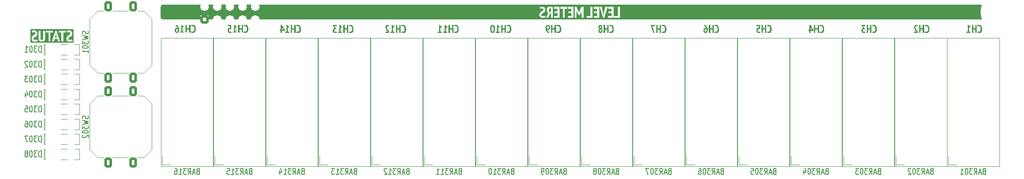
<source format=gbo>
G04 #@! TF.GenerationSoftware,KiCad,Pcbnew,9.0.5*
G04 #@! TF.CreationDate,2025-10-23T19:13:29+02:00*
G04 #@! TF.ProjectId,display-board,64697370-6c61-4792-9d62-6f6172642e6b,1.0a*
G04 #@! TF.SameCoordinates,Original*
G04 #@! TF.FileFunction,Legend,Bot*
G04 #@! TF.FilePolarity,Positive*
%FSLAX46Y46*%
G04 Gerber Fmt 4.6, Leading zero omitted, Abs format (unit mm)*
G04 Created by KiCad (PCBNEW 9.0.5) date 2025-10-23 19:13:29*
%MOMM*%
%LPD*%
G01*
G04 APERTURE LIST*
G04 Aperture macros list*
%AMRoundRect*
0 Rectangle with rounded corners*
0 $1 Rounding radius*
0 $2 $3 $4 $5 $6 $7 $8 $9 X,Y pos of 4 corners*
0 Add a 4 corners polygon primitive as box body*
4,1,4,$2,$3,$4,$5,$6,$7,$8,$9,$2,$3,0*
0 Add four circle primitives for the rounded corners*
1,1,$1+$1,$2,$3*
1,1,$1+$1,$4,$5*
1,1,$1+$1,$6,$7*
1,1,$1+$1,$8,$9*
0 Add four rect primitives between the rounded corners*
20,1,$1+$1,$2,$3,$4,$5,0*
20,1,$1+$1,$4,$5,$6,$7,0*
20,1,$1+$1,$6,$7,$8,$9,0*
20,1,$1+$1,$8,$9,$2,$3,0*%
G04 Aperture macros list end*
%ADD10C,0.170000*%
%ADD11C,0.100000*%
%ADD12RoundRect,0.250000X-0.500000X0.750000X-0.500000X-0.750000X0.500000X-0.750000X0.500000X0.750000X0*%
%ADD13R,1.800000X1.800000*%
%ADD14C,1.800000*%
%ADD15R,1.850000X1.850000*%
%ADD16C,1.850000*%
%ADD17RoundRect,0.250000X0.600000X-0.600000X0.600000X0.600000X-0.600000X0.600000X-0.600000X-0.600000X0*%
%ADD18C,1.700000*%
%ADD19C,6.400000*%
G04 APERTURE END LIST*
D10*
G36*
X109465277Y-32911580D02*
G01*
X109530611Y-32952853D01*
X109620908Y-32983192D01*
X109718377Y-33000095D01*
X109814446Y-33005663D01*
X109932239Y-32995113D01*
X110039540Y-32964239D01*
X110105120Y-32931050D01*
X110165729Y-32885522D01*
X110221941Y-32826388D01*
X110268366Y-32758889D01*
X110309612Y-32675348D01*
X110345039Y-32573060D01*
X110368716Y-32467474D01*
X110384196Y-32340086D01*
X110389785Y-32187449D01*
X110383437Y-32028846D01*
X110365979Y-31898763D01*
X110339471Y-31792948D01*
X110300313Y-31690858D01*
X110256091Y-31608532D01*
X110207384Y-31543039D01*
X110149122Y-31486130D01*
X110086991Y-31442800D01*
X110020392Y-31411831D01*
X109914090Y-31383162D01*
X109807705Y-31373730D01*
X109701657Y-31378525D01*
X109616414Y-31391608D01*
X109538754Y-31411664D01*
X109483155Y-31431859D01*
X109539136Y-31680108D01*
X109583957Y-31662079D01*
X109638787Y-31647868D01*
X109698511Y-31639453D01*
X109774195Y-31636339D01*
X109847829Y-31644928D01*
X109910436Y-31669648D01*
X109964554Y-31710643D01*
X110011501Y-31770282D01*
X110044108Y-31837042D01*
X110070138Y-31925602D01*
X110087715Y-32041170D01*
X110094251Y-32189696D01*
X110089297Y-32309622D01*
X110075298Y-32413911D01*
X110049878Y-32510687D01*
X110014823Y-32589082D01*
X109967060Y-32655173D01*
X109909603Y-32702899D01*
X109841036Y-32732576D01*
X109756316Y-32743053D01*
X109681178Y-32737579D01*
X109621983Y-32722634D01*
X109521257Y-32674274D01*
X109465277Y-32911580D01*
G37*
G36*
X108622053Y-32311622D02*
G01*
X109049575Y-32311622D01*
X109049575Y-32974400D01*
X109331627Y-32974400D01*
X109331627Y-31404993D01*
X109049575Y-31404993D01*
X109049575Y-32049012D01*
X108622053Y-32049012D01*
X108622053Y-31404993D01*
X108340001Y-31404993D01*
X108340001Y-32974400D01*
X108622053Y-32974400D01*
X108622053Y-32311622D01*
G37*
G36*
X108044956Y-32736800D02*
G01*
X107789771Y-32736800D01*
X107789771Y-31856842D01*
X107760657Y-31704532D01*
X107852395Y-31835642D01*
X108000113Y-31948970D01*
X108123309Y-31799005D01*
X107691292Y-31379982D01*
X107534586Y-31379982D01*
X107534586Y-32736800D01*
X107283895Y-32736800D01*
X107283895Y-32974400D01*
X108044956Y-32974400D01*
X108044956Y-32736800D01*
G37*
G36*
X106974195Y-32736800D02*
G01*
X106719010Y-32736800D01*
X106719010Y-31856842D01*
X106689896Y-31704532D01*
X106781634Y-31835642D01*
X106929352Y-31948970D01*
X107052548Y-31799005D01*
X106620531Y-31379982D01*
X106463825Y-31379982D01*
X106463825Y-32736800D01*
X106213134Y-32736800D01*
X106213134Y-32974400D01*
X106974195Y-32974400D01*
X106974195Y-32736800D01*
G37*
G36*
X203771896Y-32911580D02*
G01*
X203837230Y-32952853D01*
X203927527Y-32983192D01*
X204024996Y-33000095D01*
X204121065Y-33005663D01*
X204238858Y-32995113D01*
X204346159Y-32964239D01*
X204411739Y-32931050D01*
X204472348Y-32885522D01*
X204528560Y-32826388D01*
X204574985Y-32758889D01*
X204616231Y-32675348D01*
X204651658Y-32573060D01*
X204675335Y-32467474D01*
X204690815Y-32340086D01*
X204696404Y-32187449D01*
X204690056Y-32028846D01*
X204672598Y-31898763D01*
X204646090Y-31792948D01*
X204606932Y-31690858D01*
X204562710Y-31608532D01*
X204514003Y-31543039D01*
X204455741Y-31486130D01*
X204393610Y-31442800D01*
X204327011Y-31411831D01*
X204220709Y-31383162D01*
X204114324Y-31373730D01*
X204008276Y-31378525D01*
X203923033Y-31391608D01*
X203845373Y-31411664D01*
X203789774Y-31431859D01*
X203845755Y-31680108D01*
X203890576Y-31662079D01*
X203945406Y-31647868D01*
X204005130Y-31639453D01*
X204080814Y-31636339D01*
X204154448Y-31644928D01*
X204217055Y-31669648D01*
X204271173Y-31710643D01*
X204318120Y-31770282D01*
X204350727Y-31837042D01*
X204376757Y-31925602D01*
X204394334Y-32041170D01*
X204400870Y-32189696D01*
X204395916Y-32309622D01*
X204381917Y-32413911D01*
X204356497Y-32510687D01*
X204321442Y-32589082D01*
X204273679Y-32655173D01*
X204216222Y-32702899D01*
X204147655Y-32732576D01*
X204062935Y-32743053D01*
X203987797Y-32737579D01*
X203928602Y-32722634D01*
X203827876Y-32674274D01*
X203771896Y-32911580D01*
G37*
G36*
X202928672Y-32311622D02*
G01*
X203356194Y-32311622D01*
X203356194Y-32974400D01*
X203638246Y-32974400D01*
X203638246Y-31404993D01*
X203356194Y-31404993D01*
X203356194Y-32049012D01*
X202928672Y-32049012D01*
X202928672Y-31404993D01*
X202646620Y-31404993D01*
X202646620Y-32974400D01*
X202928672Y-32974400D01*
X202928672Y-32311622D01*
G37*
G36*
X201646397Y-31781713D02*
G01*
X201654629Y-31898545D01*
X201680004Y-32020582D01*
X201718251Y-32141171D01*
X201766173Y-32259256D01*
X201821566Y-32373586D01*
X201881456Y-32481224D01*
X201945126Y-32582851D01*
X202004554Y-32667337D01*
X202103033Y-32759173D01*
X202103033Y-32770408D01*
X201968699Y-32736800D01*
X201621777Y-32736800D01*
X201621777Y-32974400D01*
X202407457Y-32974400D01*
X202407457Y-32819647D01*
X202305657Y-32686193D01*
X202195943Y-32527044D01*
X202089649Y-32352069D01*
X201998986Y-32170450D01*
X201963391Y-32079448D01*
X201936362Y-31992152D01*
X201919624Y-31905679D01*
X201917311Y-31828412D01*
X201920187Y-31767019D01*
X201933973Y-31717000D01*
X201957660Y-31675907D01*
X201991571Y-31644550D01*
X202037258Y-31624811D01*
X202098637Y-31617582D01*
X202154183Y-31623823D01*
X202212747Y-31643374D01*
X202267504Y-31672350D01*
X202311226Y-31705118D01*
X202414198Y-31510310D01*
X202335726Y-31454285D01*
X202246355Y-31410659D01*
X202147189Y-31383520D01*
X202024680Y-31373730D01*
X201946108Y-31380313D01*
X201874715Y-31399522D01*
X201809918Y-31431887D01*
X201755036Y-31476898D01*
X201710565Y-31533601D01*
X201675510Y-31604686D01*
X201654072Y-31684666D01*
X201646397Y-31781713D01*
G37*
G36*
X130005897Y-32911580D02*
G01*
X130071231Y-32952853D01*
X130161528Y-32983192D01*
X130258997Y-33000095D01*
X130355066Y-33005663D01*
X130472859Y-32995113D01*
X130580160Y-32964239D01*
X130645740Y-32931050D01*
X130706349Y-32885522D01*
X130762561Y-32826388D01*
X130808986Y-32758889D01*
X130850232Y-32675348D01*
X130885659Y-32573060D01*
X130909336Y-32467474D01*
X130924816Y-32340086D01*
X130930405Y-32187449D01*
X130924057Y-32028846D01*
X130906599Y-31898763D01*
X130880091Y-31792948D01*
X130840933Y-31690858D01*
X130796711Y-31608532D01*
X130748004Y-31543039D01*
X130689742Y-31486130D01*
X130627611Y-31442800D01*
X130561012Y-31411831D01*
X130454710Y-31383162D01*
X130348325Y-31373730D01*
X130242277Y-31378525D01*
X130157034Y-31391608D01*
X130079374Y-31411664D01*
X130023775Y-31431859D01*
X130079756Y-31680108D01*
X130124577Y-31662079D01*
X130179407Y-31647868D01*
X130239131Y-31639453D01*
X130314815Y-31636339D01*
X130388449Y-31644928D01*
X130451056Y-31669648D01*
X130505174Y-31710643D01*
X130552121Y-31770282D01*
X130584728Y-31837042D01*
X130610758Y-31925602D01*
X130628335Y-32041170D01*
X130634871Y-32189696D01*
X130629917Y-32309622D01*
X130615918Y-32413911D01*
X130590498Y-32510687D01*
X130555443Y-32589082D01*
X130507680Y-32655173D01*
X130450223Y-32702899D01*
X130381656Y-32732576D01*
X130296936Y-32743053D01*
X130221798Y-32737579D01*
X130162603Y-32722634D01*
X130061877Y-32674274D01*
X130005897Y-32911580D01*
G37*
G36*
X129162673Y-32311622D02*
G01*
X129590195Y-32311622D01*
X129590195Y-32974400D01*
X129872247Y-32974400D01*
X129872247Y-31404993D01*
X129590195Y-31404993D01*
X129590195Y-32049012D01*
X129162673Y-32049012D01*
X129162673Y-31404993D01*
X128880621Y-31404993D01*
X128880621Y-32974400D01*
X129162673Y-32974400D01*
X129162673Y-32311622D01*
G37*
G36*
X128362893Y-31383449D02*
G01*
X128449811Y-31410904D01*
X128522874Y-31454967D01*
X128584403Y-31516465D01*
X128631949Y-31590049D01*
X128667179Y-31676394D01*
X128689513Y-31777850D01*
X128697439Y-31897289D01*
X128688187Y-32017991D01*
X128662756Y-32114176D01*
X128621756Y-32198934D01*
X128572093Y-32264727D01*
X128511924Y-32316782D01*
X128445673Y-32352362D01*
X128374645Y-32373542D01*
X128305673Y-32380401D01*
X128231518Y-32374224D01*
X128178081Y-32357931D01*
X128132076Y-32328350D01*
X128086343Y-32279284D01*
X128116974Y-32403273D01*
X128164807Y-32511560D01*
X128229665Y-32606472D01*
X128289671Y-32666830D01*
X128360777Y-32716095D01*
X128444514Y-32754580D01*
X128542980Y-32781838D01*
X128480356Y-33005663D01*
X128393922Y-32989615D01*
X128309065Y-32962136D01*
X128225171Y-32922718D01*
X128147599Y-32872387D01*
X128075364Y-32808587D01*
X128008088Y-32729961D01*
X127951670Y-32642881D01*
X127901442Y-32538710D01*
X127858025Y-32414986D01*
X127828112Y-32287528D01*
X127808887Y-32138701D01*
X127802045Y-31965481D01*
X127803049Y-31949166D01*
X128059476Y-31949166D01*
X128060649Y-32000945D01*
X128066218Y-32052725D01*
X128095762Y-32090627D01*
X128135583Y-32119159D01*
X128183640Y-32136508D01*
X128245296Y-32142801D01*
X128298862Y-32135348D01*
X128344829Y-32113563D01*
X128385199Y-32076367D01*
X128414029Y-32028962D01*
X128432973Y-31965588D01*
X128440007Y-31881559D01*
X128434028Y-31798465D01*
X128417774Y-31733658D01*
X128393015Y-31683430D01*
X128356993Y-31643005D01*
X128313785Y-31619460D01*
X128260928Y-31611329D01*
X128210311Y-31618338D01*
X128169190Y-31638391D01*
X128134826Y-31669454D01*
X128106469Y-31710394D01*
X128085686Y-31758271D01*
X128070712Y-31817372D01*
X128059476Y-31949166D01*
X127803049Y-31949166D01*
X127811311Y-31814944D01*
X127836719Y-31694223D01*
X127875536Y-31597965D01*
X127926315Y-31521741D01*
X127993471Y-31457125D01*
X128069860Y-31411464D01*
X128157335Y-31383482D01*
X128258681Y-31373730D01*
X128362893Y-31383449D01*
G37*
G36*
X88389277Y-32911580D02*
G01*
X88454611Y-32952853D01*
X88544908Y-32983192D01*
X88642377Y-33000095D01*
X88738446Y-33005663D01*
X88856239Y-32995113D01*
X88963540Y-32964239D01*
X89029120Y-32931050D01*
X89089729Y-32885522D01*
X89145941Y-32826388D01*
X89192366Y-32758889D01*
X89233612Y-32675348D01*
X89269039Y-32573060D01*
X89292716Y-32467474D01*
X89308196Y-32340086D01*
X89313785Y-32187449D01*
X89307437Y-32028846D01*
X89289979Y-31898763D01*
X89263471Y-31792948D01*
X89224313Y-31690858D01*
X89180091Y-31608532D01*
X89131384Y-31543039D01*
X89073122Y-31486130D01*
X89010991Y-31442800D01*
X88944392Y-31411831D01*
X88838090Y-31383162D01*
X88731705Y-31373730D01*
X88625657Y-31378525D01*
X88540414Y-31391608D01*
X88462754Y-31411664D01*
X88407155Y-31431859D01*
X88463136Y-31680108D01*
X88507957Y-31662079D01*
X88562787Y-31647868D01*
X88622511Y-31639453D01*
X88698195Y-31636339D01*
X88771829Y-31644928D01*
X88834436Y-31669648D01*
X88888554Y-31710643D01*
X88935501Y-31770282D01*
X88968108Y-31837042D01*
X88994138Y-31925602D01*
X89011715Y-32041170D01*
X89018251Y-32189696D01*
X89013297Y-32309622D01*
X88999298Y-32413911D01*
X88973878Y-32510687D01*
X88938823Y-32589082D01*
X88891060Y-32655173D01*
X88833603Y-32702899D01*
X88765036Y-32732576D01*
X88680316Y-32743053D01*
X88605178Y-32737579D01*
X88545983Y-32722634D01*
X88445257Y-32674274D01*
X88389277Y-32911580D01*
G37*
G36*
X87546053Y-32311622D02*
G01*
X87973575Y-32311622D01*
X87973575Y-32974400D01*
X88255627Y-32974400D01*
X88255627Y-31404993D01*
X87973575Y-31404993D01*
X87973575Y-32049012D01*
X87546053Y-32049012D01*
X87546053Y-31404993D01*
X87264001Y-31404993D01*
X87264001Y-32974400D01*
X87546053Y-32974400D01*
X87546053Y-32311622D01*
G37*
G36*
X86968956Y-32736800D02*
G01*
X86713771Y-32736800D01*
X86713771Y-31856842D01*
X86684657Y-31704532D01*
X86776395Y-31835642D01*
X86924113Y-31948970D01*
X87047309Y-31799005D01*
X86615292Y-31379982D01*
X86458586Y-31379982D01*
X86458586Y-32736800D01*
X86207895Y-32736800D01*
X86207895Y-32974400D01*
X86968956Y-32974400D01*
X86968956Y-32736800D01*
G37*
G36*
X85645159Y-32768063D02*
G01*
X85575666Y-32759275D01*
X85521325Y-32734678D01*
X85478488Y-32694497D01*
X85447499Y-32642716D01*
X85428178Y-32581100D01*
X85421335Y-32507212D01*
X85429281Y-32425515D01*
X85450801Y-32364119D01*
X85484104Y-32318218D01*
X85529820Y-32284836D01*
X85590875Y-32263296D01*
X85672026Y-32255349D01*
X85804113Y-32255349D01*
X85804113Y-32102159D01*
X85582535Y-31723681D01*
X85475069Y-31622466D01*
X85622787Y-31642592D01*
X85929458Y-31642592D01*
X85929458Y-31404993D01*
X85213240Y-31404993D01*
X85213240Y-31564239D01*
X85472822Y-31995865D01*
X85555669Y-32057512D01*
X85555669Y-32068747D01*
X85472822Y-32055265D01*
X85411553Y-32065721D01*
X85351970Y-32088580D01*
X85297769Y-32123238D01*
X85250170Y-32170743D01*
X85211869Y-32229007D01*
X85180805Y-32304002D01*
X85161903Y-32387975D01*
X85155013Y-32492753D01*
X85164840Y-32618456D01*
X85191942Y-32719215D01*
X85236340Y-32808112D01*
X85292668Y-32879145D01*
X85361961Y-32935137D01*
X85442633Y-32974595D01*
X85531079Y-32997756D01*
X85627378Y-33005663D01*
X85711041Y-33001307D01*
X85801963Y-32987686D01*
X85887901Y-32964519D01*
X85947434Y-32936102D01*
X85875822Y-32711790D01*
X85772849Y-32752334D01*
X85714659Y-32763915D01*
X85645159Y-32768063D01*
G37*
G36*
X67313277Y-32891580D02*
G01*
X67378611Y-32932853D01*
X67468908Y-32963192D01*
X67566377Y-32980095D01*
X67662446Y-32985663D01*
X67780239Y-32975113D01*
X67887540Y-32944239D01*
X67953120Y-32911050D01*
X68013729Y-32865522D01*
X68069941Y-32806388D01*
X68116366Y-32738889D01*
X68157612Y-32655348D01*
X68193039Y-32553060D01*
X68216716Y-32447474D01*
X68232196Y-32320086D01*
X68237785Y-32167449D01*
X68231437Y-32008846D01*
X68213979Y-31878763D01*
X68187471Y-31772948D01*
X68148313Y-31670858D01*
X68104091Y-31588532D01*
X68055384Y-31523039D01*
X67997122Y-31466130D01*
X67934991Y-31422800D01*
X67868392Y-31391831D01*
X67762090Y-31363162D01*
X67655705Y-31353730D01*
X67549657Y-31358525D01*
X67464414Y-31371608D01*
X67386754Y-31391664D01*
X67331155Y-31411859D01*
X67387136Y-31660108D01*
X67431957Y-31642079D01*
X67486787Y-31627868D01*
X67546511Y-31619453D01*
X67622195Y-31616339D01*
X67695829Y-31624928D01*
X67758436Y-31649648D01*
X67812554Y-31690643D01*
X67859501Y-31750282D01*
X67892108Y-31817042D01*
X67918138Y-31905602D01*
X67935715Y-32021170D01*
X67942251Y-32169696D01*
X67937297Y-32289622D01*
X67923298Y-32393911D01*
X67897878Y-32490687D01*
X67862823Y-32569082D01*
X67815060Y-32635173D01*
X67757603Y-32682899D01*
X67689036Y-32712576D01*
X67604316Y-32723053D01*
X67529178Y-32717579D01*
X67469983Y-32702634D01*
X67369257Y-32654274D01*
X67313277Y-32891580D01*
G37*
G36*
X66470053Y-32291622D02*
G01*
X66897575Y-32291622D01*
X66897575Y-32954400D01*
X67179627Y-32954400D01*
X67179627Y-31384993D01*
X66897575Y-31384993D01*
X66897575Y-32029012D01*
X66470053Y-32029012D01*
X66470053Y-31384993D01*
X66188001Y-31384993D01*
X66188001Y-32954400D01*
X66470053Y-32954400D01*
X66470053Y-32291622D01*
G37*
G36*
X65892956Y-32716800D02*
G01*
X65637771Y-32716800D01*
X65637771Y-31836842D01*
X65608657Y-31684532D01*
X65700395Y-31815642D01*
X65848113Y-31928970D01*
X65971309Y-31779005D01*
X65539292Y-31359982D01*
X65382586Y-31359982D01*
X65382586Y-32716800D01*
X65131895Y-32716800D01*
X65131895Y-32954400D01*
X65892956Y-32954400D01*
X65892956Y-32716800D01*
G37*
G36*
X64607261Y-32741811D02*
G01*
X64530475Y-32732325D01*
X64470675Y-32705865D01*
X64423786Y-32662871D01*
X64389811Y-32607177D01*
X64368595Y-32540463D01*
X64361064Y-32459954D01*
X64370550Y-32368278D01*
X64395909Y-32302058D01*
X64434923Y-32254790D01*
X64487751Y-32221309D01*
X64557064Y-32199578D01*
X64647610Y-32191580D01*
X64793081Y-32200471D01*
X64793081Y-31384993D01*
X64141637Y-31384993D01*
X64141637Y-31647603D01*
X64564763Y-31647603D01*
X64564763Y-31962969D01*
X64490904Y-31953981D01*
X64402671Y-31965445D01*
X64326510Y-31991802D01*
X64260161Y-32032634D01*
X64202111Y-32088901D01*
X64157349Y-32155154D01*
X64123844Y-32235227D01*
X64102354Y-32331861D01*
X64094644Y-32448426D01*
X64104672Y-32576248D01*
X64132746Y-32682215D01*
X64178628Y-32776330D01*
X64236794Y-32850841D01*
X64308939Y-32909603D01*
X64394672Y-32951957D01*
X64489186Y-32977039D01*
X64593877Y-32985663D01*
X64674340Y-32981474D01*
X64756152Y-32968761D01*
X64833447Y-32948364D01*
X64889313Y-32924993D01*
X64819948Y-32698042D01*
X64763028Y-32721293D01*
X64693052Y-32736359D01*
X64607261Y-32741811D01*
G37*
G36*
X182695896Y-32911580D02*
G01*
X182761230Y-32952853D01*
X182851527Y-32983192D01*
X182948996Y-33000095D01*
X183045065Y-33005663D01*
X183162858Y-32995113D01*
X183270159Y-32964239D01*
X183335739Y-32931050D01*
X183396348Y-32885522D01*
X183452560Y-32826388D01*
X183498985Y-32758889D01*
X183540231Y-32675348D01*
X183575658Y-32573060D01*
X183599335Y-32467474D01*
X183614815Y-32340086D01*
X183620404Y-32187449D01*
X183614056Y-32028846D01*
X183596598Y-31898763D01*
X183570090Y-31792948D01*
X183530932Y-31690858D01*
X183486710Y-31608532D01*
X183438003Y-31543039D01*
X183379741Y-31486130D01*
X183317610Y-31442800D01*
X183251011Y-31411831D01*
X183144709Y-31383162D01*
X183038324Y-31373730D01*
X182932276Y-31378525D01*
X182847033Y-31391608D01*
X182769373Y-31411664D01*
X182713774Y-31431859D01*
X182769755Y-31680108D01*
X182814576Y-31662079D01*
X182869406Y-31647868D01*
X182929130Y-31639453D01*
X183004814Y-31636339D01*
X183078448Y-31644928D01*
X183141055Y-31669648D01*
X183195173Y-31710643D01*
X183242120Y-31770282D01*
X183274727Y-31837042D01*
X183300757Y-31925602D01*
X183318334Y-32041170D01*
X183324870Y-32189696D01*
X183319916Y-32309622D01*
X183305917Y-32413911D01*
X183280497Y-32510687D01*
X183245442Y-32589082D01*
X183197679Y-32655173D01*
X183140222Y-32702899D01*
X183071655Y-32732576D01*
X182986935Y-32743053D01*
X182911797Y-32737579D01*
X182852602Y-32722634D01*
X182751876Y-32674274D01*
X182695896Y-32911580D01*
G37*
G36*
X181852672Y-32311622D02*
G01*
X182280194Y-32311622D01*
X182280194Y-32974400D01*
X182562246Y-32974400D01*
X182562246Y-31404993D01*
X182280194Y-31404993D01*
X182280194Y-32049012D01*
X181852672Y-32049012D01*
X181852672Y-31404993D01*
X181570620Y-31404993D01*
X181570620Y-32974400D01*
X181852672Y-32974400D01*
X181852672Y-32311622D01*
G37*
G36*
X181432183Y-32374344D02*
G01*
X181432183Y-32542969D01*
X180879315Y-32542969D01*
X180879315Y-32974400D01*
X180626377Y-32974400D01*
X180626377Y-32542969D01*
X180429420Y-32542969D01*
X180429420Y-32311622D01*
X180626377Y-32311622D01*
X180626377Y-31763639D01*
X180854695Y-31763639D01*
X180879315Y-31964895D01*
X180879315Y-32311622D01*
X181083014Y-32311622D01*
X181197221Y-32329501D01*
X181107633Y-32244504D01*
X180930801Y-31944769D01*
X180863683Y-31763639D01*
X180854695Y-31763639D01*
X180626377Y-31763639D01*
X180626377Y-31398740D01*
X180859189Y-31398740D01*
X181432183Y-32374344D01*
G37*
G36*
X172157897Y-32911580D02*
G01*
X172223231Y-32952853D01*
X172313527Y-32983192D01*
X172410996Y-33000095D01*
X172507065Y-33005663D01*
X172624858Y-32995113D01*
X172732159Y-32964239D01*
X172797739Y-32931050D01*
X172858348Y-32885522D01*
X172914560Y-32826388D01*
X172960985Y-32758889D01*
X173002231Y-32675348D01*
X173037658Y-32573060D01*
X173061335Y-32467474D01*
X173076815Y-32340086D01*
X173082404Y-32187449D01*
X173076056Y-32028846D01*
X173058598Y-31898763D01*
X173032090Y-31792948D01*
X172992932Y-31690858D01*
X172948710Y-31608532D01*
X172900003Y-31543039D01*
X172841741Y-31486130D01*
X172779610Y-31442800D01*
X172713011Y-31411831D01*
X172606709Y-31383162D01*
X172500324Y-31373730D01*
X172394276Y-31378525D01*
X172309033Y-31391608D01*
X172231374Y-31411664D01*
X172175775Y-31431859D01*
X172231756Y-31680108D01*
X172276576Y-31662079D01*
X172331406Y-31647868D01*
X172391130Y-31639453D01*
X172466814Y-31636339D01*
X172540448Y-31644928D01*
X172603055Y-31669648D01*
X172657173Y-31710643D01*
X172704120Y-31770282D01*
X172736727Y-31837042D01*
X172762757Y-31925602D01*
X172780334Y-32041170D01*
X172786870Y-32189696D01*
X172781916Y-32309622D01*
X172767917Y-32413911D01*
X172742497Y-32510687D01*
X172707442Y-32589082D01*
X172659679Y-32655173D01*
X172602222Y-32702899D01*
X172533655Y-32732576D01*
X172448935Y-32743053D01*
X172373797Y-32737579D01*
X172314602Y-32722634D01*
X172213877Y-32674274D01*
X172157897Y-32911580D01*
G37*
G36*
X171314673Y-32311622D02*
G01*
X171742195Y-32311622D01*
X171742195Y-32974400D01*
X172024247Y-32974400D01*
X172024247Y-31404993D01*
X171742195Y-31404993D01*
X171742195Y-32049012D01*
X171314673Y-32049012D01*
X171314673Y-31404993D01*
X171032621Y-31404993D01*
X171032621Y-32974400D01*
X171314673Y-32974400D01*
X171314673Y-32311622D01*
G37*
G36*
X170522642Y-32761811D02*
G01*
X170445855Y-32752325D01*
X170386055Y-32725865D01*
X170339167Y-32682871D01*
X170305192Y-32627177D01*
X170283975Y-32560463D01*
X170276445Y-32479954D01*
X170285931Y-32388278D01*
X170311289Y-32322058D01*
X170350304Y-32274790D01*
X170403132Y-32241309D01*
X170472445Y-32219578D01*
X170562991Y-32211580D01*
X170708462Y-32220471D01*
X170708462Y-31404993D01*
X170057017Y-31404993D01*
X170057017Y-31667603D01*
X170480144Y-31667603D01*
X170480144Y-31982969D01*
X170406285Y-31973981D01*
X170318052Y-31985445D01*
X170241891Y-32011802D01*
X170175542Y-32052634D01*
X170117492Y-32108901D01*
X170072730Y-32175154D01*
X170039225Y-32255227D01*
X170017734Y-32351861D01*
X170010025Y-32468426D01*
X170020053Y-32596248D01*
X170048127Y-32702215D01*
X170094008Y-32796330D01*
X170152174Y-32870841D01*
X170224320Y-32929603D01*
X170310053Y-32971957D01*
X170404566Y-32997039D01*
X170509257Y-33005663D01*
X170589721Y-33001474D01*
X170671532Y-32988761D01*
X170748827Y-32968364D01*
X170804694Y-32944993D01*
X170735329Y-32718042D01*
X170678409Y-32741293D01*
X170608433Y-32756359D01*
X170522642Y-32761811D01*
G37*
G36*
X56775277Y-32891580D02*
G01*
X56840611Y-32932853D01*
X56930908Y-32963192D01*
X57028377Y-32980095D01*
X57124446Y-32985663D01*
X57242239Y-32975113D01*
X57349540Y-32944239D01*
X57415120Y-32911050D01*
X57475729Y-32865522D01*
X57531941Y-32806388D01*
X57578366Y-32738889D01*
X57619612Y-32655348D01*
X57655039Y-32553060D01*
X57678716Y-32447474D01*
X57694196Y-32320086D01*
X57699785Y-32167449D01*
X57693437Y-32008846D01*
X57675979Y-31878763D01*
X57649471Y-31772948D01*
X57610313Y-31670858D01*
X57566091Y-31588532D01*
X57517384Y-31523039D01*
X57459122Y-31466130D01*
X57396991Y-31422800D01*
X57330392Y-31391831D01*
X57224090Y-31363162D01*
X57117705Y-31353730D01*
X57011657Y-31358525D01*
X56926414Y-31371608D01*
X56848754Y-31391664D01*
X56793155Y-31411859D01*
X56849136Y-31660108D01*
X56893957Y-31642079D01*
X56948787Y-31627868D01*
X57008511Y-31619453D01*
X57084195Y-31616339D01*
X57157829Y-31624928D01*
X57220436Y-31649648D01*
X57274554Y-31690643D01*
X57321501Y-31750282D01*
X57354108Y-31817042D01*
X57380138Y-31905602D01*
X57397715Y-32021170D01*
X57404251Y-32169696D01*
X57399297Y-32289622D01*
X57385298Y-32393911D01*
X57359878Y-32490687D01*
X57324823Y-32569082D01*
X57277060Y-32635173D01*
X57219603Y-32682899D01*
X57151036Y-32712576D01*
X57066316Y-32723053D01*
X56991178Y-32717579D01*
X56931983Y-32702634D01*
X56831257Y-32654274D01*
X56775277Y-32891580D01*
G37*
G36*
X55932053Y-32291622D02*
G01*
X56359575Y-32291622D01*
X56359575Y-32954400D01*
X56641627Y-32954400D01*
X56641627Y-31384993D01*
X56359575Y-31384993D01*
X56359575Y-32029012D01*
X55932053Y-32029012D01*
X55932053Y-31384993D01*
X55650001Y-31384993D01*
X55650001Y-32954400D01*
X55932053Y-32954400D01*
X55932053Y-32291622D01*
G37*
G36*
X55354956Y-32716800D02*
G01*
X55099771Y-32716800D01*
X55099771Y-31836842D01*
X55070657Y-31684532D01*
X55162395Y-31815642D01*
X55310113Y-31928970D01*
X55433309Y-31779005D01*
X55001292Y-31359982D01*
X54844586Y-31359982D01*
X54844586Y-32716800D01*
X54593895Y-32716800D01*
X54593895Y-32954400D01*
X55354956Y-32954400D01*
X55354956Y-32716800D01*
G37*
G36*
X53801544Y-31378484D02*
G01*
X53885319Y-31414529D01*
X53967461Y-31462466D01*
X54043138Y-31520064D01*
X54113963Y-31589553D01*
X54180147Y-31672027D01*
X54236376Y-31761701D01*
X54285749Y-31864674D01*
X54327866Y-31982508D01*
X54357531Y-32103992D01*
X54376167Y-32239790D01*
X54382674Y-32391664D01*
X54373694Y-32540678D01*
X54349164Y-32659550D01*
X54307464Y-32765035D01*
X54255081Y-32844490D01*
X54188651Y-32907255D01*
X54111857Y-32950980D01*
X54026124Y-32976795D01*
X53930531Y-32985663D01*
X53839385Y-32976532D01*
X53757119Y-32949808D01*
X53683295Y-32906103D01*
X53620538Y-32846640D01*
X53570354Y-32773484D01*
X53530950Y-32682899D01*
X53506941Y-32582867D01*
X53499664Y-32483206D01*
X53755849Y-32483206D01*
X53762329Y-32567332D01*
X53779795Y-32631360D01*
X53806261Y-32679675D01*
X53843878Y-32718201D01*
X53886846Y-32740477D01*
X53937175Y-32748063D01*
X53983564Y-32741682D01*
X54021194Y-32723443D01*
X54052682Y-32694990D01*
X54079422Y-32657205D01*
X54099551Y-32613593D01*
X54114104Y-32562927D01*
X54125242Y-32451748D01*
X54125242Y-32401336D01*
X54122995Y-32350827D01*
X54096512Y-32303023D01*
X54055877Y-32261043D01*
X54004515Y-32232641D01*
X53941669Y-32222843D01*
X53882076Y-32230321D01*
X53836596Y-32251040D01*
X53801766Y-32284588D01*
X53778316Y-32328481D01*
X53762097Y-32392446D01*
X53755849Y-32483206D01*
X53499664Y-32483206D01*
X53498515Y-32467477D01*
X53505970Y-32350670D01*
X53526554Y-32255572D01*
X53561040Y-32170503D01*
X53604907Y-32104141D01*
X53660144Y-32051110D01*
X53723511Y-32014455D01*
X53794051Y-31992696D01*
X53872304Y-31985244D01*
X53952731Y-31994179D01*
X54015528Y-32018949D01*
X54068817Y-32057720D01*
X54111759Y-32106388D01*
X54086202Y-32010002D01*
X54050210Y-31919298D01*
X54003679Y-31834974D01*
X53948410Y-31761322D01*
X53883902Y-31696782D01*
X53811829Y-31642522D01*
X53732870Y-31599896D01*
X53648480Y-31570813D01*
X53715598Y-31353730D01*
X53801544Y-31378484D01*
G37*
G36*
X214309896Y-32911580D02*
G01*
X214375230Y-32952853D01*
X214465527Y-32983192D01*
X214562996Y-33000095D01*
X214659065Y-33005663D01*
X214776858Y-32995113D01*
X214884159Y-32964239D01*
X214949739Y-32931050D01*
X215010348Y-32885522D01*
X215066560Y-32826388D01*
X215112985Y-32758889D01*
X215154231Y-32675348D01*
X215189658Y-32573060D01*
X215213335Y-32467474D01*
X215228815Y-32340086D01*
X215234404Y-32187449D01*
X215228056Y-32028846D01*
X215210598Y-31898763D01*
X215184090Y-31792948D01*
X215144932Y-31690858D01*
X215100710Y-31608532D01*
X215052003Y-31543039D01*
X214993741Y-31486130D01*
X214931610Y-31442800D01*
X214865011Y-31411831D01*
X214758709Y-31383162D01*
X214652324Y-31373730D01*
X214546276Y-31378525D01*
X214461033Y-31391608D01*
X214383373Y-31411664D01*
X214327774Y-31431859D01*
X214383755Y-31680108D01*
X214428576Y-31662079D01*
X214483406Y-31647868D01*
X214543130Y-31639453D01*
X214618814Y-31636339D01*
X214692448Y-31644928D01*
X214755055Y-31669648D01*
X214809173Y-31710643D01*
X214856120Y-31770282D01*
X214888727Y-31837042D01*
X214914757Y-31925602D01*
X214932334Y-32041170D01*
X214938870Y-32189696D01*
X214933916Y-32309622D01*
X214919917Y-32413911D01*
X214894497Y-32510687D01*
X214859442Y-32589082D01*
X214811679Y-32655173D01*
X214754222Y-32702899D01*
X214685655Y-32732576D01*
X214600935Y-32743053D01*
X214525797Y-32737579D01*
X214466602Y-32722634D01*
X214365876Y-32674274D01*
X214309896Y-32911580D01*
G37*
G36*
X213466672Y-32311622D02*
G01*
X213894194Y-32311622D01*
X213894194Y-32974400D01*
X214176246Y-32974400D01*
X214176246Y-31404993D01*
X213894194Y-31404993D01*
X213894194Y-32049012D01*
X213466672Y-32049012D01*
X213466672Y-31404993D01*
X213184620Y-31404993D01*
X213184620Y-32974400D01*
X213466672Y-32974400D01*
X213466672Y-32311622D01*
G37*
G36*
X212889575Y-32736800D02*
G01*
X212634390Y-32736800D01*
X212634390Y-31856842D01*
X212605276Y-31704532D01*
X212697014Y-31835642D01*
X212844732Y-31948970D01*
X212967928Y-31799005D01*
X212535911Y-31379982D01*
X212379205Y-31379982D01*
X212379205Y-32736800D01*
X212128514Y-32736800D01*
X212128514Y-32974400D01*
X212889575Y-32974400D01*
X212889575Y-32736800D01*
G37*
G36*
X140543897Y-32911580D02*
G01*
X140609231Y-32952853D01*
X140699528Y-32983192D01*
X140796997Y-33000095D01*
X140893066Y-33005663D01*
X141010859Y-32995113D01*
X141118160Y-32964239D01*
X141183740Y-32931050D01*
X141244349Y-32885522D01*
X141300561Y-32826388D01*
X141346986Y-32758889D01*
X141388232Y-32675348D01*
X141423659Y-32573060D01*
X141447336Y-32467474D01*
X141462816Y-32340086D01*
X141468405Y-32187449D01*
X141462057Y-32028846D01*
X141444599Y-31898763D01*
X141418091Y-31792948D01*
X141378933Y-31690858D01*
X141334711Y-31608532D01*
X141286004Y-31543039D01*
X141227742Y-31486130D01*
X141165611Y-31442800D01*
X141099012Y-31411831D01*
X140992710Y-31383162D01*
X140886325Y-31373730D01*
X140780277Y-31378525D01*
X140695034Y-31391608D01*
X140617374Y-31411664D01*
X140561775Y-31431859D01*
X140617756Y-31680108D01*
X140662577Y-31662079D01*
X140717407Y-31647868D01*
X140777131Y-31639453D01*
X140852815Y-31636339D01*
X140926449Y-31644928D01*
X140989056Y-31669648D01*
X141043174Y-31710643D01*
X141090121Y-31770282D01*
X141122728Y-31837042D01*
X141148758Y-31925602D01*
X141166335Y-32041170D01*
X141172871Y-32189696D01*
X141167917Y-32309622D01*
X141153918Y-32413911D01*
X141128498Y-32510687D01*
X141093443Y-32589082D01*
X141045680Y-32655173D01*
X140988223Y-32702899D01*
X140919656Y-32732576D01*
X140834936Y-32743053D01*
X140759798Y-32737579D01*
X140700603Y-32722634D01*
X140599877Y-32674274D01*
X140543897Y-32911580D01*
G37*
G36*
X139700673Y-32311622D02*
G01*
X140128195Y-32311622D01*
X140128195Y-32974400D01*
X140410247Y-32974400D01*
X140410247Y-31404993D01*
X140128195Y-31404993D01*
X140128195Y-32049012D01*
X139700673Y-32049012D01*
X139700673Y-31404993D01*
X139418621Y-31404993D01*
X139418621Y-32974400D01*
X139700673Y-32974400D01*
X139700673Y-32311622D01*
G37*
G36*
X138866095Y-31381399D02*
G01*
X138943784Y-31403112D01*
X139009961Y-31437835D01*
X139066520Y-31485788D01*
X139111761Y-31544656D01*
X139144770Y-31613364D01*
X139165492Y-31693806D01*
X139172815Y-31788454D01*
X139166694Y-31876932D01*
X139149517Y-31951233D01*
X139122501Y-32013744D01*
X139063463Y-32098474D01*
X138984748Y-32173967D01*
X139068670Y-32247924D01*
X139105655Y-32290507D01*
X139139207Y-32338782D01*
X139166806Y-32391772D01*
X139188446Y-32453088D01*
X139201628Y-32519369D01*
X139206325Y-32597679D01*
X139198473Y-32690728D01*
X139176137Y-32770310D01*
X139139053Y-32840948D01*
X139089968Y-32898098D01*
X139029473Y-32943411D01*
X138957881Y-32977624D01*
X138878864Y-32998393D01*
X138787791Y-33005663D01*
X138698436Y-32998193D01*
X138617700Y-32976451D01*
X138544303Y-32940389D01*
X138482292Y-32891357D01*
X138431772Y-32829815D01*
X138392703Y-32754581D01*
X138368677Y-32670517D01*
X138360268Y-32573060D01*
X138360275Y-32572962D01*
X138617700Y-32572962D01*
X138623466Y-32637310D01*
X138638920Y-32684960D01*
X138662445Y-32719898D01*
X138695060Y-32746247D01*
X138734655Y-32762366D01*
X138783296Y-32768063D01*
X138836798Y-32760664D01*
X138879984Y-32739549D01*
X138915383Y-32704169D01*
X138940955Y-32659450D01*
X138956804Y-32607318D01*
X138962375Y-32545998D01*
X138954954Y-32475154D01*
X138932187Y-32403653D01*
X138891631Y-32337661D01*
X138823548Y-32272446D01*
X138750861Y-32328524D01*
X138683743Y-32392418D01*
X138656692Y-32429494D01*
X138635578Y-32472041D01*
X138622338Y-32518753D01*
X138617700Y-32572962D01*
X138360275Y-32572962D01*
X138367136Y-32474139D01*
X138386296Y-32392176D01*
X138416248Y-32324225D01*
X138458278Y-32262494D01*
X138513628Y-32203533D01*
X138584092Y-32147100D01*
X138501622Y-32063723D01*
X138443017Y-31976716D01*
X138416498Y-31913606D01*
X138399724Y-31839605D01*
X138397303Y-31804183D01*
X138635578Y-31804183D01*
X138642291Y-31877562D01*
X138661370Y-31939787D01*
X138692500Y-31997899D01*
X138738551Y-32059759D01*
X138806841Y-32011594D01*
X138863897Y-31954441D01*
X138885894Y-31921246D01*
X138903073Y-31883806D01*
X138913796Y-31842655D01*
X138917630Y-31792948D01*
X138909024Y-31724583D01*
X138884120Y-31666333D01*
X138857695Y-31636138D01*
X138822788Y-31617877D01*
X138776555Y-31611329D01*
X138740117Y-31616795D01*
X138707350Y-31633156D01*
X138677002Y-31661838D01*
X138655017Y-31697713D01*
X138640792Y-31744179D01*
X138635578Y-31804183D01*
X138397303Y-31804183D01*
X138393778Y-31752599D01*
X138401110Y-31662497D01*
X138421704Y-31587507D01*
X138454330Y-31524834D01*
X138498998Y-31472404D01*
X138554283Y-31430079D01*
X138617513Y-31399459D01*
X138690192Y-31380409D01*
X138774308Y-31373730D01*
X138866095Y-31381399D01*
G37*
G36*
X151081897Y-32911580D02*
G01*
X151147231Y-32952853D01*
X151237528Y-32983192D01*
X151334997Y-33000095D01*
X151431066Y-33005663D01*
X151548859Y-32995113D01*
X151656160Y-32964239D01*
X151721740Y-32931050D01*
X151782349Y-32885522D01*
X151838561Y-32826388D01*
X151884986Y-32758889D01*
X151926232Y-32675348D01*
X151961659Y-32573060D01*
X151985336Y-32467474D01*
X152000816Y-32340086D01*
X152006405Y-32187449D01*
X152000057Y-32028846D01*
X151982599Y-31898763D01*
X151956091Y-31792948D01*
X151916933Y-31690858D01*
X151872711Y-31608532D01*
X151824004Y-31543039D01*
X151765742Y-31486130D01*
X151703611Y-31442800D01*
X151637012Y-31411831D01*
X151530710Y-31383162D01*
X151424325Y-31373730D01*
X151318277Y-31378525D01*
X151233034Y-31391608D01*
X151155374Y-31411664D01*
X151099775Y-31431859D01*
X151155756Y-31680108D01*
X151200577Y-31662079D01*
X151255407Y-31647868D01*
X151315131Y-31639453D01*
X151390815Y-31636339D01*
X151464449Y-31644928D01*
X151527056Y-31669648D01*
X151581174Y-31710643D01*
X151628121Y-31770282D01*
X151660728Y-31837042D01*
X151686758Y-31925602D01*
X151704335Y-32041170D01*
X151710871Y-32189696D01*
X151705917Y-32309622D01*
X151691918Y-32413911D01*
X151666498Y-32510687D01*
X151631443Y-32589082D01*
X151583680Y-32655173D01*
X151526223Y-32702899D01*
X151457656Y-32732576D01*
X151372936Y-32743053D01*
X151297798Y-32737579D01*
X151238603Y-32722634D01*
X151137877Y-32674274D01*
X151081897Y-32911580D01*
G37*
G36*
X150238673Y-32311622D02*
G01*
X150666195Y-32311622D01*
X150666195Y-32974400D01*
X150948247Y-32974400D01*
X150948247Y-31404993D01*
X150666195Y-31404993D01*
X150666195Y-32049012D01*
X150238673Y-32049012D01*
X150238673Y-31404993D01*
X149956621Y-31404993D01*
X149956621Y-32974400D01*
X150238673Y-32974400D01*
X150238673Y-32311622D01*
G37*
G36*
X149659329Y-32974400D02*
G01*
X149236300Y-31754553D01*
X149155700Y-31645132D01*
X149267661Y-31667603D01*
X149739929Y-31667603D01*
X149739929Y-31404993D01*
X148891527Y-31404993D01*
X148891527Y-31497512D01*
X149399650Y-32974400D01*
X149659329Y-32974400D01*
G37*
G36*
X98927277Y-32911580D02*
G01*
X98992611Y-32952853D01*
X99082908Y-32983192D01*
X99180377Y-33000095D01*
X99276446Y-33005663D01*
X99394239Y-32995113D01*
X99501540Y-32964239D01*
X99567120Y-32931050D01*
X99627729Y-32885522D01*
X99683941Y-32826388D01*
X99730366Y-32758889D01*
X99771612Y-32675348D01*
X99807039Y-32573060D01*
X99830716Y-32467474D01*
X99846196Y-32340086D01*
X99851785Y-32187449D01*
X99845437Y-32028846D01*
X99827979Y-31898763D01*
X99801471Y-31792948D01*
X99762313Y-31690858D01*
X99718091Y-31608532D01*
X99669384Y-31543039D01*
X99611122Y-31486130D01*
X99548991Y-31442800D01*
X99482392Y-31411831D01*
X99376090Y-31383162D01*
X99269705Y-31373730D01*
X99163657Y-31378525D01*
X99078414Y-31391608D01*
X99000754Y-31411664D01*
X98945155Y-31431859D01*
X99001136Y-31680108D01*
X99045957Y-31662079D01*
X99100787Y-31647868D01*
X99160511Y-31639453D01*
X99236195Y-31636339D01*
X99309829Y-31644928D01*
X99372436Y-31669648D01*
X99426554Y-31710643D01*
X99473501Y-31770282D01*
X99506108Y-31837042D01*
X99532138Y-31925602D01*
X99549715Y-32041170D01*
X99556251Y-32189696D01*
X99551297Y-32309622D01*
X99537298Y-32413911D01*
X99511878Y-32510687D01*
X99476823Y-32589082D01*
X99429060Y-32655173D01*
X99371603Y-32702899D01*
X99303036Y-32732576D01*
X99218316Y-32743053D01*
X99143178Y-32737579D01*
X99083983Y-32722634D01*
X98983257Y-32674274D01*
X98927277Y-32911580D01*
G37*
G36*
X98084053Y-32311622D02*
G01*
X98511575Y-32311622D01*
X98511575Y-32974400D01*
X98793627Y-32974400D01*
X98793627Y-31404993D01*
X98511575Y-31404993D01*
X98511575Y-32049012D01*
X98084053Y-32049012D01*
X98084053Y-31404993D01*
X97802001Y-31404993D01*
X97802001Y-32974400D01*
X98084053Y-32974400D01*
X98084053Y-32311622D01*
G37*
G36*
X97506956Y-32736800D02*
G01*
X97251771Y-32736800D01*
X97251771Y-31856842D01*
X97222657Y-31704532D01*
X97314395Y-31835642D01*
X97462113Y-31948970D01*
X97585309Y-31799005D01*
X97153292Y-31379982D01*
X96996586Y-31379982D01*
X96996586Y-32736800D01*
X96745895Y-32736800D01*
X96745895Y-32974400D01*
X97506956Y-32974400D01*
X97506956Y-32736800D01*
G37*
G36*
X95731017Y-31781713D02*
G01*
X95739249Y-31898545D01*
X95764625Y-32020582D01*
X95802871Y-32141171D01*
X95850794Y-32259256D01*
X95906186Y-32373586D01*
X95966076Y-32481224D01*
X96029747Y-32582851D01*
X96089175Y-32667337D01*
X96187653Y-32759173D01*
X96187653Y-32770408D01*
X96053320Y-32736800D01*
X95706397Y-32736800D01*
X95706397Y-32974400D01*
X96492078Y-32974400D01*
X96492078Y-32819647D01*
X96390277Y-32686193D01*
X96280563Y-32527044D01*
X96174269Y-32352069D01*
X96083606Y-32170450D01*
X96048011Y-32079448D01*
X96020982Y-31992152D01*
X96004244Y-31905679D01*
X96001931Y-31828412D01*
X96004807Y-31767019D01*
X96018594Y-31717000D01*
X96042280Y-31675907D01*
X96076191Y-31644550D01*
X96121878Y-31624811D01*
X96183257Y-31617582D01*
X96238804Y-31623823D01*
X96297367Y-31643374D01*
X96352124Y-31672350D01*
X96395846Y-31705118D01*
X96498819Y-31510310D01*
X96420346Y-31454285D01*
X96330975Y-31410659D01*
X96231809Y-31383520D01*
X96109300Y-31373730D01*
X96030728Y-31380313D01*
X95959335Y-31399522D01*
X95894539Y-31431887D01*
X95839656Y-31476898D01*
X95795185Y-31533601D01*
X95760131Y-31604686D01*
X95738693Y-31684666D01*
X95731017Y-31781713D01*
G37*
G36*
X161619897Y-32911580D02*
G01*
X161685231Y-32952853D01*
X161775528Y-32983192D01*
X161872997Y-33000095D01*
X161969066Y-33005663D01*
X162086859Y-32995113D01*
X162194160Y-32964239D01*
X162259740Y-32931050D01*
X162320349Y-32885522D01*
X162376561Y-32826388D01*
X162422986Y-32758889D01*
X162464232Y-32675348D01*
X162499659Y-32573060D01*
X162523336Y-32467474D01*
X162538816Y-32340086D01*
X162544405Y-32187449D01*
X162538057Y-32028846D01*
X162520599Y-31898763D01*
X162494091Y-31792948D01*
X162454933Y-31690858D01*
X162410711Y-31608532D01*
X162362004Y-31543039D01*
X162303742Y-31486130D01*
X162241611Y-31442800D01*
X162175012Y-31411831D01*
X162068710Y-31383162D01*
X161962325Y-31373730D01*
X161856277Y-31378525D01*
X161771034Y-31391608D01*
X161693374Y-31411664D01*
X161637775Y-31431859D01*
X161693756Y-31680108D01*
X161738577Y-31662079D01*
X161793407Y-31647868D01*
X161853131Y-31639453D01*
X161928815Y-31636339D01*
X162002449Y-31644928D01*
X162065056Y-31669648D01*
X162119174Y-31710643D01*
X162166121Y-31770282D01*
X162198728Y-31837042D01*
X162224758Y-31925602D01*
X162242335Y-32041170D01*
X162248871Y-32189696D01*
X162243917Y-32309622D01*
X162229918Y-32413911D01*
X162204498Y-32510687D01*
X162169443Y-32589082D01*
X162121680Y-32655173D01*
X162064223Y-32702899D01*
X161995656Y-32732576D01*
X161910936Y-32743053D01*
X161835798Y-32737579D01*
X161776603Y-32722634D01*
X161675877Y-32674274D01*
X161619897Y-32911580D01*
G37*
G36*
X160776673Y-32311622D02*
G01*
X161204195Y-32311622D01*
X161204195Y-32974400D01*
X161486247Y-32974400D01*
X161486247Y-31404993D01*
X161204195Y-31404993D01*
X161204195Y-32049012D01*
X160776673Y-32049012D01*
X160776673Y-31404993D01*
X160494621Y-31404993D01*
X160494621Y-32974400D01*
X160776673Y-32974400D01*
X160776673Y-32311622D01*
G37*
G36*
X159716924Y-31398484D02*
G01*
X159800699Y-31434529D01*
X159882841Y-31482466D01*
X159958518Y-31540064D01*
X160029344Y-31609553D01*
X160095528Y-31692027D01*
X160151757Y-31781701D01*
X160201130Y-31884674D01*
X160243246Y-32002508D01*
X160272911Y-32123992D01*
X160291548Y-32259790D01*
X160298054Y-32411664D01*
X160289075Y-32560678D01*
X160264544Y-32679550D01*
X160222844Y-32785035D01*
X160170462Y-32864490D01*
X160104032Y-32927255D01*
X160027238Y-32970980D01*
X159941505Y-32996795D01*
X159845912Y-33005663D01*
X159754766Y-32996532D01*
X159672500Y-32969808D01*
X159598676Y-32926103D01*
X159535919Y-32866640D01*
X159485734Y-32793484D01*
X159446331Y-32702899D01*
X159422321Y-32602867D01*
X159415044Y-32503206D01*
X159671229Y-32503206D01*
X159677710Y-32587332D01*
X159695176Y-32651360D01*
X159721641Y-32699675D01*
X159759259Y-32738201D01*
X159802227Y-32760477D01*
X159852555Y-32768063D01*
X159898945Y-32761682D01*
X159936575Y-32743443D01*
X159968063Y-32714990D01*
X159994802Y-32677205D01*
X160014931Y-32633593D01*
X160029485Y-32582927D01*
X160040622Y-32471748D01*
X160040622Y-32421336D01*
X160038375Y-32370827D01*
X160011893Y-32323023D01*
X159971257Y-32281043D01*
X159919895Y-32252641D01*
X159857049Y-32242843D01*
X159797457Y-32250321D01*
X159751976Y-32271040D01*
X159717147Y-32304588D01*
X159693697Y-32348481D01*
X159677478Y-32412446D01*
X159671229Y-32503206D01*
X159415044Y-32503206D01*
X159413895Y-32487477D01*
X159421350Y-32370670D01*
X159441934Y-32275572D01*
X159476420Y-32190503D01*
X159520287Y-32124141D01*
X159575524Y-32071110D01*
X159638892Y-32034455D01*
X159709432Y-32012696D01*
X159787684Y-32005244D01*
X159868112Y-32014179D01*
X159930908Y-32038949D01*
X159984198Y-32077720D01*
X160027140Y-32126388D01*
X160001583Y-32030002D01*
X159965591Y-31939298D01*
X159919059Y-31854974D01*
X159863791Y-31781322D01*
X159799283Y-31716782D01*
X159727210Y-31662522D01*
X159648251Y-31619896D01*
X159563860Y-31590813D01*
X159630978Y-31373730D01*
X159716924Y-31398484D01*
G37*
G36*
X120003277Y-32911580D02*
G01*
X120068611Y-32952853D01*
X120158908Y-32983192D01*
X120256377Y-33000095D01*
X120352446Y-33005663D01*
X120470239Y-32995113D01*
X120577540Y-32964239D01*
X120643120Y-32931050D01*
X120703729Y-32885522D01*
X120759941Y-32826388D01*
X120806366Y-32758889D01*
X120847612Y-32675348D01*
X120883039Y-32573060D01*
X120906716Y-32467474D01*
X120922196Y-32340086D01*
X120927785Y-32187449D01*
X120921437Y-32028846D01*
X120903979Y-31898763D01*
X120877471Y-31792948D01*
X120838313Y-31690858D01*
X120794091Y-31608532D01*
X120745384Y-31543039D01*
X120687122Y-31486130D01*
X120624991Y-31442800D01*
X120558392Y-31411831D01*
X120452090Y-31383162D01*
X120345705Y-31373730D01*
X120239657Y-31378525D01*
X120154414Y-31391608D01*
X120076754Y-31411664D01*
X120021155Y-31431859D01*
X120077136Y-31680108D01*
X120121957Y-31662079D01*
X120176787Y-31647868D01*
X120236511Y-31639453D01*
X120312195Y-31636339D01*
X120385829Y-31644928D01*
X120448436Y-31669648D01*
X120502554Y-31710643D01*
X120549501Y-31770282D01*
X120582108Y-31837042D01*
X120608138Y-31925602D01*
X120625715Y-32041170D01*
X120632251Y-32189696D01*
X120627297Y-32309622D01*
X120613298Y-32413911D01*
X120587878Y-32510687D01*
X120552823Y-32589082D01*
X120505060Y-32655173D01*
X120447603Y-32702899D01*
X120379036Y-32732576D01*
X120294316Y-32743053D01*
X120219178Y-32737579D01*
X120159983Y-32722634D01*
X120059257Y-32674274D01*
X120003277Y-32911580D01*
G37*
G36*
X119160053Y-32311622D02*
G01*
X119587575Y-32311622D01*
X119587575Y-32974400D01*
X119869627Y-32974400D01*
X119869627Y-31404993D01*
X119587575Y-31404993D01*
X119587575Y-32049012D01*
X119160053Y-32049012D01*
X119160053Y-31404993D01*
X118878001Y-31404993D01*
X118878001Y-32974400D01*
X119160053Y-32974400D01*
X119160053Y-32311622D01*
G37*
G36*
X118582956Y-32736800D02*
G01*
X118327771Y-32736800D01*
X118327771Y-31856842D01*
X118298657Y-31704532D01*
X118390395Y-31835642D01*
X118538113Y-31948970D01*
X118661309Y-31799005D01*
X118229292Y-31379982D01*
X118072586Y-31379982D01*
X118072586Y-32736800D01*
X117821895Y-32736800D01*
X117821895Y-32974400D01*
X118582956Y-32974400D01*
X118582956Y-32736800D01*
G37*
G36*
X117277065Y-31385310D02*
G01*
X117366724Y-31418573D01*
X117419137Y-31453277D01*
X117466777Y-31500135D01*
X117509948Y-31560917D01*
X117559199Y-31667301D01*
X117598364Y-31813074D01*
X117620329Y-31975816D01*
X117628552Y-32187449D01*
X117620957Y-32397145D01*
X117600611Y-32559577D01*
X117563845Y-32705797D01*
X117516689Y-32813981D01*
X117474716Y-32876109D01*
X117427442Y-32924092D01*
X117374540Y-32959745D01*
X117315409Y-32984702D01*
X117248365Y-33000235D01*
X117171916Y-33005663D01*
X117066781Y-32994080D01*
X116977205Y-32960820D01*
X116924737Y-32926106D01*
X116877098Y-32879245D01*
X116833981Y-32818475D01*
X116784462Y-32711979D01*
X116744393Y-32565244D01*
X116721579Y-32401178D01*
X116713032Y-32187449D01*
X116979452Y-32187449D01*
X116982525Y-32340427D01*
X116990688Y-32456507D01*
X117005548Y-32561074D01*
X117024198Y-32635879D01*
X117051817Y-32698504D01*
X117083500Y-32736702D01*
X117123432Y-32760187D01*
X117169766Y-32768063D01*
X117215395Y-32760161D01*
X117254260Y-32736624D01*
X117288331Y-32694658D01*
X117317485Y-32627965D01*
X117339841Y-32532240D01*
X117355952Y-32390016D01*
X117362230Y-32187449D01*
X117359203Y-32038396D01*
X117351092Y-31922983D01*
X117336152Y-31818343D01*
X117317485Y-31743611D01*
X117290088Y-31680784D01*
X117259257Y-31642690D01*
X117219927Y-31619325D01*
X117171916Y-31611329D01*
X117125147Y-31619281D01*
X117085779Y-31642815D01*
X117051742Y-31684482D01*
X117023123Y-31750352D01*
X117001309Y-31845267D01*
X116985582Y-31986383D01*
X116979452Y-32187449D01*
X116713032Y-32187449D01*
X116720673Y-31975783D01*
X116741071Y-31813074D01*
X116778147Y-31667269D01*
X116826068Y-31560917D01*
X116868599Y-31500280D01*
X116916255Y-31453401D01*
X116969390Y-31418573D01*
X117028396Y-31394222D01*
X117095411Y-31379040D01*
X117171916Y-31373730D01*
X117277065Y-31385310D01*
G37*
G36*
X77851277Y-32911580D02*
G01*
X77916611Y-32952853D01*
X78006908Y-32983192D01*
X78104377Y-33000095D01*
X78200446Y-33005663D01*
X78318239Y-32995113D01*
X78425540Y-32964239D01*
X78491120Y-32931050D01*
X78551729Y-32885522D01*
X78607941Y-32826388D01*
X78654366Y-32758889D01*
X78695612Y-32675348D01*
X78731039Y-32573060D01*
X78754716Y-32467474D01*
X78770196Y-32340086D01*
X78775785Y-32187449D01*
X78769437Y-32028846D01*
X78751979Y-31898763D01*
X78725471Y-31792948D01*
X78686313Y-31690858D01*
X78642091Y-31608532D01*
X78593384Y-31543039D01*
X78535122Y-31486130D01*
X78472991Y-31442800D01*
X78406392Y-31411831D01*
X78300090Y-31383162D01*
X78193705Y-31373730D01*
X78087657Y-31378525D01*
X78002414Y-31391608D01*
X77924754Y-31411664D01*
X77869155Y-31431859D01*
X77925136Y-31680108D01*
X77969957Y-31662079D01*
X78024787Y-31647868D01*
X78084511Y-31639453D01*
X78160195Y-31636339D01*
X78233829Y-31644928D01*
X78296436Y-31669648D01*
X78350554Y-31710643D01*
X78397501Y-31770282D01*
X78430108Y-31837042D01*
X78456138Y-31925602D01*
X78473715Y-32041170D01*
X78480251Y-32189696D01*
X78475297Y-32309622D01*
X78461298Y-32413911D01*
X78435878Y-32510687D01*
X78400823Y-32589082D01*
X78353060Y-32655173D01*
X78295603Y-32702899D01*
X78227036Y-32732576D01*
X78142316Y-32743053D01*
X78067178Y-32737579D01*
X78007983Y-32722634D01*
X77907257Y-32674274D01*
X77851277Y-32911580D01*
G37*
G36*
X77008053Y-32311622D02*
G01*
X77435575Y-32311622D01*
X77435575Y-32974400D01*
X77717627Y-32974400D01*
X77717627Y-31404993D01*
X77435575Y-31404993D01*
X77435575Y-32049012D01*
X77008053Y-32049012D01*
X77008053Y-31404993D01*
X76726001Y-31404993D01*
X76726001Y-32974400D01*
X77008053Y-32974400D01*
X77008053Y-32311622D01*
G37*
G36*
X76430956Y-32736800D02*
G01*
X76175771Y-32736800D01*
X76175771Y-31856842D01*
X76146657Y-31704532D01*
X76238395Y-31835642D01*
X76386113Y-31948970D01*
X76509309Y-31799005D01*
X76077292Y-31379982D01*
X75920586Y-31379982D01*
X75920586Y-32736800D01*
X75669895Y-32736800D01*
X75669895Y-32974400D01*
X76430956Y-32974400D01*
X76430956Y-32736800D01*
G37*
G36*
X75516803Y-32374344D02*
G01*
X75516803Y-32542969D01*
X74963935Y-32542969D01*
X74963935Y-32974400D01*
X74710997Y-32974400D01*
X74710997Y-32542969D01*
X74514040Y-32542969D01*
X74514040Y-32311622D01*
X74710997Y-32311622D01*
X74710997Y-31763639D01*
X74939316Y-31763639D01*
X74963935Y-31964895D01*
X74963935Y-32311622D01*
X75167634Y-32311622D01*
X75281842Y-32329501D01*
X75192254Y-32244504D01*
X75015422Y-31944769D01*
X74948304Y-31763639D01*
X74939316Y-31763639D01*
X74710997Y-31763639D01*
X74710997Y-31398740D01*
X74943810Y-31398740D01*
X75516803Y-32374344D01*
G37*
G36*
X128780650Y-28116851D02*
G01*
X128854533Y-28129076D01*
X128854533Y-28784355D01*
X128722215Y-28784355D01*
X128629706Y-28773699D01*
X128558551Y-28744263D01*
X128503654Y-28697172D01*
X128465257Y-28634478D01*
X128439504Y-28546783D01*
X128429771Y-28426087D01*
X128437284Y-28336036D01*
X128458281Y-28262063D01*
X128491430Y-28201078D01*
X128538642Y-28153724D01*
X128601518Y-28124403D01*
X128685273Y-28113762D01*
X128780650Y-28116851D01*
G37*
G36*
X142937350Y-30223830D02*
G01*
X126308552Y-30223830D01*
X126308552Y-29338212D01*
X126552996Y-29338212D01*
X126565640Y-29495001D01*
X126600685Y-29621790D01*
X126659163Y-29732753D01*
X126736093Y-29820604D01*
X126831449Y-29888857D01*
X126946997Y-29939221D01*
X127074377Y-29968956D01*
X127220903Y-29979386D01*
X127405314Y-29969418D01*
X127554856Y-29942042D01*
X127572635Y-29936400D01*
X127866510Y-29936400D01*
X128312900Y-29936400D01*
X128688363Y-29102457D01*
X128854533Y-29062425D01*
X128854533Y-29936400D01*
X129242354Y-29936400D01*
X129242354Y-29575311D01*
X129476766Y-29575311D01*
X129476766Y-29936400D01*
X130566346Y-29936400D01*
X130566346Y-28139554D01*
X130729964Y-28139554D01*
X131240835Y-28139554D01*
X131240835Y-29936400D01*
X131628656Y-29936400D01*
X131628656Y-29575311D01*
X132260158Y-29575311D01*
X132260158Y-29936400D01*
X133349737Y-29936400D01*
X133627002Y-29936400D01*
X134014823Y-29936400D01*
X134014823Y-28822774D01*
X133971836Y-28409430D01*
X133987285Y-28409430D01*
X134101065Y-28780459D01*
X134451944Y-29540921D01*
X134581173Y-29540921D01*
X134953680Y-28777369D01*
X135067595Y-28403251D01*
X135085999Y-28403251D01*
X135027429Y-28819685D01*
X135027429Y-29936400D01*
X135393757Y-29936400D01*
X135393757Y-29575311D01*
X136047827Y-29575311D01*
X136047827Y-29936400D01*
X137192752Y-29936400D01*
X137192752Y-29575311D01*
X137427164Y-29575311D01*
X137427164Y-29936400D01*
X138516744Y-29936400D01*
X138516744Y-27778465D01*
X138626897Y-27778465D01*
X139279355Y-29953594D01*
X139574889Y-29953594D01*
X139689435Y-29575311D01*
X140298678Y-29575311D01*
X140298678Y-29936400D01*
X141388258Y-29936400D01*
X141388258Y-29575311D01*
X141547981Y-29575311D01*
X141547981Y-29936400D01*
X142692906Y-29936400D01*
X142692906Y-27778465D01*
X142305085Y-27778465D01*
X142305085Y-29575311D01*
X141547981Y-29575311D01*
X141388258Y-29575311D01*
X141388258Y-27778465D01*
X140311037Y-27778465D01*
X140311037Y-28139554D01*
X141000437Y-28139554D01*
X141000437Y-28663992D01*
X140375652Y-28663992D01*
X140375652Y-29025081D01*
X141000437Y-29025081D01*
X141000437Y-29575311D01*
X140298678Y-29575311D01*
X139689435Y-29575311D01*
X140233527Y-27778465D01*
X139774912Y-27778465D01*
X139454929Y-29047514D01*
X139411808Y-29418006D01*
X139399450Y-29418006D01*
X139350283Y-29044425D01*
X139036212Y-27778465D01*
X138626897Y-27778465D01*
X138516744Y-27778465D01*
X137439523Y-27778465D01*
X137439523Y-28139554D01*
X138128923Y-28139554D01*
X138128923Y-28663992D01*
X137504137Y-28663992D01*
X137504137Y-29025081D01*
X138128923Y-29025081D01*
X138128923Y-29575311D01*
X137427164Y-29575311D01*
X137192752Y-29575311D01*
X137192752Y-27778465D01*
X136804931Y-27778465D01*
X136804931Y-29575311D01*
X136047827Y-29575311D01*
X135393757Y-29575311D01*
X135393757Y-27778465D01*
X135021384Y-27778465D01*
X134572039Y-28714904D01*
X134498155Y-28983840D01*
X134485796Y-28983840D01*
X134415003Y-28708725D01*
X133993330Y-27778465D01*
X133627002Y-27778465D01*
X133627002Y-29936400D01*
X133349737Y-29936400D01*
X133349737Y-27778465D01*
X132272517Y-27778465D01*
X132272517Y-28139554D01*
X132961916Y-28139554D01*
X132961916Y-28663992D01*
X132337131Y-28663992D01*
X132337131Y-29025081D01*
X132961916Y-29025081D01*
X132961916Y-29575311D01*
X132260158Y-29575311D01*
X131628656Y-29575311D01*
X131628656Y-28139554D01*
X132139661Y-28139554D01*
X132139661Y-27778465D01*
X130729964Y-27778465D01*
X130729964Y-28139554D01*
X130566346Y-28139554D01*
X130566346Y-27778465D01*
X129489125Y-27778465D01*
X129489125Y-28139554D01*
X130178525Y-28139554D01*
X130178525Y-28663992D01*
X129553740Y-28663992D01*
X129553740Y-29025081D01*
X130178525Y-29025081D01*
X130178525Y-29575311D01*
X129476766Y-29575311D01*
X129242354Y-29575311D01*
X129242354Y-27804929D01*
X129113637Y-27781422D01*
X128971538Y-27765032D01*
X128722215Y-27752673D01*
X128591034Y-27759331D01*
X128463757Y-27779137D01*
X128343793Y-27816935D01*
X128240629Y-27875588D01*
X128153984Y-27956701D01*
X128083593Y-28065402D01*
X128051645Y-28147484D01*
X128030993Y-28247435D01*
X128023546Y-28368861D01*
X128027502Y-28426087D01*
X128035592Y-28543131D01*
X128068913Y-28684857D01*
X128120535Y-28799938D01*
X128194401Y-28900671D01*
X128282500Y-28975957D01*
X128386649Y-29028573D01*
X128263600Y-29125428D01*
X127866510Y-29936400D01*
X127572635Y-29936400D01*
X127688533Y-29899620D01*
X127774894Y-29858083D01*
X127648621Y-29506532D01*
X127580578Y-29541540D01*
X127479361Y-29581087D01*
X127368871Y-29608821D01*
X127248576Y-29618298D01*
X127126049Y-29606272D01*
X127042344Y-29574953D01*
X126986726Y-29528169D01*
X126953004Y-29464792D01*
X126940817Y-29379050D01*
X126955758Y-29287393D01*
X126999387Y-29211939D01*
X127063586Y-29146231D01*
X127145542Y-29081635D01*
X127336295Y-28955630D01*
X127435489Y-28885597D01*
X127527183Y-28804639D01*
X127606968Y-28711366D01*
X127673338Y-28601258D01*
X127704705Y-28521101D01*
X127724670Y-28426496D01*
X127731773Y-28314725D01*
X127718989Y-28164789D01*
X127684085Y-28048207D01*
X127626747Y-27947800D01*
X127553244Y-27869543D01*
X127463504Y-27810016D01*
X127356311Y-27767853D01*
X127239847Y-27743748D01*
X127113033Y-27735478D01*
X126959268Y-27743406D01*
X126820723Y-27766241D01*
X126692431Y-27804029D01*
X126595983Y-27849393D01*
X126716077Y-28191138D01*
X126775797Y-28159427D01*
X126871636Y-28126120D01*
X126977352Y-28104162D01*
X127094629Y-28096567D01*
X127205583Y-28110123D01*
X127279338Y-28145599D01*
X127314657Y-28182461D01*
X127336242Y-28229351D01*
X127343952Y-28289470D01*
X127329443Y-28369947D01*
X127285517Y-28440998D01*
X127221516Y-28504091D01*
X127139362Y-28568078D01*
X126948474Y-28695695D01*
X126849337Y-28767219D01*
X126757721Y-28849775D01*
X126677881Y-28944531D01*
X126611566Y-29056246D01*
X126568430Y-29182295D01*
X126552996Y-29338212D01*
X126308552Y-29338212D01*
X126308552Y-27491034D01*
X142937350Y-27491034D01*
X142937350Y-30223830D01*
G37*
G36*
X193233896Y-32911580D02*
G01*
X193299230Y-32952853D01*
X193389527Y-32983192D01*
X193486996Y-33000095D01*
X193583065Y-33005663D01*
X193700858Y-32995113D01*
X193808159Y-32964239D01*
X193873739Y-32931050D01*
X193934348Y-32885522D01*
X193990560Y-32826388D01*
X194036985Y-32758889D01*
X194078231Y-32675348D01*
X194113658Y-32573060D01*
X194137335Y-32467474D01*
X194152815Y-32340086D01*
X194158404Y-32187449D01*
X194152056Y-32028846D01*
X194134598Y-31898763D01*
X194108090Y-31792948D01*
X194068932Y-31690858D01*
X194024710Y-31608532D01*
X193976003Y-31543039D01*
X193917741Y-31486130D01*
X193855610Y-31442800D01*
X193789011Y-31411831D01*
X193682709Y-31383162D01*
X193576324Y-31373730D01*
X193470276Y-31378525D01*
X193385033Y-31391608D01*
X193307373Y-31411664D01*
X193251774Y-31431859D01*
X193307755Y-31680108D01*
X193352576Y-31662079D01*
X193407406Y-31647868D01*
X193467130Y-31639453D01*
X193542814Y-31636339D01*
X193616448Y-31644928D01*
X193679055Y-31669648D01*
X193733173Y-31710643D01*
X193780120Y-31770282D01*
X193812727Y-31837042D01*
X193838757Y-31925602D01*
X193856334Y-32041170D01*
X193862870Y-32189696D01*
X193857916Y-32309622D01*
X193843917Y-32413911D01*
X193818497Y-32510687D01*
X193783442Y-32589082D01*
X193735679Y-32655173D01*
X193678222Y-32702899D01*
X193609655Y-32732576D01*
X193524935Y-32743053D01*
X193449797Y-32737579D01*
X193390602Y-32722634D01*
X193289876Y-32674274D01*
X193233896Y-32911580D01*
G37*
G36*
X192390672Y-32311622D02*
G01*
X192818194Y-32311622D01*
X192818194Y-32974400D01*
X193100246Y-32974400D01*
X193100246Y-31404993D01*
X192818194Y-31404993D01*
X192818194Y-32049012D01*
X192390672Y-32049012D01*
X192390672Y-31404993D01*
X192108620Y-31404993D01*
X192108620Y-32974400D01*
X192390672Y-32974400D01*
X192390672Y-32311622D01*
G37*
G36*
X191560539Y-32768063D02*
G01*
X191491046Y-32759275D01*
X191436704Y-32734678D01*
X191393868Y-32694497D01*
X191362879Y-32642716D01*
X191343557Y-32581100D01*
X191336715Y-32507212D01*
X191344661Y-32425515D01*
X191366180Y-32364119D01*
X191399484Y-32318218D01*
X191445200Y-32284836D01*
X191506255Y-32263296D01*
X191587406Y-32255349D01*
X191719492Y-32255349D01*
X191719492Y-32102159D01*
X191497915Y-31723681D01*
X191390448Y-31622466D01*
X191538166Y-31642592D01*
X191844838Y-31642592D01*
X191844838Y-31404993D01*
X191128620Y-31404993D01*
X191128620Y-31564239D01*
X191388201Y-31995865D01*
X191471048Y-32057512D01*
X191471048Y-32068747D01*
X191388201Y-32055265D01*
X191326933Y-32065721D01*
X191267350Y-32088580D01*
X191213149Y-32123238D01*
X191165549Y-32170743D01*
X191127249Y-32229007D01*
X191096184Y-32304002D01*
X191077282Y-32387975D01*
X191070392Y-32492753D01*
X191080220Y-32618456D01*
X191107322Y-32719215D01*
X191151720Y-32808112D01*
X191208048Y-32879145D01*
X191277341Y-32935137D01*
X191358013Y-32974595D01*
X191446459Y-32997756D01*
X191542758Y-33005663D01*
X191626421Y-33001307D01*
X191717343Y-32987686D01*
X191803280Y-32964519D01*
X191862814Y-32936102D01*
X191791202Y-32711790D01*
X191688229Y-32752334D01*
X191630039Y-32763915D01*
X191560539Y-32768063D01*
G37*
G36*
X29764269Y-33399692D02*
G01*
X29884364Y-33895249D01*
X29527305Y-33895249D01*
X29650489Y-33396603D01*
X29699655Y-33060097D01*
X29712014Y-33060097D01*
X29764269Y-33399692D01*
G37*
G36*
X33262272Y-34990830D02*
G01*
X24559693Y-34990830D01*
X24559693Y-34105212D01*
X24804137Y-34105212D01*
X24816781Y-34262001D01*
X24851825Y-34388790D01*
X24910304Y-34499753D01*
X24987233Y-34587604D01*
X25082590Y-34655857D01*
X25198137Y-34706221D01*
X25325518Y-34735956D01*
X25472043Y-34746386D01*
X25656454Y-34736418D01*
X25805997Y-34709042D01*
X25939673Y-34666620D01*
X26026035Y-34625083D01*
X25899761Y-34273532D01*
X25831719Y-34308540D01*
X25730501Y-34348087D01*
X25620012Y-34375821D01*
X25499716Y-34385298D01*
X25377190Y-34373272D01*
X25293484Y-34341953D01*
X25237867Y-34295169D01*
X25204144Y-34231792D01*
X25191958Y-34146050D01*
X25206899Y-34054393D01*
X25250527Y-33978939D01*
X25285309Y-33943340D01*
X26214908Y-33943340D01*
X26228043Y-34157835D01*
X26263547Y-34324509D01*
X26316928Y-34452677D01*
X26385780Y-34549991D01*
X26477031Y-34630549D01*
X26583919Y-34688685D01*
X26709547Y-34724975D01*
X26858231Y-34737789D01*
X27036047Y-34724344D01*
X27177217Y-34687440D01*
X27288955Y-34630526D01*
X27376759Y-34554558D01*
X27444151Y-34459476D01*
X27495538Y-34338732D01*
X27529170Y-34186524D01*
X27541452Y-33995730D01*
X27541452Y-32906554D01*
X27695801Y-32906554D01*
X28206672Y-32906554D01*
X28206672Y-34703400D01*
X28594493Y-34703400D01*
X28920923Y-34703400D01*
X29327282Y-34703400D01*
X29459601Y-34213351D01*
X29967382Y-34213351D01*
X30093655Y-34703400D01*
X30478387Y-34703400D01*
X29960211Y-32906554D01*
X30290051Y-32906554D01*
X30800922Y-32906554D01*
X30800922Y-34703400D01*
X31188743Y-34703400D01*
X31188743Y-34105212D01*
X31795930Y-34105212D01*
X31808574Y-34262001D01*
X31843619Y-34388790D01*
X31902097Y-34499753D01*
X31979027Y-34587604D01*
X32074383Y-34655857D01*
X32189931Y-34706221D01*
X32317311Y-34735956D01*
X32463837Y-34746386D01*
X32648248Y-34736418D01*
X32797790Y-34709042D01*
X32931467Y-34666620D01*
X33017828Y-34625083D01*
X32891555Y-34273532D01*
X32823512Y-34308540D01*
X32722295Y-34348087D01*
X32611805Y-34375821D01*
X32491509Y-34385298D01*
X32368983Y-34373272D01*
X32285278Y-34341953D01*
X32229660Y-34295169D01*
X32195938Y-34231792D01*
X32183751Y-34146050D01*
X32198692Y-34054393D01*
X32242321Y-33978939D01*
X32306520Y-33913231D01*
X32388476Y-33848635D01*
X32579229Y-33722630D01*
X32678423Y-33652597D01*
X32770117Y-33571639D01*
X32849902Y-33478366D01*
X32916272Y-33368258D01*
X32947639Y-33288101D01*
X32967603Y-33193496D01*
X32974707Y-33081725D01*
X32961923Y-32931789D01*
X32927019Y-32815207D01*
X32869681Y-32714800D01*
X32796178Y-32636543D01*
X32706438Y-32577016D01*
X32599245Y-32534853D01*
X32482781Y-32510748D01*
X32355967Y-32502478D01*
X32202202Y-32510406D01*
X32063657Y-32533241D01*
X31935365Y-32571029D01*
X31838917Y-32616393D01*
X31959011Y-32958138D01*
X32018731Y-32926427D01*
X32114570Y-32893120D01*
X32220286Y-32871162D01*
X32337563Y-32863567D01*
X32448517Y-32877123D01*
X32522272Y-32912599D01*
X32557591Y-32949461D01*
X32579176Y-32996351D01*
X32586886Y-33056470D01*
X32572377Y-33136947D01*
X32528451Y-33207998D01*
X32464450Y-33271091D01*
X32382296Y-33335078D01*
X32191408Y-33462695D01*
X32092271Y-33534219D01*
X32000655Y-33616775D01*
X31920815Y-33711531D01*
X31854500Y-33823246D01*
X31811364Y-33949295D01*
X31795930Y-34105212D01*
X31188743Y-34105212D01*
X31188743Y-32906554D01*
X31699747Y-32906554D01*
X31699747Y-32545465D01*
X30290051Y-32545465D01*
X30290051Y-32906554D01*
X29960211Y-32906554D01*
X29853601Y-32536868D01*
X29548798Y-32536868D01*
X29155130Y-33895249D01*
X28920923Y-34703400D01*
X28594493Y-34703400D01*
X28594493Y-32906554D01*
X29105498Y-32906554D01*
X29105498Y-32545465D01*
X27695801Y-32545465D01*
X27695801Y-32906554D01*
X27541452Y-32906554D01*
X27541452Y-32545465D01*
X27153631Y-32545465D01*
X27153631Y-33925071D01*
X27143949Y-34093843D01*
X27119579Y-34205913D01*
X27085927Y-34276890D01*
X27033348Y-34330619D01*
X26960750Y-34364312D01*
X26861187Y-34376700D01*
X26766497Y-34363822D01*
X26696808Y-34328396D01*
X26645716Y-34270711D01*
X26613187Y-34196453D01*
X26590107Y-34085378D01*
X26581101Y-33925071D01*
X26581101Y-32545465D01*
X26214908Y-32545465D01*
X26214908Y-33943340D01*
X25285309Y-33943340D01*
X25314727Y-33913231D01*
X25396682Y-33848635D01*
X25587436Y-33722630D01*
X25686629Y-33652597D01*
X25778324Y-33571639D01*
X25858108Y-33478366D01*
X25924479Y-33368258D01*
X25955845Y-33288101D01*
X25975810Y-33193496D01*
X25982914Y-33081725D01*
X25970129Y-32931789D01*
X25935225Y-32815207D01*
X25877887Y-32714800D01*
X25804385Y-32636543D01*
X25714645Y-32577016D01*
X25607452Y-32534853D01*
X25490988Y-32510748D01*
X25364173Y-32502478D01*
X25210408Y-32510406D01*
X25071864Y-32533241D01*
X24943572Y-32571029D01*
X24847124Y-32616393D01*
X24967218Y-32958138D01*
X25026938Y-32926427D01*
X25122776Y-32893120D01*
X25228492Y-32871162D01*
X25345770Y-32863567D01*
X25456723Y-32877123D01*
X25530478Y-32912599D01*
X25565798Y-32949461D01*
X25587382Y-32996351D01*
X25595093Y-33056470D01*
X25580583Y-33136947D01*
X25536658Y-33207998D01*
X25472657Y-33271091D01*
X25390503Y-33335078D01*
X25199615Y-33462695D01*
X25100477Y-33534219D01*
X25008861Y-33616775D01*
X24929022Y-33711531D01*
X24862706Y-33823246D01*
X24819570Y-33949295D01*
X24804137Y-34105212D01*
X24559693Y-34105212D01*
X24559693Y-32258034D01*
X33262272Y-32258034D01*
X33262272Y-34990830D01*
G37*
X36124560Y-32651971D02*
X36181702Y-32787685D01*
X36181702Y-32787685D02*
X36181702Y-33013876D01*
X36181702Y-33013876D02*
X36124560Y-33104352D01*
X36124560Y-33104352D02*
X36067417Y-33149590D01*
X36067417Y-33149590D02*
X35953131Y-33194828D01*
X35953131Y-33194828D02*
X35838845Y-33194828D01*
X35838845Y-33194828D02*
X35724560Y-33149590D01*
X35724560Y-33149590D02*
X35667417Y-33104352D01*
X35667417Y-33104352D02*
X35610274Y-33013876D01*
X35610274Y-33013876D02*
X35553131Y-32832923D01*
X35553131Y-32832923D02*
X35495988Y-32742447D01*
X35495988Y-32742447D02*
X35438845Y-32697209D01*
X35438845Y-32697209D02*
X35324560Y-32651971D01*
X35324560Y-32651971D02*
X35210274Y-32651971D01*
X35210274Y-32651971D02*
X35095988Y-32697209D01*
X35095988Y-32697209D02*
X35038845Y-32742447D01*
X35038845Y-32742447D02*
X34981702Y-32832923D01*
X34981702Y-32832923D02*
X34981702Y-33059114D01*
X34981702Y-33059114D02*
X35038845Y-33194828D01*
X34981702Y-33511495D02*
X36181702Y-33737685D01*
X36181702Y-33737685D02*
X35324560Y-33918638D01*
X35324560Y-33918638D02*
X36181702Y-34099590D01*
X36181702Y-34099590D02*
X34981702Y-34325781D01*
X34981702Y-34597209D02*
X34981702Y-35185304D01*
X34981702Y-35185304D02*
X35438845Y-34868637D01*
X35438845Y-34868637D02*
X35438845Y-35004352D01*
X35438845Y-35004352D02*
X35495988Y-35094828D01*
X35495988Y-35094828D02*
X35553131Y-35140066D01*
X35553131Y-35140066D02*
X35667417Y-35185304D01*
X35667417Y-35185304D02*
X35953131Y-35185304D01*
X35953131Y-35185304D02*
X36067417Y-35140066D01*
X36067417Y-35140066D02*
X36124560Y-35094828D01*
X36124560Y-35094828D02*
X36181702Y-35004352D01*
X36181702Y-35004352D02*
X36181702Y-34732923D01*
X36181702Y-34732923D02*
X36124560Y-34642447D01*
X36124560Y-34642447D02*
X36067417Y-34597209D01*
X34981702Y-35773399D02*
X34981702Y-35863876D01*
X34981702Y-35863876D02*
X35038845Y-35954352D01*
X35038845Y-35954352D02*
X35095988Y-35999590D01*
X35095988Y-35999590D02*
X35210274Y-36044828D01*
X35210274Y-36044828D02*
X35438845Y-36090066D01*
X35438845Y-36090066D02*
X35724560Y-36090066D01*
X35724560Y-36090066D02*
X35953131Y-36044828D01*
X35953131Y-36044828D02*
X36067417Y-35999590D01*
X36067417Y-35999590D02*
X36124560Y-35954352D01*
X36124560Y-35954352D02*
X36181702Y-35863876D01*
X36181702Y-35863876D02*
X36181702Y-35773399D01*
X36181702Y-35773399D02*
X36124560Y-35682923D01*
X36124560Y-35682923D02*
X36067417Y-35637685D01*
X36067417Y-35637685D02*
X35953131Y-35592447D01*
X35953131Y-35592447D02*
X35724560Y-35547209D01*
X35724560Y-35547209D02*
X35438845Y-35547209D01*
X35438845Y-35547209D02*
X35210274Y-35592447D01*
X35210274Y-35592447D02*
X35095988Y-35637685D01*
X35095988Y-35637685D02*
X35038845Y-35682923D01*
X35038845Y-35682923D02*
X34981702Y-35773399D01*
X36181702Y-36994828D02*
X36181702Y-36451971D01*
X36181702Y-36723399D02*
X34981702Y-36723399D01*
X34981702Y-36723399D02*
X35153131Y-36632923D01*
X35153131Y-36632923D02*
X35267417Y-36542447D01*
X35267417Y-36542447D02*
X35324560Y-36451971D01*
X26762352Y-36856702D02*
X26762352Y-35656702D01*
X26762352Y-35656702D02*
X26536162Y-35656702D01*
X26536162Y-35656702D02*
X26400447Y-35713845D01*
X26400447Y-35713845D02*
X26309971Y-35828131D01*
X26309971Y-35828131D02*
X26264733Y-35942417D01*
X26264733Y-35942417D02*
X26219495Y-36170988D01*
X26219495Y-36170988D02*
X26219495Y-36342417D01*
X26219495Y-36342417D02*
X26264733Y-36570988D01*
X26264733Y-36570988D02*
X26309971Y-36685274D01*
X26309971Y-36685274D02*
X26400447Y-36799560D01*
X26400447Y-36799560D02*
X26536162Y-36856702D01*
X26536162Y-36856702D02*
X26762352Y-36856702D01*
X25902828Y-35656702D02*
X25314733Y-35656702D01*
X25314733Y-35656702D02*
X25631400Y-36113845D01*
X25631400Y-36113845D02*
X25495685Y-36113845D01*
X25495685Y-36113845D02*
X25405209Y-36170988D01*
X25405209Y-36170988D02*
X25359971Y-36228131D01*
X25359971Y-36228131D02*
X25314733Y-36342417D01*
X25314733Y-36342417D02*
X25314733Y-36628131D01*
X25314733Y-36628131D02*
X25359971Y-36742417D01*
X25359971Y-36742417D02*
X25405209Y-36799560D01*
X25405209Y-36799560D02*
X25495685Y-36856702D01*
X25495685Y-36856702D02*
X25767114Y-36856702D01*
X25767114Y-36856702D02*
X25857590Y-36799560D01*
X25857590Y-36799560D02*
X25902828Y-36742417D01*
X24726638Y-35656702D02*
X24636161Y-35656702D01*
X24636161Y-35656702D02*
X24545685Y-35713845D01*
X24545685Y-35713845D02*
X24500447Y-35770988D01*
X24500447Y-35770988D02*
X24455209Y-35885274D01*
X24455209Y-35885274D02*
X24409971Y-36113845D01*
X24409971Y-36113845D02*
X24409971Y-36399560D01*
X24409971Y-36399560D02*
X24455209Y-36628131D01*
X24455209Y-36628131D02*
X24500447Y-36742417D01*
X24500447Y-36742417D02*
X24545685Y-36799560D01*
X24545685Y-36799560D02*
X24636161Y-36856702D01*
X24636161Y-36856702D02*
X24726638Y-36856702D01*
X24726638Y-36856702D02*
X24817114Y-36799560D01*
X24817114Y-36799560D02*
X24862352Y-36742417D01*
X24862352Y-36742417D02*
X24907590Y-36628131D01*
X24907590Y-36628131D02*
X24952828Y-36399560D01*
X24952828Y-36399560D02*
X24952828Y-36113845D01*
X24952828Y-36113845D02*
X24907590Y-35885274D01*
X24907590Y-35885274D02*
X24862352Y-35770988D01*
X24862352Y-35770988D02*
X24817114Y-35713845D01*
X24817114Y-35713845D02*
X24726638Y-35656702D01*
X23505209Y-36856702D02*
X24048066Y-36856702D01*
X23776638Y-36856702D02*
X23776638Y-35656702D01*
X23776638Y-35656702D02*
X23867114Y-35828131D01*
X23867114Y-35828131D02*
X23957590Y-35942417D01*
X23957590Y-35942417D02*
X24048066Y-35999560D01*
X36124560Y-49669971D02*
X36181702Y-49805685D01*
X36181702Y-49805685D02*
X36181702Y-50031876D01*
X36181702Y-50031876D02*
X36124560Y-50122352D01*
X36124560Y-50122352D02*
X36067417Y-50167590D01*
X36067417Y-50167590D02*
X35953131Y-50212828D01*
X35953131Y-50212828D02*
X35838845Y-50212828D01*
X35838845Y-50212828D02*
X35724560Y-50167590D01*
X35724560Y-50167590D02*
X35667417Y-50122352D01*
X35667417Y-50122352D02*
X35610274Y-50031876D01*
X35610274Y-50031876D02*
X35553131Y-49850923D01*
X35553131Y-49850923D02*
X35495988Y-49760447D01*
X35495988Y-49760447D02*
X35438845Y-49715209D01*
X35438845Y-49715209D02*
X35324560Y-49669971D01*
X35324560Y-49669971D02*
X35210274Y-49669971D01*
X35210274Y-49669971D02*
X35095988Y-49715209D01*
X35095988Y-49715209D02*
X35038845Y-49760447D01*
X35038845Y-49760447D02*
X34981702Y-49850923D01*
X34981702Y-49850923D02*
X34981702Y-50077114D01*
X34981702Y-50077114D02*
X35038845Y-50212828D01*
X34981702Y-50529495D02*
X36181702Y-50755685D01*
X36181702Y-50755685D02*
X35324560Y-50936638D01*
X35324560Y-50936638D02*
X36181702Y-51117590D01*
X36181702Y-51117590D02*
X34981702Y-51343781D01*
X34981702Y-51615209D02*
X34981702Y-52203304D01*
X34981702Y-52203304D02*
X35438845Y-51886637D01*
X35438845Y-51886637D02*
X35438845Y-52022352D01*
X35438845Y-52022352D02*
X35495988Y-52112828D01*
X35495988Y-52112828D02*
X35553131Y-52158066D01*
X35553131Y-52158066D02*
X35667417Y-52203304D01*
X35667417Y-52203304D02*
X35953131Y-52203304D01*
X35953131Y-52203304D02*
X36067417Y-52158066D01*
X36067417Y-52158066D02*
X36124560Y-52112828D01*
X36124560Y-52112828D02*
X36181702Y-52022352D01*
X36181702Y-52022352D02*
X36181702Y-51750923D01*
X36181702Y-51750923D02*
X36124560Y-51660447D01*
X36124560Y-51660447D02*
X36067417Y-51615209D01*
X34981702Y-52791399D02*
X34981702Y-52881876D01*
X34981702Y-52881876D02*
X35038845Y-52972352D01*
X35038845Y-52972352D02*
X35095988Y-53017590D01*
X35095988Y-53017590D02*
X35210274Y-53062828D01*
X35210274Y-53062828D02*
X35438845Y-53108066D01*
X35438845Y-53108066D02*
X35724560Y-53108066D01*
X35724560Y-53108066D02*
X35953131Y-53062828D01*
X35953131Y-53062828D02*
X36067417Y-53017590D01*
X36067417Y-53017590D02*
X36124560Y-52972352D01*
X36124560Y-52972352D02*
X36181702Y-52881876D01*
X36181702Y-52881876D02*
X36181702Y-52791399D01*
X36181702Y-52791399D02*
X36124560Y-52700923D01*
X36124560Y-52700923D02*
X36067417Y-52655685D01*
X36067417Y-52655685D02*
X35953131Y-52610447D01*
X35953131Y-52610447D02*
X35724560Y-52565209D01*
X35724560Y-52565209D02*
X35438845Y-52565209D01*
X35438845Y-52565209D02*
X35210274Y-52610447D01*
X35210274Y-52610447D02*
X35095988Y-52655685D01*
X35095988Y-52655685D02*
X35038845Y-52700923D01*
X35038845Y-52700923D02*
X34981702Y-52791399D01*
X35095988Y-53469971D02*
X35038845Y-53515209D01*
X35038845Y-53515209D02*
X34981702Y-53605685D01*
X34981702Y-53605685D02*
X34981702Y-53831876D01*
X34981702Y-53831876D02*
X35038845Y-53922352D01*
X35038845Y-53922352D02*
X35095988Y-53967590D01*
X35095988Y-53967590D02*
X35210274Y-54012828D01*
X35210274Y-54012828D02*
X35324560Y-54012828D01*
X35324560Y-54012828D02*
X35495988Y-53967590D01*
X35495988Y-53967590D02*
X36181702Y-53424733D01*
X36181702Y-53424733D02*
X36181702Y-54012828D01*
X89637828Y-60728131D02*
X89502114Y-60785274D01*
X89502114Y-60785274D02*
X89456876Y-60842417D01*
X89456876Y-60842417D02*
X89411638Y-60956702D01*
X89411638Y-60956702D02*
X89411638Y-61128131D01*
X89411638Y-61128131D02*
X89456876Y-61242417D01*
X89456876Y-61242417D02*
X89502114Y-61299560D01*
X89502114Y-61299560D02*
X89592590Y-61356702D01*
X89592590Y-61356702D02*
X89954495Y-61356702D01*
X89954495Y-61356702D02*
X89954495Y-60156702D01*
X89954495Y-60156702D02*
X89637828Y-60156702D01*
X89637828Y-60156702D02*
X89547352Y-60213845D01*
X89547352Y-60213845D02*
X89502114Y-60270988D01*
X89502114Y-60270988D02*
X89456876Y-60385274D01*
X89456876Y-60385274D02*
X89456876Y-60499560D01*
X89456876Y-60499560D02*
X89502114Y-60613845D01*
X89502114Y-60613845D02*
X89547352Y-60670988D01*
X89547352Y-60670988D02*
X89637828Y-60728131D01*
X89637828Y-60728131D02*
X89954495Y-60728131D01*
X89049733Y-61013845D02*
X88597352Y-61013845D01*
X89140209Y-61356702D02*
X88823543Y-60156702D01*
X88823543Y-60156702D02*
X88506876Y-61356702D01*
X87647352Y-61356702D02*
X87964019Y-60785274D01*
X88190209Y-61356702D02*
X88190209Y-60156702D01*
X88190209Y-60156702D02*
X87828304Y-60156702D01*
X87828304Y-60156702D02*
X87737828Y-60213845D01*
X87737828Y-60213845D02*
X87692590Y-60270988D01*
X87692590Y-60270988D02*
X87647352Y-60385274D01*
X87647352Y-60385274D02*
X87647352Y-60556702D01*
X87647352Y-60556702D02*
X87692590Y-60670988D01*
X87692590Y-60670988D02*
X87737828Y-60728131D01*
X87737828Y-60728131D02*
X87828304Y-60785274D01*
X87828304Y-60785274D02*
X88190209Y-60785274D01*
X87330685Y-60156702D02*
X86742590Y-60156702D01*
X86742590Y-60156702D02*
X87059257Y-60613845D01*
X87059257Y-60613845D02*
X86923542Y-60613845D01*
X86923542Y-60613845D02*
X86833066Y-60670988D01*
X86833066Y-60670988D02*
X86787828Y-60728131D01*
X86787828Y-60728131D02*
X86742590Y-60842417D01*
X86742590Y-60842417D02*
X86742590Y-61128131D01*
X86742590Y-61128131D02*
X86787828Y-61242417D01*
X86787828Y-61242417D02*
X86833066Y-61299560D01*
X86833066Y-61299560D02*
X86923542Y-61356702D01*
X86923542Y-61356702D02*
X87194971Y-61356702D01*
X87194971Y-61356702D02*
X87285447Y-61299560D01*
X87285447Y-61299560D02*
X87330685Y-61242417D01*
X85837828Y-61356702D02*
X86380685Y-61356702D01*
X86109257Y-61356702D02*
X86109257Y-60156702D01*
X86109257Y-60156702D02*
X86199733Y-60328131D01*
X86199733Y-60328131D02*
X86290209Y-60442417D01*
X86290209Y-60442417D02*
X86380685Y-60499560D01*
X85521161Y-60156702D02*
X84933066Y-60156702D01*
X84933066Y-60156702D02*
X85249733Y-60613845D01*
X85249733Y-60613845D02*
X85114018Y-60613845D01*
X85114018Y-60613845D02*
X85023542Y-60670988D01*
X85023542Y-60670988D02*
X84978304Y-60728131D01*
X84978304Y-60728131D02*
X84933066Y-60842417D01*
X84933066Y-60842417D02*
X84933066Y-61128131D01*
X84933066Y-61128131D02*
X84978304Y-61242417D01*
X84978304Y-61242417D02*
X85023542Y-61299560D01*
X85023542Y-61299560D02*
X85114018Y-61356702D01*
X85114018Y-61356702D02*
X85385447Y-61356702D01*
X85385447Y-61356702D02*
X85475923Y-61299560D01*
X85475923Y-61299560D02*
X85521161Y-61242417D01*
X58137828Y-60728131D02*
X58002114Y-60785274D01*
X58002114Y-60785274D02*
X57956876Y-60842417D01*
X57956876Y-60842417D02*
X57911638Y-60956702D01*
X57911638Y-60956702D02*
X57911638Y-61128131D01*
X57911638Y-61128131D02*
X57956876Y-61242417D01*
X57956876Y-61242417D02*
X58002114Y-61299560D01*
X58002114Y-61299560D02*
X58092590Y-61356702D01*
X58092590Y-61356702D02*
X58454495Y-61356702D01*
X58454495Y-61356702D02*
X58454495Y-60156702D01*
X58454495Y-60156702D02*
X58137828Y-60156702D01*
X58137828Y-60156702D02*
X58047352Y-60213845D01*
X58047352Y-60213845D02*
X58002114Y-60270988D01*
X58002114Y-60270988D02*
X57956876Y-60385274D01*
X57956876Y-60385274D02*
X57956876Y-60499560D01*
X57956876Y-60499560D02*
X58002114Y-60613845D01*
X58002114Y-60613845D02*
X58047352Y-60670988D01*
X58047352Y-60670988D02*
X58137828Y-60728131D01*
X58137828Y-60728131D02*
X58454495Y-60728131D01*
X57549733Y-61013845D02*
X57097352Y-61013845D01*
X57640209Y-61356702D02*
X57323543Y-60156702D01*
X57323543Y-60156702D02*
X57006876Y-61356702D01*
X56147352Y-61356702D02*
X56464019Y-60785274D01*
X56690209Y-61356702D02*
X56690209Y-60156702D01*
X56690209Y-60156702D02*
X56328304Y-60156702D01*
X56328304Y-60156702D02*
X56237828Y-60213845D01*
X56237828Y-60213845D02*
X56192590Y-60270988D01*
X56192590Y-60270988D02*
X56147352Y-60385274D01*
X56147352Y-60385274D02*
X56147352Y-60556702D01*
X56147352Y-60556702D02*
X56192590Y-60670988D01*
X56192590Y-60670988D02*
X56237828Y-60728131D01*
X56237828Y-60728131D02*
X56328304Y-60785274D01*
X56328304Y-60785274D02*
X56690209Y-60785274D01*
X55830685Y-60156702D02*
X55242590Y-60156702D01*
X55242590Y-60156702D02*
X55559257Y-60613845D01*
X55559257Y-60613845D02*
X55423542Y-60613845D01*
X55423542Y-60613845D02*
X55333066Y-60670988D01*
X55333066Y-60670988D02*
X55287828Y-60728131D01*
X55287828Y-60728131D02*
X55242590Y-60842417D01*
X55242590Y-60842417D02*
X55242590Y-61128131D01*
X55242590Y-61128131D02*
X55287828Y-61242417D01*
X55287828Y-61242417D02*
X55333066Y-61299560D01*
X55333066Y-61299560D02*
X55423542Y-61356702D01*
X55423542Y-61356702D02*
X55694971Y-61356702D01*
X55694971Y-61356702D02*
X55785447Y-61299560D01*
X55785447Y-61299560D02*
X55830685Y-61242417D01*
X54337828Y-61356702D02*
X54880685Y-61356702D01*
X54609257Y-61356702D02*
X54609257Y-60156702D01*
X54609257Y-60156702D02*
X54699733Y-60328131D01*
X54699733Y-60328131D02*
X54790209Y-60442417D01*
X54790209Y-60442417D02*
X54880685Y-60499560D01*
X53523542Y-60156702D02*
X53704495Y-60156702D01*
X53704495Y-60156702D02*
X53794971Y-60213845D01*
X53794971Y-60213845D02*
X53840209Y-60270988D01*
X53840209Y-60270988D02*
X53930685Y-60442417D01*
X53930685Y-60442417D02*
X53975923Y-60670988D01*
X53975923Y-60670988D02*
X53975923Y-61128131D01*
X53975923Y-61128131D02*
X53930685Y-61242417D01*
X53930685Y-61242417D02*
X53885447Y-61299560D01*
X53885447Y-61299560D02*
X53794971Y-61356702D01*
X53794971Y-61356702D02*
X53614018Y-61356702D01*
X53614018Y-61356702D02*
X53523542Y-61299560D01*
X53523542Y-61299560D02*
X53478304Y-61242417D01*
X53478304Y-61242417D02*
X53433066Y-61128131D01*
X53433066Y-61128131D02*
X53433066Y-60842417D01*
X53433066Y-60842417D02*
X53478304Y-60728131D01*
X53478304Y-60728131D02*
X53523542Y-60670988D01*
X53523542Y-60670988D02*
X53614018Y-60613845D01*
X53614018Y-60613845D02*
X53794971Y-60613845D01*
X53794971Y-60613845D02*
X53885447Y-60670988D01*
X53885447Y-60670988D02*
X53930685Y-60728131D01*
X53930685Y-60728131D02*
X53975923Y-60842417D01*
X26762352Y-42856702D02*
X26762352Y-41656702D01*
X26762352Y-41656702D02*
X26536162Y-41656702D01*
X26536162Y-41656702D02*
X26400447Y-41713845D01*
X26400447Y-41713845D02*
X26309971Y-41828131D01*
X26309971Y-41828131D02*
X26264733Y-41942417D01*
X26264733Y-41942417D02*
X26219495Y-42170988D01*
X26219495Y-42170988D02*
X26219495Y-42342417D01*
X26219495Y-42342417D02*
X26264733Y-42570988D01*
X26264733Y-42570988D02*
X26309971Y-42685274D01*
X26309971Y-42685274D02*
X26400447Y-42799560D01*
X26400447Y-42799560D02*
X26536162Y-42856702D01*
X26536162Y-42856702D02*
X26762352Y-42856702D01*
X25902828Y-41656702D02*
X25314733Y-41656702D01*
X25314733Y-41656702D02*
X25631400Y-42113845D01*
X25631400Y-42113845D02*
X25495685Y-42113845D01*
X25495685Y-42113845D02*
X25405209Y-42170988D01*
X25405209Y-42170988D02*
X25359971Y-42228131D01*
X25359971Y-42228131D02*
X25314733Y-42342417D01*
X25314733Y-42342417D02*
X25314733Y-42628131D01*
X25314733Y-42628131D02*
X25359971Y-42742417D01*
X25359971Y-42742417D02*
X25405209Y-42799560D01*
X25405209Y-42799560D02*
X25495685Y-42856702D01*
X25495685Y-42856702D02*
X25767114Y-42856702D01*
X25767114Y-42856702D02*
X25857590Y-42799560D01*
X25857590Y-42799560D02*
X25902828Y-42742417D01*
X24726638Y-41656702D02*
X24636161Y-41656702D01*
X24636161Y-41656702D02*
X24545685Y-41713845D01*
X24545685Y-41713845D02*
X24500447Y-41770988D01*
X24500447Y-41770988D02*
X24455209Y-41885274D01*
X24455209Y-41885274D02*
X24409971Y-42113845D01*
X24409971Y-42113845D02*
X24409971Y-42399560D01*
X24409971Y-42399560D02*
X24455209Y-42628131D01*
X24455209Y-42628131D02*
X24500447Y-42742417D01*
X24500447Y-42742417D02*
X24545685Y-42799560D01*
X24545685Y-42799560D02*
X24636161Y-42856702D01*
X24636161Y-42856702D02*
X24726638Y-42856702D01*
X24726638Y-42856702D02*
X24817114Y-42799560D01*
X24817114Y-42799560D02*
X24862352Y-42742417D01*
X24862352Y-42742417D02*
X24907590Y-42628131D01*
X24907590Y-42628131D02*
X24952828Y-42399560D01*
X24952828Y-42399560D02*
X24952828Y-42113845D01*
X24952828Y-42113845D02*
X24907590Y-41885274D01*
X24907590Y-41885274D02*
X24862352Y-41770988D01*
X24862352Y-41770988D02*
X24817114Y-41713845D01*
X24817114Y-41713845D02*
X24726638Y-41656702D01*
X24093304Y-41656702D02*
X23505209Y-41656702D01*
X23505209Y-41656702D02*
X23821876Y-42113845D01*
X23821876Y-42113845D02*
X23686161Y-42113845D01*
X23686161Y-42113845D02*
X23595685Y-42170988D01*
X23595685Y-42170988D02*
X23550447Y-42228131D01*
X23550447Y-42228131D02*
X23505209Y-42342417D01*
X23505209Y-42342417D02*
X23505209Y-42628131D01*
X23505209Y-42628131D02*
X23550447Y-42742417D01*
X23550447Y-42742417D02*
X23595685Y-42799560D01*
X23595685Y-42799560D02*
X23686161Y-42856702D01*
X23686161Y-42856702D02*
X23957590Y-42856702D01*
X23957590Y-42856702D02*
X24048066Y-42799560D01*
X24048066Y-42799560D02*
X24093304Y-42742417D01*
X26762352Y-51856702D02*
X26762352Y-50656702D01*
X26762352Y-50656702D02*
X26536162Y-50656702D01*
X26536162Y-50656702D02*
X26400447Y-50713845D01*
X26400447Y-50713845D02*
X26309971Y-50828131D01*
X26309971Y-50828131D02*
X26264733Y-50942417D01*
X26264733Y-50942417D02*
X26219495Y-51170988D01*
X26219495Y-51170988D02*
X26219495Y-51342417D01*
X26219495Y-51342417D02*
X26264733Y-51570988D01*
X26264733Y-51570988D02*
X26309971Y-51685274D01*
X26309971Y-51685274D02*
X26400447Y-51799560D01*
X26400447Y-51799560D02*
X26536162Y-51856702D01*
X26536162Y-51856702D02*
X26762352Y-51856702D01*
X25902828Y-50656702D02*
X25314733Y-50656702D01*
X25314733Y-50656702D02*
X25631400Y-51113845D01*
X25631400Y-51113845D02*
X25495685Y-51113845D01*
X25495685Y-51113845D02*
X25405209Y-51170988D01*
X25405209Y-51170988D02*
X25359971Y-51228131D01*
X25359971Y-51228131D02*
X25314733Y-51342417D01*
X25314733Y-51342417D02*
X25314733Y-51628131D01*
X25314733Y-51628131D02*
X25359971Y-51742417D01*
X25359971Y-51742417D02*
X25405209Y-51799560D01*
X25405209Y-51799560D02*
X25495685Y-51856702D01*
X25495685Y-51856702D02*
X25767114Y-51856702D01*
X25767114Y-51856702D02*
X25857590Y-51799560D01*
X25857590Y-51799560D02*
X25902828Y-51742417D01*
X24726638Y-50656702D02*
X24636161Y-50656702D01*
X24636161Y-50656702D02*
X24545685Y-50713845D01*
X24545685Y-50713845D02*
X24500447Y-50770988D01*
X24500447Y-50770988D02*
X24455209Y-50885274D01*
X24455209Y-50885274D02*
X24409971Y-51113845D01*
X24409971Y-51113845D02*
X24409971Y-51399560D01*
X24409971Y-51399560D02*
X24455209Y-51628131D01*
X24455209Y-51628131D02*
X24500447Y-51742417D01*
X24500447Y-51742417D02*
X24545685Y-51799560D01*
X24545685Y-51799560D02*
X24636161Y-51856702D01*
X24636161Y-51856702D02*
X24726638Y-51856702D01*
X24726638Y-51856702D02*
X24817114Y-51799560D01*
X24817114Y-51799560D02*
X24862352Y-51742417D01*
X24862352Y-51742417D02*
X24907590Y-51628131D01*
X24907590Y-51628131D02*
X24952828Y-51399560D01*
X24952828Y-51399560D02*
X24952828Y-51113845D01*
X24952828Y-51113845D02*
X24907590Y-50885274D01*
X24907590Y-50885274D02*
X24862352Y-50770988D01*
X24862352Y-50770988D02*
X24817114Y-50713845D01*
X24817114Y-50713845D02*
X24726638Y-50656702D01*
X23595685Y-50656702D02*
X23776638Y-50656702D01*
X23776638Y-50656702D02*
X23867114Y-50713845D01*
X23867114Y-50713845D02*
X23912352Y-50770988D01*
X23912352Y-50770988D02*
X24002828Y-50942417D01*
X24002828Y-50942417D02*
X24048066Y-51170988D01*
X24048066Y-51170988D02*
X24048066Y-51628131D01*
X24048066Y-51628131D02*
X24002828Y-51742417D01*
X24002828Y-51742417D02*
X23957590Y-51799560D01*
X23957590Y-51799560D02*
X23867114Y-51856702D01*
X23867114Y-51856702D02*
X23686161Y-51856702D01*
X23686161Y-51856702D02*
X23595685Y-51799560D01*
X23595685Y-51799560D02*
X23550447Y-51742417D01*
X23550447Y-51742417D02*
X23505209Y-51628131D01*
X23505209Y-51628131D02*
X23505209Y-51342417D01*
X23505209Y-51342417D02*
X23550447Y-51228131D01*
X23550447Y-51228131D02*
X23595685Y-51170988D01*
X23595685Y-51170988D02*
X23686161Y-51113845D01*
X23686161Y-51113845D02*
X23867114Y-51113845D01*
X23867114Y-51113845D02*
X23957590Y-51170988D01*
X23957590Y-51170988D02*
X24002828Y-51228131D01*
X24002828Y-51228131D02*
X24048066Y-51342417D01*
X79137828Y-60728131D02*
X79002114Y-60785274D01*
X79002114Y-60785274D02*
X78956876Y-60842417D01*
X78956876Y-60842417D02*
X78911638Y-60956702D01*
X78911638Y-60956702D02*
X78911638Y-61128131D01*
X78911638Y-61128131D02*
X78956876Y-61242417D01*
X78956876Y-61242417D02*
X79002114Y-61299560D01*
X79002114Y-61299560D02*
X79092590Y-61356702D01*
X79092590Y-61356702D02*
X79454495Y-61356702D01*
X79454495Y-61356702D02*
X79454495Y-60156702D01*
X79454495Y-60156702D02*
X79137828Y-60156702D01*
X79137828Y-60156702D02*
X79047352Y-60213845D01*
X79047352Y-60213845D02*
X79002114Y-60270988D01*
X79002114Y-60270988D02*
X78956876Y-60385274D01*
X78956876Y-60385274D02*
X78956876Y-60499560D01*
X78956876Y-60499560D02*
X79002114Y-60613845D01*
X79002114Y-60613845D02*
X79047352Y-60670988D01*
X79047352Y-60670988D02*
X79137828Y-60728131D01*
X79137828Y-60728131D02*
X79454495Y-60728131D01*
X78549733Y-61013845D02*
X78097352Y-61013845D01*
X78640209Y-61356702D02*
X78323543Y-60156702D01*
X78323543Y-60156702D02*
X78006876Y-61356702D01*
X77147352Y-61356702D02*
X77464019Y-60785274D01*
X77690209Y-61356702D02*
X77690209Y-60156702D01*
X77690209Y-60156702D02*
X77328304Y-60156702D01*
X77328304Y-60156702D02*
X77237828Y-60213845D01*
X77237828Y-60213845D02*
X77192590Y-60270988D01*
X77192590Y-60270988D02*
X77147352Y-60385274D01*
X77147352Y-60385274D02*
X77147352Y-60556702D01*
X77147352Y-60556702D02*
X77192590Y-60670988D01*
X77192590Y-60670988D02*
X77237828Y-60728131D01*
X77237828Y-60728131D02*
X77328304Y-60785274D01*
X77328304Y-60785274D02*
X77690209Y-60785274D01*
X76830685Y-60156702D02*
X76242590Y-60156702D01*
X76242590Y-60156702D02*
X76559257Y-60613845D01*
X76559257Y-60613845D02*
X76423542Y-60613845D01*
X76423542Y-60613845D02*
X76333066Y-60670988D01*
X76333066Y-60670988D02*
X76287828Y-60728131D01*
X76287828Y-60728131D02*
X76242590Y-60842417D01*
X76242590Y-60842417D02*
X76242590Y-61128131D01*
X76242590Y-61128131D02*
X76287828Y-61242417D01*
X76287828Y-61242417D02*
X76333066Y-61299560D01*
X76333066Y-61299560D02*
X76423542Y-61356702D01*
X76423542Y-61356702D02*
X76694971Y-61356702D01*
X76694971Y-61356702D02*
X76785447Y-61299560D01*
X76785447Y-61299560D02*
X76830685Y-61242417D01*
X75337828Y-61356702D02*
X75880685Y-61356702D01*
X75609257Y-61356702D02*
X75609257Y-60156702D01*
X75609257Y-60156702D02*
X75699733Y-60328131D01*
X75699733Y-60328131D02*
X75790209Y-60442417D01*
X75790209Y-60442417D02*
X75880685Y-60499560D01*
X74523542Y-60556702D02*
X74523542Y-61356702D01*
X74749733Y-60099560D02*
X74975923Y-60956702D01*
X74975923Y-60956702D02*
X74387828Y-60956702D01*
X121137828Y-60728131D02*
X121002114Y-60785274D01*
X121002114Y-60785274D02*
X120956876Y-60842417D01*
X120956876Y-60842417D02*
X120911638Y-60956702D01*
X120911638Y-60956702D02*
X120911638Y-61128131D01*
X120911638Y-61128131D02*
X120956876Y-61242417D01*
X120956876Y-61242417D02*
X121002114Y-61299560D01*
X121002114Y-61299560D02*
X121092590Y-61356702D01*
X121092590Y-61356702D02*
X121454495Y-61356702D01*
X121454495Y-61356702D02*
X121454495Y-60156702D01*
X121454495Y-60156702D02*
X121137828Y-60156702D01*
X121137828Y-60156702D02*
X121047352Y-60213845D01*
X121047352Y-60213845D02*
X121002114Y-60270988D01*
X121002114Y-60270988D02*
X120956876Y-60385274D01*
X120956876Y-60385274D02*
X120956876Y-60499560D01*
X120956876Y-60499560D02*
X121002114Y-60613845D01*
X121002114Y-60613845D02*
X121047352Y-60670988D01*
X121047352Y-60670988D02*
X121137828Y-60728131D01*
X121137828Y-60728131D02*
X121454495Y-60728131D01*
X120549733Y-61013845D02*
X120097352Y-61013845D01*
X120640209Y-61356702D02*
X120323543Y-60156702D01*
X120323543Y-60156702D02*
X120006876Y-61356702D01*
X119147352Y-61356702D02*
X119464019Y-60785274D01*
X119690209Y-61356702D02*
X119690209Y-60156702D01*
X119690209Y-60156702D02*
X119328304Y-60156702D01*
X119328304Y-60156702D02*
X119237828Y-60213845D01*
X119237828Y-60213845D02*
X119192590Y-60270988D01*
X119192590Y-60270988D02*
X119147352Y-60385274D01*
X119147352Y-60385274D02*
X119147352Y-60556702D01*
X119147352Y-60556702D02*
X119192590Y-60670988D01*
X119192590Y-60670988D02*
X119237828Y-60728131D01*
X119237828Y-60728131D02*
X119328304Y-60785274D01*
X119328304Y-60785274D02*
X119690209Y-60785274D01*
X118830685Y-60156702D02*
X118242590Y-60156702D01*
X118242590Y-60156702D02*
X118559257Y-60613845D01*
X118559257Y-60613845D02*
X118423542Y-60613845D01*
X118423542Y-60613845D02*
X118333066Y-60670988D01*
X118333066Y-60670988D02*
X118287828Y-60728131D01*
X118287828Y-60728131D02*
X118242590Y-60842417D01*
X118242590Y-60842417D02*
X118242590Y-61128131D01*
X118242590Y-61128131D02*
X118287828Y-61242417D01*
X118287828Y-61242417D02*
X118333066Y-61299560D01*
X118333066Y-61299560D02*
X118423542Y-61356702D01*
X118423542Y-61356702D02*
X118694971Y-61356702D01*
X118694971Y-61356702D02*
X118785447Y-61299560D01*
X118785447Y-61299560D02*
X118830685Y-61242417D01*
X117337828Y-61356702D02*
X117880685Y-61356702D01*
X117609257Y-61356702D02*
X117609257Y-60156702D01*
X117609257Y-60156702D02*
X117699733Y-60328131D01*
X117699733Y-60328131D02*
X117790209Y-60442417D01*
X117790209Y-60442417D02*
X117880685Y-60499560D01*
X116749733Y-60156702D02*
X116659256Y-60156702D01*
X116659256Y-60156702D02*
X116568780Y-60213845D01*
X116568780Y-60213845D02*
X116523542Y-60270988D01*
X116523542Y-60270988D02*
X116478304Y-60385274D01*
X116478304Y-60385274D02*
X116433066Y-60613845D01*
X116433066Y-60613845D02*
X116433066Y-60899560D01*
X116433066Y-60899560D02*
X116478304Y-61128131D01*
X116478304Y-61128131D02*
X116523542Y-61242417D01*
X116523542Y-61242417D02*
X116568780Y-61299560D01*
X116568780Y-61299560D02*
X116659256Y-61356702D01*
X116659256Y-61356702D02*
X116749733Y-61356702D01*
X116749733Y-61356702D02*
X116840209Y-61299560D01*
X116840209Y-61299560D02*
X116885447Y-61242417D01*
X116885447Y-61242417D02*
X116930685Y-61128131D01*
X116930685Y-61128131D02*
X116975923Y-60899560D01*
X116975923Y-60899560D02*
X116975923Y-60613845D01*
X116975923Y-60613845D02*
X116930685Y-60385274D01*
X116930685Y-60385274D02*
X116885447Y-60270988D01*
X116885447Y-60270988D02*
X116840209Y-60213845D01*
X116840209Y-60213845D02*
X116749733Y-60156702D01*
X26762352Y-48856702D02*
X26762352Y-47656702D01*
X26762352Y-47656702D02*
X26536162Y-47656702D01*
X26536162Y-47656702D02*
X26400447Y-47713845D01*
X26400447Y-47713845D02*
X26309971Y-47828131D01*
X26309971Y-47828131D02*
X26264733Y-47942417D01*
X26264733Y-47942417D02*
X26219495Y-48170988D01*
X26219495Y-48170988D02*
X26219495Y-48342417D01*
X26219495Y-48342417D02*
X26264733Y-48570988D01*
X26264733Y-48570988D02*
X26309971Y-48685274D01*
X26309971Y-48685274D02*
X26400447Y-48799560D01*
X26400447Y-48799560D02*
X26536162Y-48856702D01*
X26536162Y-48856702D02*
X26762352Y-48856702D01*
X25902828Y-47656702D02*
X25314733Y-47656702D01*
X25314733Y-47656702D02*
X25631400Y-48113845D01*
X25631400Y-48113845D02*
X25495685Y-48113845D01*
X25495685Y-48113845D02*
X25405209Y-48170988D01*
X25405209Y-48170988D02*
X25359971Y-48228131D01*
X25359971Y-48228131D02*
X25314733Y-48342417D01*
X25314733Y-48342417D02*
X25314733Y-48628131D01*
X25314733Y-48628131D02*
X25359971Y-48742417D01*
X25359971Y-48742417D02*
X25405209Y-48799560D01*
X25405209Y-48799560D02*
X25495685Y-48856702D01*
X25495685Y-48856702D02*
X25767114Y-48856702D01*
X25767114Y-48856702D02*
X25857590Y-48799560D01*
X25857590Y-48799560D02*
X25902828Y-48742417D01*
X24726638Y-47656702D02*
X24636161Y-47656702D01*
X24636161Y-47656702D02*
X24545685Y-47713845D01*
X24545685Y-47713845D02*
X24500447Y-47770988D01*
X24500447Y-47770988D02*
X24455209Y-47885274D01*
X24455209Y-47885274D02*
X24409971Y-48113845D01*
X24409971Y-48113845D02*
X24409971Y-48399560D01*
X24409971Y-48399560D02*
X24455209Y-48628131D01*
X24455209Y-48628131D02*
X24500447Y-48742417D01*
X24500447Y-48742417D02*
X24545685Y-48799560D01*
X24545685Y-48799560D02*
X24636161Y-48856702D01*
X24636161Y-48856702D02*
X24726638Y-48856702D01*
X24726638Y-48856702D02*
X24817114Y-48799560D01*
X24817114Y-48799560D02*
X24862352Y-48742417D01*
X24862352Y-48742417D02*
X24907590Y-48628131D01*
X24907590Y-48628131D02*
X24952828Y-48399560D01*
X24952828Y-48399560D02*
X24952828Y-48113845D01*
X24952828Y-48113845D02*
X24907590Y-47885274D01*
X24907590Y-47885274D02*
X24862352Y-47770988D01*
X24862352Y-47770988D02*
X24817114Y-47713845D01*
X24817114Y-47713845D02*
X24726638Y-47656702D01*
X23550447Y-47656702D02*
X24002828Y-47656702D01*
X24002828Y-47656702D02*
X24048066Y-48228131D01*
X24048066Y-48228131D02*
X24002828Y-48170988D01*
X24002828Y-48170988D02*
X23912352Y-48113845D01*
X23912352Y-48113845D02*
X23686161Y-48113845D01*
X23686161Y-48113845D02*
X23595685Y-48170988D01*
X23595685Y-48170988D02*
X23550447Y-48228131D01*
X23550447Y-48228131D02*
X23505209Y-48342417D01*
X23505209Y-48342417D02*
X23505209Y-48628131D01*
X23505209Y-48628131D02*
X23550447Y-48742417D01*
X23550447Y-48742417D02*
X23595685Y-48799560D01*
X23595685Y-48799560D02*
X23686161Y-48856702D01*
X23686161Y-48856702D02*
X23912352Y-48856702D01*
X23912352Y-48856702D02*
X24002828Y-48799560D01*
X24002828Y-48799560D02*
X24048066Y-48742417D01*
X110637828Y-60728131D02*
X110502114Y-60785274D01*
X110502114Y-60785274D02*
X110456876Y-60842417D01*
X110456876Y-60842417D02*
X110411638Y-60956702D01*
X110411638Y-60956702D02*
X110411638Y-61128131D01*
X110411638Y-61128131D02*
X110456876Y-61242417D01*
X110456876Y-61242417D02*
X110502114Y-61299560D01*
X110502114Y-61299560D02*
X110592590Y-61356702D01*
X110592590Y-61356702D02*
X110954495Y-61356702D01*
X110954495Y-61356702D02*
X110954495Y-60156702D01*
X110954495Y-60156702D02*
X110637828Y-60156702D01*
X110637828Y-60156702D02*
X110547352Y-60213845D01*
X110547352Y-60213845D02*
X110502114Y-60270988D01*
X110502114Y-60270988D02*
X110456876Y-60385274D01*
X110456876Y-60385274D02*
X110456876Y-60499560D01*
X110456876Y-60499560D02*
X110502114Y-60613845D01*
X110502114Y-60613845D02*
X110547352Y-60670988D01*
X110547352Y-60670988D02*
X110637828Y-60728131D01*
X110637828Y-60728131D02*
X110954495Y-60728131D01*
X110049733Y-61013845D02*
X109597352Y-61013845D01*
X110140209Y-61356702D02*
X109823543Y-60156702D01*
X109823543Y-60156702D02*
X109506876Y-61356702D01*
X108647352Y-61356702D02*
X108964019Y-60785274D01*
X109190209Y-61356702D02*
X109190209Y-60156702D01*
X109190209Y-60156702D02*
X108828304Y-60156702D01*
X108828304Y-60156702D02*
X108737828Y-60213845D01*
X108737828Y-60213845D02*
X108692590Y-60270988D01*
X108692590Y-60270988D02*
X108647352Y-60385274D01*
X108647352Y-60385274D02*
X108647352Y-60556702D01*
X108647352Y-60556702D02*
X108692590Y-60670988D01*
X108692590Y-60670988D02*
X108737828Y-60728131D01*
X108737828Y-60728131D02*
X108828304Y-60785274D01*
X108828304Y-60785274D02*
X109190209Y-60785274D01*
X108330685Y-60156702D02*
X107742590Y-60156702D01*
X107742590Y-60156702D02*
X108059257Y-60613845D01*
X108059257Y-60613845D02*
X107923542Y-60613845D01*
X107923542Y-60613845D02*
X107833066Y-60670988D01*
X107833066Y-60670988D02*
X107787828Y-60728131D01*
X107787828Y-60728131D02*
X107742590Y-60842417D01*
X107742590Y-60842417D02*
X107742590Y-61128131D01*
X107742590Y-61128131D02*
X107787828Y-61242417D01*
X107787828Y-61242417D02*
X107833066Y-61299560D01*
X107833066Y-61299560D02*
X107923542Y-61356702D01*
X107923542Y-61356702D02*
X108194971Y-61356702D01*
X108194971Y-61356702D02*
X108285447Y-61299560D01*
X108285447Y-61299560D02*
X108330685Y-61242417D01*
X106837828Y-61356702D02*
X107380685Y-61356702D01*
X107109257Y-61356702D02*
X107109257Y-60156702D01*
X107109257Y-60156702D02*
X107199733Y-60328131D01*
X107199733Y-60328131D02*
X107290209Y-60442417D01*
X107290209Y-60442417D02*
X107380685Y-60499560D01*
X105933066Y-61356702D02*
X106475923Y-61356702D01*
X106204495Y-61356702D02*
X106204495Y-60156702D01*
X106204495Y-60156702D02*
X106294971Y-60328131D01*
X106294971Y-60328131D02*
X106385447Y-60442417D01*
X106385447Y-60442417D02*
X106475923Y-60499560D01*
X131637828Y-60728131D02*
X131502114Y-60785274D01*
X131502114Y-60785274D02*
X131456876Y-60842417D01*
X131456876Y-60842417D02*
X131411638Y-60956702D01*
X131411638Y-60956702D02*
X131411638Y-61128131D01*
X131411638Y-61128131D02*
X131456876Y-61242417D01*
X131456876Y-61242417D02*
X131502114Y-61299560D01*
X131502114Y-61299560D02*
X131592590Y-61356702D01*
X131592590Y-61356702D02*
X131954495Y-61356702D01*
X131954495Y-61356702D02*
X131954495Y-60156702D01*
X131954495Y-60156702D02*
X131637828Y-60156702D01*
X131637828Y-60156702D02*
X131547352Y-60213845D01*
X131547352Y-60213845D02*
X131502114Y-60270988D01*
X131502114Y-60270988D02*
X131456876Y-60385274D01*
X131456876Y-60385274D02*
X131456876Y-60499560D01*
X131456876Y-60499560D02*
X131502114Y-60613845D01*
X131502114Y-60613845D02*
X131547352Y-60670988D01*
X131547352Y-60670988D02*
X131637828Y-60728131D01*
X131637828Y-60728131D02*
X131954495Y-60728131D01*
X131049733Y-61013845D02*
X130597352Y-61013845D01*
X131140209Y-61356702D02*
X130823543Y-60156702D01*
X130823543Y-60156702D02*
X130506876Y-61356702D01*
X129647352Y-61356702D02*
X129964019Y-60785274D01*
X130190209Y-61356702D02*
X130190209Y-60156702D01*
X130190209Y-60156702D02*
X129828304Y-60156702D01*
X129828304Y-60156702D02*
X129737828Y-60213845D01*
X129737828Y-60213845D02*
X129692590Y-60270988D01*
X129692590Y-60270988D02*
X129647352Y-60385274D01*
X129647352Y-60385274D02*
X129647352Y-60556702D01*
X129647352Y-60556702D02*
X129692590Y-60670988D01*
X129692590Y-60670988D02*
X129737828Y-60728131D01*
X129737828Y-60728131D02*
X129828304Y-60785274D01*
X129828304Y-60785274D02*
X130190209Y-60785274D01*
X129330685Y-60156702D02*
X128742590Y-60156702D01*
X128742590Y-60156702D02*
X129059257Y-60613845D01*
X129059257Y-60613845D02*
X128923542Y-60613845D01*
X128923542Y-60613845D02*
X128833066Y-60670988D01*
X128833066Y-60670988D02*
X128787828Y-60728131D01*
X128787828Y-60728131D02*
X128742590Y-60842417D01*
X128742590Y-60842417D02*
X128742590Y-61128131D01*
X128742590Y-61128131D02*
X128787828Y-61242417D01*
X128787828Y-61242417D02*
X128833066Y-61299560D01*
X128833066Y-61299560D02*
X128923542Y-61356702D01*
X128923542Y-61356702D02*
X129194971Y-61356702D01*
X129194971Y-61356702D02*
X129285447Y-61299560D01*
X129285447Y-61299560D02*
X129330685Y-61242417D01*
X128154495Y-60156702D02*
X128064018Y-60156702D01*
X128064018Y-60156702D02*
X127973542Y-60213845D01*
X127973542Y-60213845D02*
X127928304Y-60270988D01*
X127928304Y-60270988D02*
X127883066Y-60385274D01*
X127883066Y-60385274D02*
X127837828Y-60613845D01*
X127837828Y-60613845D02*
X127837828Y-60899560D01*
X127837828Y-60899560D02*
X127883066Y-61128131D01*
X127883066Y-61128131D02*
X127928304Y-61242417D01*
X127928304Y-61242417D02*
X127973542Y-61299560D01*
X127973542Y-61299560D02*
X128064018Y-61356702D01*
X128064018Y-61356702D02*
X128154495Y-61356702D01*
X128154495Y-61356702D02*
X128244971Y-61299560D01*
X128244971Y-61299560D02*
X128290209Y-61242417D01*
X128290209Y-61242417D02*
X128335447Y-61128131D01*
X128335447Y-61128131D02*
X128380685Y-60899560D01*
X128380685Y-60899560D02*
X128380685Y-60613845D01*
X128380685Y-60613845D02*
X128335447Y-60385274D01*
X128335447Y-60385274D02*
X128290209Y-60270988D01*
X128290209Y-60270988D02*
X128244971Y-60213845D01*
X128244971Y-60213845D02*
X128154495Y-60156702D01*
X127385447Y-61356702D02*
X127204495Y-61356702D01*
X127204495Y-61356702D02*
X127114018Y-61299560D01*
X127114018Y-61299560D02*
X127068780Y-61242417D01*
X127068780Y-61242417D02*
X126978304Y-61070988D01*
X126978304Y-61070988D02*
X126933066Y-60842417D01*
X126933066Y-60842417D02*
X126933066Y-60385274D01*
X126933066Y-60385274D02*
X126978304Y-60270988D01*
X126978304Y-60270988D02*
X127023542Y-60213845D01*
X127023542Y-60213845D02*
X127114018Y-60156702D01*
X127114018Y-60156702D02*
X127294971Y-60156702D01*
X127294971Y-60156702D02*
X127385447Y-60213845D01*
X127385447Y-60213845D02*
X127430685Y-60270988D01*
X127430685Y-60270988D02*
X127475923Y-60385274D01*
X127475923Y-60385274D02*
X127475923Y-60670988D01*
X127475923Y-60670988D02*
X127430685Y-60785274D01*
X127430685Y-60785274D02*
X127385447Y-60842417D01*
X127385447Y-60842417D02*
X127294971Y-60899560D01*
X127294971Y-60899560D02*
X127114018Y-60899560D01*
X127114018Y-60899560D02*
X127023542Y-60842417D01*
X127023542Y-60842417D02*
X126978304Y-60785274D01*
X126978304Y-60785274D02*
X126933066Y-60670988D01*
X68637828Y-60728131D02*
X68502114Y-60785274D01*
X68502114Y-60785274D02*
X68456876Y-60842417D01*
X68456876Y-60842417D02*
X68411638Y-60956702D01*
X68411638Y-60956702D02*
X68411638Y-61128131D01*
X68411638Y-61128131D02*
X68456876Y-61242417D01*
X68456876Y-61242417D02*
X68502114Y-61299560D01*
X68502114Y-61299560D02*
X68592590Y-61356702D01*
X68592590Y-61356702D02*
X68954495Y-61356702D01*
X68954495Y-61356702D02*
X68954495Y-60156702D01*
X68954495Y-60156702D02*
X68637828Y-60156702D01*
X68637828Y-60156702D02*
X68547352Y-60213845D01*
X68547352Y-60213845D02*
X68502114Y-60270988D01*
X68502114Y-60270988D02*
X68456876Y-60385274D01*
X68456876Y-60385274D02*
X68456876Y-60499560D01*
X68456876Y-60499560D02*
X68502114Y-60613845D01*
X68502114Y-60613845D02*
X68547352Y-60670988D01*
X68547352Y-60670988D02*
X68637828Y-60728131D01*
X68637828Y-60728131D02*
X68954495Y-60728131D01*
X68049733Y-61013845D02*
X67597352Y-61013845D01*
X68140209Y-61356702D02*
X67823543Y-60156702D01*
X67823543Y-60156702D02*
X67506876Y-61356702D01*
X66647352Y-61356702D02*
X66964019Y-60785274D01*
X67190209Y-61356702D02*
X67190209Y-60156702D01*
X67190209Y-60156702D02*
X66828304Y-60156702D01*
X66828304Y-60156702D02*
X66737828Y-60213845D01*
X66737828Y-60213845D02*
X66692590Y-60270988D01*
X66692590Y-60270988D02*
X66647352Y-60385274D01*
X66647352Y-60385274D02*
X66647352Y-60556702D01*
X66647352Y-60556702D02*
X66692590Y-60670988D01*
X66692590Y-60670988D02*
X66737828Y-60728131D01*
X66737828Y-60728131D02*
X66828304Y-60785274D01*
X66828304Y-60785274D02*
X67190209Y-60785274D01*
X66330685Y-60156702D02*
X65742590Y-60156702D01*
X65742590Y-60156702D02*
X66059257Y-60613845D01*
X66059257Y-60613845D02*
X65923542Y-60613845D01*
X65923542Y-60613845D02*
X65833066Y-60670988D01*
X65833066Y-60670988D02*
X65787828Y-60728131D01*
X65787828Y-60728131D02*
X65742590Y-60842417D01*
X65742590Y-60842417D02*
X65742590Y-61128131D01*
X65742590Y-61128131D02*
X65787828Y-61242417D01*
X65787828Y-61242417D02*
X65833066Y-61299560D01*
X65833066Y-61299560D02*
X65923542Y-61356702D01*
X65923542Y-61356702D02*
X66194971Y-61356702D01*
X66194971Y-61356702D02*
X66285447Y-61299560D01*
X66285447Y-61299560D02*
X66330685Y-61242417D01*
X64837828Y-61356702D02*
X65380685Y-61356702D01*
X65109257Y-61356702D02*
X65109257Y-60156702D01*
X65109257Y-60156702D02*
X65199733Y-60328131D01*
X65199733Y-60328131D02*
X65290209Y-60442417D01*
X65290209Y-60442417D02*
X65380685Y-60499560D01*
X63978304Y-60156702D02*
X64430685Y-60156702D01*
X64430685Y-60156702D02*
X64475923Y-60728131D01*
X64475923Y-60728131D02*
X64430685Y-60670988D01*
X64430685Y-60670988D02*
X64340209Y-60613845D01*
X64340209Y-60613845D02*
X64114018Y-60613845D01*
X64114018Y-60613845D02*
X64023542Y-60670988D01*
X64023542Y-60670988D02*
X63978304Y-60728131D01*
X63978304Y-60728131D02*
X63933066Y-60842417D01*
X63933066Y-60842417D02*
X63933066Y-61128131D01*
X63933066Y-61128131D02*
X63978304Y-61242417D01*
X63978304Y-61242417D02*
X64023542Y-61299560D01*
X64023542Y-61299560D02*
X64114018Y-61356702D01*
X64114018Y-61356702D02*
X64340209Y-61356702D01*
X64340209Y-61356702D02*
X64430685Y-61299560D01*
X64430685Y-61299560D02*
X64475923Y-61242417D01*
X205137828Y-60728131D02*
X205002114Y-60785274D01*
X205002114Y-60785274D02*
X204956876Y-60842417D01*
X204956876Y-60842417D02*
X204911638Y-60956702D01*
X204911638Y-60956702D02*
X204911638Y-61128131D01*
X204911638Y-61128131D02*
X204956876Y-61242417D01*
X204956876Y-61242417D02*
X205002114Y-61299560D01*
X205002114Y-61299560D02*
X205092590Y-61356702D01*
X205092590Y-61356702D02*
X205454495Y-61356702D01*
X205454495Y-61356702D02*
X205454495Y-60156702D01*
X205454495Y-60156702D02*
X205137828Y-60156702D01*
X205137828Y-60156702D02*
X205047352Y-60213845D01*
X205047352Y-60213845D02*
X205002114Y-60270988D01*
X205002114Y-60270988D02*
X204956876Y-60385274D01*
X204956876Y-60385274D02*
X204956876Y-60499560D01*
X204956876Y-60499560D02*
X205002114Y-60613845D01*
X205002114Y-60613845D02*
X205047352Y-60670988D01*
X205047352Y-60670988D02*
X205137828Y-60728131D01*
X205137828Y-60728131D02*
X205454495Y-60728131D01*
X204549733Y-61013845D02*
X204097352Y-61013845D01*
X204640209Y-61356702D02*
X204323543Y-60156702D01*
X204323543Y-60156702D02*
X204006876Y-61356702D01*
X203147352Y-61356702D02*
X203464019Y-60785274D01*
X203690209Y-61356702D02*
X203690209Y-60156702D01*
X203690209Y-60156702D02*
X203328304Y-60156702D01*
X203328304Y-60156702D02*
X203237828Y-60213845D01*
X203237828Y-60213845D02*
X203192590Y-60270988D01*
X203192590Y-60270988D02*
X203147352Y-60385274D01*
X203147352Y-60385274D02*
X203147352Y-60556702D01*
X203147352Y-60556702D02*
X203192590Y-60670988D01*
X203192590Y-60670988D02*
X203237828Y-60728131D01*
X203237828Y-60728131D02*
X203328304Y-60785274D01*
X203328304Y-60785274D02*
X203690209Y-60785274D01*
X202830685Y-60156702D02*
X202242590Y-60156702D01*
X202242590Y-60156702D02*
X202559257Y-60613845D01*
X202559257Y-60613845D02*
X202423542Y-60613845D01*
X202423542Y-60613845D02*
X202333066Y-60670988D01*
X202333066Y-60670988D02*
X202287828Y-60728131D01*
X202287828Y-60728131D02*
X202242590Y-60842417D01*
X202242590Y-60842417D02*
X202242590Y-61128131D01*
X202242590Y-61128131D02*
X202287828Y-61242417D01*
X202287828Y-61242417D02*
X202333066Y-61299560D01*
X202333066Y-61299560D02*
X202423542Y-61356702D01*
X202423542Y-61356702D02*
X202694971Y-61356702D01*
X202694971Y-61356702D02*
X202785447Y-61299560D01*
X202785447Y-61299560D02*
X202830685Y-61242417D01*
X201654495Y-60156702D02*
X201564018Y-60156702D01*
X201564018Y-60156702D02*
X201473542Y-60213845D01*
X201473542Y-60213845D02*
X201428304Y-60270988D01*
X201428304Y-60270988D02*
X201383066Y-60385274D01*
X201383066Y-60385274D02*
X201337828Y-60613845D01*
X201337828Y-60613845D02*
X201337828Y-60899560D01*
X201337828Y-60899560D02*
X201383066Y-61128131D01*
X201383066Y-61128131D02*
X201428304Y-61242417D01*
X201428304Y-61242417D02*
X201473542Y-61299560D01*
X201473542Y-61299560D02*
X201564018Y-61356702D01*
X201564018Y-61356702D02*
X201654495Y-61356702D01*
X201654495Y-61356702D02*
X201744971Y-61299560D01*
X201744971Y-61299560D02*
X201790209Y-61242417D01*
X201790209Y-61242417D02*
X201835447Y-61128131D01*
X201835447Y-61128131D02*
X201880685Y-60899560D01*
X201880685Y-60899560D02*
X201880685Y-60613845D01*
X201880685Y-60613845D02*
X201835447Y-60385274D01*
X201835447Y-60385274D02*
X201790209Y-60270988D01*
X201790209Y-60270988D02*
X201744971Y-60213845D01*
X201744971Y-60213845D02*
X201654495Y-60156702D01*
X200975923Y-60270988D02*
X200930685Y-60213845D01*
X200930685Y-60213845D02*
X200840209Y-60156702D01*
X200840209Y-60156702D02*
X200614018Y-60156702D01*
X200614018Y-60156702D02*
X200523542Y-60213845D01*
X200523542Y-60213845D02*
X200478304Y-60270988D01*
X200478304Y-60270988D02*
X200433066Y-60385274D01*
X200433066Y-60385274D02*
X200433066Y-60499560D01*
X200433066Y-60499560D02*
X200478304Y-60670988D01*
X200478304Y-60670988D02*
X201021161Y-61356702D01*
X201021161Y-61356702D02*
X200433066Y-61356702D01*
X163137828Y-60728131D02*
X163002114Y-60785274D01*
X163002114Y-60785274D02*
X162956876Y-60842417D01*
X162956876Y-60842417D02*
X162911638Y-60956702D01*
X162911638Y-60956702D02*
X162911638Y-61128131D01*
X162911638Y-61128131D02*
X162956876Y-61242417D01*
X162956876Y-61242417D02*
X163002114Y-61299560D01*
X163002114Y-61299560D02*
X163092590Y-61356702D01*
X163092590Y-61356702D02*
X163454495Y-61356702D01*
X163454495Y-61356702D02*
X163454495Y-60156702D01*
X163454495Y-60156702D02*
X163137828Y-60156702D01*
X163137828Y-60156702D02*
X163047352Y-60213845D01*
X163047352Y-60213845D02*
X163002114Y-60270988D01*
X163002114Y-60270988D02*
X162956876Y-60385274D01*
X162956876Y-60385274D02*
X162956876Y-60499560D01*
X162956876Y-60499560D02*
X163002114Y-60613845D01*
X163002114Y-60613845D02*
X163047352Y-60670988D01*
X163047352Y-60670988D02*
X163137828Y-60728131D01*
X163137828Y-60728131D02*
X163454495Y-60728131D01*
X162549733Y-61013845D02*
X162097352Y-61013845D01*
X162640209Y-61356702D02*
X162323543Y-60156702D01*
X162323543Y-60156702D02*
X162006876Y-61356702D01*
X161147352Y-61356702D02*
X161464019Y-60785274D01*
X161690209Y-61356702D02*
X161690209Y-60156702D01*
X161690209Y-60156702D02*
X161328304Y-60156702D01*
X161328304Y-60156702D02*
X161237828Y-60213845D01*
X161237828Y-60213845D02*
X161192590Y-60270988D01*
X161192590Y-60270988D02*
X161147352Y-60385274D01*
X161147352Y-60385274D02*
X161147352Y-60556702D01*
X161147352Y-60556702D02*
X161192590Y-60670988D01*
X161192590Y-60670988D02*
X161237828Y-60728131D01*
X161237828Y-60728131D02*
X161328304Y-60785274D01*
X161328304Y-60785274D02*
X161690209Y-60785274D01*
X160830685Y-60156702D02*
X160242590Y-60156702D01*
X160242590Y-60156702D02*
X160559257Y-60613845D01*
X160559257Y-60613845D02*
X160423542Y-60613845D01*
X160423542Y-60613845D02*
X160333066Y-60670988D01*
X160333066Y-60670988D02*
X160287828Y-60728131D01*
X160287828Y-60728131D02*
X160242590Y-60842417D01*
X160242590Y-60842417D02*
X160242590Y-61128131D01*
X160242590Y-61128131D02*
X160287828Y-61242417D01*
X160287828Y-61242417D02*
X160333066Y-61299560D01*
X160333066Y-61299560D02*
X160423542Y-61356702D01*
X160423542Y-61356702D02*
X160694971Y-61356702D01*
X160694971Y-61356702D02*
X160785447Y-61299560D01*
X160785447Y-61299560D02*
X160830685Y-61242417D01*
X159654495Y-60156702D02*
X159564018Y-60156702D01*
X159564018Y-60156702D02*
X159473542Y-60213845D01*
X159473542Y-60213845D02*
X159428304Y-60270988D01*
X159428304Y-60270988D02*
X159383066Y-60385274D01*
X159383066Y-60385274D02*
X159337828Y-60613845D01*
X159337828Y-60613845D02*
X159337828Y-60899560D01*
X159337828Y-60899560D02*
X159383066Y-61128131D01*
X159383066Y-61128131D02*
X159428304Y-61242417D01*
X159428304Y-61242417D02*
X159473542Y-61299560D01*
X159473542Y-61299560D02*
X159564018Y-61356702D01*
X159564018Y-61356702D02*
X159654495Y-61356702D01*
X159654495Y-61356702D02*
X159744971Y-61299560D01*
X159744971Y-61299560D02*
X159790209Y-61242417D01*
X159790209Y-61242417D02*
X159835447Y-61128131D01*
X159835447Y-61128131D02*
X159880685Y-60899560D01*
X159880685Y-60899560D02*
X159880685Y-60613845D01*
X159880685Y-60613845D02*
X159835447Y-60385274D01*
X159835447Y-60385274D02*
X159790209Y-60270988D01*
X159790209Y-60270988D02*
X159744971Y-60213845D01*
X159744971Y-60213845D02*
X159654495Y-60156702D01*
X158523542Y-60156702D02*
X158704495Y-60156702D01*
X158704495Y-60156702D02*
X158794971Y-60213845D01*
X158794971Y-60213845D02*
X158840209Y-60270988D01*
X158840209Y-60270988D02*
X158930685Y-60442417D01*
X158930685Y-60442417D02*
X158975923Y-60670988D01*
X158975923Y-60670988D02*
X158975923Y-61128131D01*
X158975923Y-61128131D02*
X158930685Y-61242417D01*
X158930685Y-61242417D02*
X158885447Y-61299560D01*
X158885447Y-61299560D02*
X158794971Y-61356702D01*
X158794971Y-61356702D02*
X158614018Y-61356702D01*
X158614018Y-61356702D02*
X158523542Y-61299560D01*
X158523542Y-61299560D02*
X158478304Y-61242417D01*
X158478304Y-61242417D02*
X158433066Y-61128131D01*
X158433066Y-61128131D02*
X158433066Y-60842417D01*
X158433066Y-60842417D02*
X158478304Y-60728131D01*
X158478304Y-60728131D02*
X158523542Y-60670988D01*
X158523542Y-60670988D02*
X158614018Y-60613845D01*
X158614018Y-60613845D02*
X158794971Y-60613845D01*
X158794971Y-60613845D02*
X158885447Y-60670988D01*
X158885447Y-60670988D02*
X158930685Y-60728131D01*
X158930685Y-60728131D02*
X158975923Y-60842417D01*
X194637828Y-60728131D02*
X194502114Y-60785274D01*
X194502114Y-60785274D02*
X194456876Y-60842417D01*
X194456876Y-60842417D02*
X194411638Y-60956702D01*
X194411638Y-60956702D02*
X194411638Y-61128131D01*
X194411638Y-61128131D02*
X194456876Y-61242417D01*
X194456876Y-61242417D02*
X194502114Y-61299560D01*
X194502114Y-61299560D02*
X194592590Y-61356702D01*
X194592590Y-61356702D02*
X194954495Y-61356702D01*
X194954495Y-61356702D02*
X194954495Y-60156702D01*
X194954495Y-60156702D02*
X194637828Y-60156702D01*
X194637828Y-60156702D02*
X194547352Y-60213845D01*
X194547352Y-60213845D02*
X194502114Y-60270988D01*
X194502114Y-60270988D02*
X194456876Y-60385274D01*
X194456876Y-60385274D02*
X194456876Y-60499560D01*
X194456876Y-60499560D02*
X194502114Y-60613845D01*
X194502114Y-60613845D02*
X194547352Y-60670988D01*
X194547352Y-60670988D02*
X194637828Y-60728131D01*
X194637828Y-60728131D02*
X194954495Y-60728131D01*
X194049733Y-61013845D02*
X193597352Y-61013845D01*
X194140209Y-61356702D02*
X193823543Y-60156702D01*
X193823543Y-60156702D02*
X193506876Y-61356702D01*
X192647352Y-61356702D02*
X192964019Y-60785274D01*
X193190209Y-61356702D02*
X193190209Y-60156702D01*
X193190209Y-60156702D02*
X192828304Y-60156702D01*
X192828304Y-60156702D02*
X192737828Y-60213845D01*
X192737828Y-60213845D02*
X192692590Y-60270988D01*
X192692590Y-60270988D02*
X192647352Y-60385274D01*
X192647352Y-60385274D02*
X192647352Y-60556702D01*
X192647352Y-60556702D02*
X192692590Y-60670988D01*
X192692590Y-60670988D02*
X192737828Y-60728131D01*
X192737828Y-60728131D02*
X192828304Y-60785274D01*
X192828304Y-60785274D02*
X193190209Y-60785274D01*
X192330685Y-60156702D02*
X191742590Y-60156702D01*
X191742590Y-60156702D02*
X192059257Y-60613845D01*
X192059257Y-60613845D02*
X191923542Y-60613845D01*
X191923542Y-60613845D02*
X191833066Y-60670988D01*
X191833066Y-60670988D02*
X191787828Y-60728131D01*
X191787828Y-60728131D02*
X191742590Y-60842417D01*
X191742590Y-60842417D02*
X191742590Y-61128131D01*
X191742590Y-61128131D02*
X191787828Y-61242417D01*
X191787828Y-61242417D02*
X191833066Y-61299560D01*
X191833066Y-61299560D02*
X191923542Y-61356702D01*
X191923542Y-61356702D02*
X192194971Y-61356702D01*
X192194971Y-61356702D02*
X192285447Y-61299560D01*
X192285447Y-61299560D02*
X192330685Y-61242417D01*
X191154495Y-60156702D02*
X191064018Y-60156702D01*
X191064018Y-60156702D02*
X190973542Y-60213845D01*
X190973542Y-60213845D02*
X190928304Y-60270988D01*
X190928304Y-60270988D02*
X190883066Y-60385274D01*
X190883066Y-60385274D02*
X190837828Y-60613845D01*
X190837828Y-60613845D02*
X190837828Y-60899560D01*
X190837828Y-60899560D02*
X190883066Y-61128131D01*
X190883066Y-61128131D02*
X190928304Y-61242417D01*
X190928304Y-61242417D02*
X190973542Y-61299560D01*
X190973542Y-61299560D02*
X191064018Y-61356702D01*
X191064018Y-61356702D02*
X191154495Y-61356702D01*
X191154495Y-61356702D02*
X191244971Y-61299560D01*
X191244971Y-61299560D02*
X191290209Y-61242417D01*
X191290209Y-61242417D02*
X191335447Y-61128131D01*
X191335447Y-61128131D02*
X191380685Y-60899560D01*
X191380685Y-60899560D02*
X191380685Y-60613845D01*
X191380685Y-60613845D02*
X191335447Y-60385274D01*
X191335447Y-60385274D02*
X191290209Y-60270988D01*
X191290209Y-60270988D02*
X191244971Y-60213845D01*
X191244971Y-60213845D02*
X191154495Y-60156702D01*
X190521161Y-60156702D02*
X189933066Y-60156702D01*
X189933066Y-60156702D02*
X190249733Y-60613845D01*
X190249733Y-60613845D02*
X190114018Y-60613845D01*
X190114018Y-60613845D02*
X190023542Y-60670988D01*
X190023542Y-60670988D02*
X189978304Y-60728131D01*
X189978304Y-60728131D02*
X189933066Y-60842417D01*
X189933066Y-60842417D02*
X189933066Y-61128131D01*
X189933066Y-61128131D02*
X189978304Y-61242417D01*
X189978304Y-61242417D02*
X190023542Y-61299560D01*
X190023542Y-61299560D02*
X190114018Y-61356702D01*
X190114018Y-61356702D02*
X190385447Y-61356702D01*
X190385447Y-61356702D02*
X190475923Y-61299560D01*
X190475923Y-61299560D02*
X190521161Y-61242417D01*
X184137828Y-60728131D02*
X184002114Y-60785274D01*
X184002114Y-60785274D02*
X183956876Y-60842417D01*
X183956876Y-60842417D02*
X183911638Y-60956702D01*
X183911638Y-60956702D02*
X183911638Y-61128131D01*
X183911638Y-61128131D02*
X183956876Y-61242417D01*
X183956876Y-61242417D02*
X184002114Y-61299560D01*
X184002114Y-61299560D02*
X184092590Y-61356702D01*
X184092590Y-61356702D02*
X184454495Y-61356702D01*
X184454495Y-61356702D02*
X184454495Y-60156702D01*
X184454495Y-60156702D02*
X184137828Y-60156702D01*
X184137828Y-60156702D02*
X184047352Y-60213845D01*
X184047352Y-60213845D02*
X184002114Y-60270988D01*
X184002114Y-60270988D02*
X183956876Y-60385274D01*
X183956876Y-60385274D02*
X183956876Y-60499560D01*
X183956876Y-60499560D02*
X184002114Y-60613845D01*
X184002114Y-60613845D02*
X184047352Y-60670988D01*
X184047352Y-60670988D02*
X184137828Y-60728131D01*
X184137828Y-60728131D02*
X184454495Y-60728131D01*
X183549733Y-61013845D02*
X183097352Y-61013845D01*
X183640209Y-61356702D02*
X183323543Y-60156702D01*
X183323543Y-60156702D02*
X183006876Y-61356702D01*
X182147352Y-61356702D02*
X182464019Y-60785274D01*
X182690209Y-61356702D02*
X182690209Y-60156702D01*
X182690209Y-60156702D02*
X182328304Y-60156702D01*
X182328304Y-60156702D02*
X182237828Y-60213845D01*
X182237828Y-60213845D02*
X182192590Y-60270988D01*
X182192590Y-60270988D02*
X182147352Y-60385274D01*
X182147352Y-60385274D02*
X182147352Y-60556702D01*
X182147352Y-60556702D02*
X182192590Y-60670988D01*
X182192590Y-60670988D02*
X182237828Y-60728131D01*
X182237828Y-60728131D02*
X182328304Y-60785274D01*
X182328304Y-60785274D02*
X182690209Y-60785274D01*
X181830685Y-60156702D02*
X181242590Y-60156702D01*
X181242590Y-60156702D02*
X181559257Y-60613845D01*
X181559257Y-60613845D02*
X181423542Y-60613845D01*
X181423542Y-60613845D02*
X181333066Y-60670988D01*
X181333066Y-60670988D02*
X181287828Y-60728131D01*
X181287828Y-60728131D02*
X181242590Y-60842417D01*
X181242590Y-60842417D02*
X181242590Y-61128131D01*
X181242590Y-61128131D02*
X181287828Y-61242417D01*
X181287828Y-61242417D02*
X181333066Y-61299560D01*
X181333066Y-61299560D02*
X181423542Y-61356702D01*
X181423542Y-61356702D02*
X181694971Y-61356702D01*
X181694971Y-61356702D02*
X181785447Y-61299560D01*
X181785447Y-61299560D02*
X181830685Y-61242417D01*
X180654495Y-60156702D02*
X180564018Y-60156702D01*
X180564018Y-60156702D02*
X180473542Y-60213845D01*
X180473542Y-60213845D02*
X180428304Y-60270988D01*
X180428304Y-60270988D02*
X180383066Y-60385274D01*
X180383066Y-60385274D02*
X180337828Y-60613845D01*
X180337828Y-60613845D02*
X180337828Y-60899560D01*
X180337828Y-60899560D02*
X180383066Y-61128131D01*
X180383066Y-61128131D02*
X180428304Y-61242417D01*
X180428304Y-61242417D02*
X180473542Y-61299560D01*
X180473542Y-61299560D02*
X180564018Y-61356702D01*
X180564018Y-61356702D02*
X180654495Y-61356702D01*
X180654495Y-61356702D02*
X180744971Y-61299560D01*
X180744971Y-61299560D02*
X180790209Y-61242417D01*
X180790209Y-61242417D02*
X180835447Y-61128131D01*
X180835447Y-61128131D02*
X180880685Y-60899560D01*
X180880685Y-60899560D02*
X180880685Y-60613845D01*
X180880685Y-60613845D02*
X180835447Y-60385274D01*
X180835447Y-60385274D02*
X180790209Y-60270988D01*
X180790209Y-60270988D02*
X180744971Y-60213845D01*
X180744971Y-60213845D02*
X180654495Y-60156702D01*
X179523542Y-60556702D02*
X179523542Y-61356702D01*
X179749733Y-60099560D02*
X179975923Y-60956702D01*
X179975923Y-60956702D02*
X179387828Y-60956702D01*
X215637828Y-60728131D02*
X215502114Y-60785274D01*
X215502114Y-60785274D02*
X215456876Y-60842417D01*
X215456876Y-60842417D02*
X215411638Y-60956702D01*
X215411638Y-60956702D02*
X215411638Y-61128131D01*
X215411638Y-61128131D02*
X215456876Y-61242417D01*
X215456876Y-61242417D02*
X215502114Y-61299560D01*
X215502114Y-61299560D02*
X215592590Y-61356702D01*
X215592590Y-61356702D02*
X215954495Y-61356702D01*
X215954495Y-61356702D02*
X215954495Y-60156702D01*
X215954495Y-60156702D02*
X215637828Y-60156702D01*
X215637828Y-60156702D02*
X215547352Y-60213845D01*
X215547352Y-60213845D02*
X215502114Y-60270988D01*
X215502114Y-60270988D02*
X215456876Y-60385274D01*
X215456876Y-60385274D02*
X215456876Y-60499560D01*
X215456876Y-60499560D02*
X215502114Y-60613845D01*
X215502114Y-60613845D02*
X215547352Y-60670988D01*
X215547352Y-60670988D02*
X215637828Y-60728131D01*
X215637828Y-60728131D02*
X215954495Y-60728131D01*
X215049733Y-61013845D02*
X214597352Y-61013845D01*
X215140209Y-61356702D02*
X214823543Y-60156702D01*
X214823543Y-60156702D02*
X214506876Y-61356702D01*
X213647352Y-61356702D02*
X213964019Y-60785274D01*
X214190209Y-61356702D02*
X214190209Y-60156702D01*
X214190209Y-60156702D02*
X213828304Y-60156702D01*
X213828304Y-60156702D02*
X213737828Y-60213845D01*
X213737828Y-60213845D02*
X213692590Y-60270988D01*
X213692590Y-60270988D02*
X213647352Y-60385274D01*
X213647352Y-60385274D02*
X213647352Y-60556702D01*
X213647352Y-60556702D02*
X213692590Y-60670988D01*
X213692590Y-60670988D02*
X213737828Y-60728131D01*
X213737828Y-60728131D02*
X213828304Y-60785274D01*
X213828304Y-60785274D02*
X214190209Y-60785274D01*
X213330685Y-60156702D02*
X212742590Y-60156702D01*
X212742590Y-60156702D02*
X213059257Y-60613845D01*
X213059257Y-60613845D02*
X212923542Y-60613845D01*
X212923542Y-60613845D02*
X212833066Y-60670988D01*
X212833066Y-60670988D02*
X212787828Y-60728131D01*
X212787828Y-60728131D02*
X212742590Y-60842417D01*
X212742590Y-60842417D02*
X212742590Y-61128131D01*
X212742590Y-61128131D02*
X212787828Y-61242417D01*
X212787828Y-61242417D02*
X212833066Y-61299560D01*
X212833066Y-61299560D02*
X212923542Y-61356702D01*
X212923542Y-61356702D02*
X213194971Y-61356702D01*
X213194971Y-61356702D02*
X213285447Y-61299560D01*
X213285447Y-61299560D02*
X213330685Y-61242417D01*
X212154495Y-60156702D02*
X212064018Y-60156702D01*
X212064018Y-60156702D02*
X211973542Y-60213845D01*
X211973542Y-60213845D02*
X211928304Y-60270988D01*
X211928304Y-60270988D02*
X211883066Y-60385274D01*
X211883066Y-60385274D02*
X211837828Y-60613845D01*
X211837828Y-60613845D02*
X211837828Y-60899560D01*
X211837828Y-60899560D02*
X211883066Y-61128131D01*
X211883066Y-61128131D02*
X211928304Y-61242417D01*
X211928304Y-61242417D02*
X211973542Y-61299560D01*
X211973542Y-61299560D02*
X212064018Y-61356702D01*
X212064018Y-61356702D02*
X212154495Y-61356702D01*
X212154495Y-61356702D02*
X212244971Y-61299560D01*
X212244971Y-61299560D02*
X212290209Y-61242417D01*
X212290209Y-61242417D02*
X212335447Y-61128131D01*
X212335447Y-61128131D02*
X212380685Y-60899560D01*
X212380685Y-60899560D02*
X212380685Y-60613845D01*
X212380685Y-60613845D02*
X212335447Y-60385274D01*
X212335447Y-60385274D02*
X212290209Y-60270988D01*
X212290209Y-60270988D02*
X212244971Y-60213845D01*
X212244971Y-60213845D02*
X212154495Y-60156702D01*
X210933066Y-61356702D02*
X211475923Y-61356702D01*
X211204495Y-61356702D02*
X211204495Y-60156702D01*
X211204495Y-60156702D02*
X211294971Y-60328131D01*
X211294971Y-60328131D02*
X211385447Y-60442417D01*
X211385447Y-60442417D02*
X211475923Y-60499560D01*
X100137828Y-60728131D02*
X100002114Y-60785274D01*
X100002114Y-60785274D02*
X99956876Y-60842417D01*
X99956876Y-60842417D02*
X99911638Y-60956702D01*
X99911638Y-60956702D02*
X99911638Y-61128131D01*
X99911638Y-61128131D02*
X99956876Y-61242417D01*
X99956876Y-61242417D02*
X100002114Y-61299560D01*
X100002114Y-61299560D02*
X100092590Y-61356702D01*
X100092590Y-61356702D02*
X100454495Y-61356702D01*
X100454495Y-61356702D02*
X100454495Y-60156702D01*
X100454495Y-60156702D02*
X100137828Y-60156702D01*
X100137828Y-60156702D02*
X100047352Y-60213845D01*
X100047352Y-60213845D02*
X100002114Y-60270988D01*
X100002114Y-60270988D02*
X99956876Y-60385274D01*
X99956876Y-60385274D02*
X99956876Y-60499560D01*
X99956876Y-60499560D02*
X100002114Y-60613845D01*
X100002114Y-60613845D02*
X100047352Y-60670988D01*
X100047352Y-60670988D02*
X100137828Y-60728131D01*
X100137828Y-60728131D02*
X100454495Y-60728131D01*
X99549733Y-61013845D02*
X99097352Y-61013845D01*
X99640209Y-61356702D02*
X99323543Y-60156702D01*
X99323543Y-60156702D02*
X99006876Y-61356702D01*
X98147352Y-61356702D02*
X98464019Y-60785274D01*
X98690209Y-61356702D02*
X98690209Y-60156702D01*
X98690209Y-60156702D02*
X98328304Y-60156702D01*
X98328304Y-60156702D02*
X98237828Y-60213845D01*
X98237828Y-60213845D02*
X98192590Y-60270988D01*
X98192590Y-60270988D02*
X98147352Y-60385274D01*
X98147352Y-60385274D02*
X98147352Y-60556702D01*
X98147352Y-60556702D02*
X98192590Y-60670988D01*
X98192590Y-60670988D02*
X98237828Y-60728131D01*
X98237828Y-60728131D02*
X98328304Y-60785274D01*
X98328304Y-60785274D02*
X98690209Y-60785274D01*
X97830685Y-60156702D02*
X97242590Y-60156702D01*
X97242590Y-60156702D02*
X97559257Y-60613845D01*
X97559257Y-60613845D02*
X97423542Y-60613845D01*
X97423542Y-60613845D02*
X97333066Y-60670988D01*
X97333066Y-60670988D02*
X97287828Y-60728131D01*
X97287828Y-60728131D02*
X97242590Y-60842417D01*
X97242590Y-60842417D02*
X97242590Y-61128131D01*
X97242590Y-61128131D02*
X97287828Y-61242417D01*
X97287828Y-61242417D02*
X97333066Y-61299560D01*
X97333066Y-61299560D02*
X97423542Y-61356702D01*
X97423542Y-61356702D02*
X97694971Y-61356702D01*
X97694971Y-61356702D02*
X97785447Y-61299560D01*
X97785447Y-61299560D02*
X97830685Y-61242417D01*
X96337828Y-61356702D02*
X96880685Y-61356702D01*
X96609257Y-61356702D02*
X96609257Y-60156702D01*
X96609257Y-60156702D02*
X96699733Y-60328131D01*
X96699733Y-60328131D02*
X96790209Y-60442417D01*
X96790209Y-60442417D02*
X96880685Y-60499560D01*
X95975923Y-60270988D02*
X95930685Y-60213845D01*
X95930685Y-60213845D02*
X95840209Y-60156702D01*
X95840209Y-60156702D02*
X95614018Y-60156702D01*
X95614018Y-60156702D02*
X95523542Y-60213845D01*
X95523542Y-60213845D02*
X95478304Y-60270988D01*
X95478304Y-60270988D02*
X95433066Y-60385274D01*
X95433066Y-60385274D02*
X95433066Y-60499560D01*
X95433066Y-60499560D02*
X95478304Y-60670988D01*
X95478304Y-60670988D02*
X96021161Y-61356702D01*
X96021161Y-61356702D02*
X95433066Y-61356702D01*
X26762352Y-45856702D02*
X26762352Y-44656702D01*
X26762352Y-44656702D02*
X26536162Y-44656702D01*
X26536162Y-44656702D02*
X26400447Y-44713845D01*
X26400447Y-44713845D02*
X26309971Y-44828131D01*
X26309971Y-44828131D02*
X26264733Y-44942417D01*
X26264733Y-44942417D02*
X26219495Y-45170988D01*
X26219495Y-45170988D02*
X26219495Y-45342417D01*
X26219495Y-45342417D02*
X26264733Y-45570988D01*
X26264733Y-45570988D02*
X26309971Y-45685274D01*
X26309971Y-45685274D02*
X26400447Y-45799560D01*
X26400447Y-45799560D02*
X26536162Y-45856702D01*
X26536162Y-45856702D02*
X26762352Y-45856702D01*
X25902828Y-44656702D02*
X25314733Y-44656702D01*
X25314733Y-44656702D02*
X25631400Y-45113845D01*
X25631400Y-45113845D02*
X25495685Y-45113845D01*
X25495685Y-45113845D02*
X25405209Y-45170988D01*
X25405209Y-45170988D02*
X25359971Y-45228131D01*
X25359971Y-45228131D02*
X25314733Y-45342417D01*
X25314733Y-45342417D02*
X25314733Y-45628131D01*
X25314733Y-45628131D02*
X25359971Y-45742417D01*
X25359971Y-45742417D02*
X25405209Y-45799560D01*
X25405209Y-45799560D02*
X25495685Y-45856702D01*
X25495685Y-45856702D02*
X25767114Y-45856702D01*
X25767114Y-45856702D02*
X25857590Y-45799560D01*
X25857590Y-45799560D02*
X25902828Y-45742417D01*
X24726638Y-44656702D02*
X24636161Y-44656702D01*
X24636161Y-44656702D02*
X24545685Y-44713845D01*
X24545685Y-44713845D02*
X24500447Y-44770988D01*
X24500447Y-44770988D02*
X24455209Y-44885274D01*
X24455209Y-44885274D02*
X24409971Y-45113845D01*
X24409971Y-45113845D02*
X24409971Y-45399560D01*
X24409971Y-45399560D02*
X24455209Y-45628131D01*
X24455209Y-45628131D02*
X24500447Y-45742417D01*
X24500447Y-45742417D02*
X24545685Y-45799560D01*
X24545685Y-45799560D02*
X24636161Y-45856702D01*
X24636161Y-45856702D02*
X24726638Y-45856702D01*
X24726638Y-45856702D02*
X24817114Y-45799560D01*
X24817114Y-45799560D02*
X24862352Y-45742417D01*
X24862352Y-45742417D02*
X24907590Y-45628131D01*
X24907590Y-45628131D02*
X24952828Y-45399560D01*
X24952828Y-45399560D02*
X24952828Y-45113845D01*
X24952828Y-45113845D02*
X24907590Y-44885274D01*
X24907590Y-44885274D02*
X24862352Y-44770988D01*
X24862352Y-44770988D02*
X24817114Y-44713845D01*
X24817114Y-44713845D02*
X24726638Y-44656702D01*
X23595685Y-45056702D02*
X23595685Y-45856702D01*
X23821876Y-44599560D02*
X24048066Y-45456702D01*
X24048066Y-45456702D02*
X23459971Y-45456702D01*
X26762352Y-39856702D02*
X26762352Y-38656702D01*
X26762352Y-38656702D02*
X26536162Y-38656702D01*
X26536162Y-38656702D02*
X26400447Y-38713845D01*
X26400447Y-38713845D02*
X26309971Y-38828131D01*
X26309971Y-38828131D02*
X26264733Y-38942417D01*
X26264733Y-38942417D02*
X26219495Y-39170988D01*
X26219495Y-39170988D02*
X26219495Y-39342417D01*
X26219495Y-39342417D02*
X26264733Y-39570988D01*
X26264733Y-39570988D02*
X26309971Y-39685274D01*
X26309971Y-39685274D02*
X26400447Y-39799560D01*
X26400447Y-39799560D02*
X26536162Y-39856702D01*
X26536162Y-39856702D02*
X26762352Y-39856702D01*
X25902828Y-38656702D02*
X25314733Y-38656702D01*
X25314733Y-38656702D02*
X25631400Y-39113845D01*
X25631400Y-39113845D02*
X25495685Y-39113845D01*
X25495685Y-39113845D02*
X25405209Y-39170988D01*
X25405209Y-39170988D02*
X25359971Y-39228131D01*
X25359971Y-39228131D02*
X25314733Y-39342417D01*
X25314733Y-39342417D02*
X25314733Y-39628131D01*
X25314733Y-39628131D02*
X25359971Y-39742417D01*
X25359971Y-39742417D02*
X25405209Y-39799560D01*
X25405209Y-39799560D02*
X25495685Y-39856702D01*
X25495685Y-39856702D02*
X25767114Y-39856702D01*
X25767114Y-39856702D02*
X25857590Y-39799560D01*
X25857590Y-39799560D02*
X25902828Y-39742417D01*
X24726638Y-38656702D02*
X24636161Y-38656702D01*
X24636161Y-38656702D02*
X24545685Y-38713845D01*
X24545685Y-38713845D02*
X24500447Y-38770988D01*
X24500447Y-38770988D02*
X24455209Y-38885274D01*
X24455209Y-38885274D02*
X24409971Y-39113845D01*
X24409971Y-39113845D02*
X24409971Y-39399560D01*
X24409971Y-39399560D02*
X24455209Y-39628131D01*
X24455209Y-39628131D02*
X24500447Y-39742417D01*
X24500447Y-39742417D02*
X24545685Y-39799560D01*
X24545685Y-39799560D02*
X24636161Y-39856702D01*
X24636161Y-39856702D02*
X24726638Y-39856702D01*
X24726638Y-39856702D02*
X24817114Y-39799560D01*
X24817114Y-39799560D02*
X24862352Y-39742417D01*
X24862352Y-39742417D02*
X24907590Y-39628131D01*
X24907590Y-39628131D02*
X24952828Y-39399560D01*
X24952828Y-39399560D02*
X24952828Y-39113845D01*
X24952828Y-39113845D02*
X24907590Y-38885274D01*
X24907590Y-38885274D02*
X24862352Y-38770988D01*
X24862352Y-38770988D02*
X24817114Y-38713845D01*
X24817114Y-38713845D02*
X24726638Y-38656702D01*
X24048066Y-38770988D02*
X24002828Y-38713845D01*
X24002828Y-38713845D02*
X23912352Y-38656702D01*
X23912352Y-38656702D02*
X23686161Y-38656702D01*
X23686161Y-38656702D02*
X23595685Y-38713845D01*
X23595685Y-38713845D02*
X23550447Y-38770988D01*
X23550447Y-38770988D02*
X23505209Y-38885274D01*
X23505209Y-38885274D02*
X23505209Y-38999560D01*
X23505209Y-38999560D02*
X23550447Y-39170988D01*
X23550447Y-39170988D02*
X24093304Y-39856702D01*
X24093304Y-39856702D02*
X23505209Y-39856702D01*
X26762352Y-57856702D02*
X26762352Y-56656702D01*
X26762352Y-56656702D02*
X26536162Y-56656702D01*
X26536162Y-56656702D02*
X26400447Y-56713845D01*
X26400447Y-56713845D02*
X26309971Y-56828131D01*
X26309971Y-56828131D02*
X26264733Y-56942417D01*
X26264733Y-56942417D02*
X26219495Y-57170988D01*
X26219495Y-57170988D02*
X26219495Y-57342417D01*
X26219495Y-57342417D02*
X26264733Y-57570988D01*
X26264733Y-57570988D02*
X26309971Y-57685274D01*
X26309971Y-57685274D02*
X26400447Y-57799560D01*
X26400447Y-57799560D02*
X26536162Y-57856702D01*
X26536162Y-57856702D02*
X26762352Y-57856702D01*
X25902828Y-56656702D02*
X25314733Y-56656702D01*
X25314733Y-56656702D02*
X25631400Y-57113845D01*
X25631400Y-57113845D02*
X25495685Y-57113845D01*
X25495685Y-57113845D02*
X25405209Y-57170988D01*
X25405209Y-57170988D02*
X25359971Y-57228131D01*
X25359971Y-57228131D02*
X25314733Y-57342417D01*
X25314733Y-57342417D02*
X25314733Y-57628131D01*
X25314733Y-57628131D02*
X25359971Y-57742417D01*
X25359971Y-57742417D02*
X25405209Y-57799560D01*
X25405209Y-57799560D02*
X25495685Y-57856702D01*
X25495685Y-57856702D02*
X25767114Y-57856702D01*
X25767114Y-57856702D02*
X25857590Y-57799560D01*
X25857590Y-57799560D02*
X25902828Y-57742417D01*
X24726638Y-56656702D02*
X24636161Y-56656702D01*
X24636161Y-56656702D02*
X24545685Y-56713845D01*
X24545685Y-56713845D02*
X24500447Y-56770988D01*
X24500447Y-56770988D02*
X24455209Y-56885274D01*
X24455209Y-56885274D02*
X24409971Y-57113845D01*
X24409971Y-57113845D02*
X24409971Y-57399560D01*
X24409971Y-57399560D02*
X24455209Y-57628131D01*
X24455209Y-57628131D02*
X24500447Y-57742417D01*
X24500447Y-57742417D02*
X24545685Y-57799560D01*
X24545685Y-57799560D02*
X24636161Y-57856702D01*
X24636161Y-57856702D02*
X24726638Y-57856702D01*
X24726638Y-57856702D02*
X24817114Y-57799560D01*
X24817114Y-57799560D02*
X24862352Y-57742417D01*
X24862352Y-57742417D02*
X24907590Y-57628131D01*
X24907590Y-57628131D02*
X24952828Y-57399560D01*
X24952828Y-57399560D02*
X24952828Y-57113845D01*
X24952828Y-57113845D02*
X24907590Y-56885274D01*
X24907590Y-56885274D02*
X24862352Y-56770988D01*
X24862352Y-56770988D02*
X24817114Y-56713845D01*
X24817114Y-56713845D02*
X24726638Y-56656702D01*
X23867114Y-57170988D02*
X23957590Y-57113845D01*
X23957590Y-57113845D02*
X24002828Y-57056702D01*
X24002828Y-57056702D02*
X24048066Y-56942417D01*
X24048066Y-56942417D02*
X24048066Y-56885274D01*
X24048066Y-56885274D02*
X24002828Y-56770988D01*
X24002828Y-56770988D02*
X23957590Y-56713845D01*
X23957590Y-56713845D02*
X23867114Y-56656702D01*
X23867114Y-56656702D02*
X23686161Y-56656702D01*
X23686161Y-56656702D02*
X23595685Y-56713845D01*
X23595685Y-56713845D02*
X23550447Y-56770988D01*
X23550447Y-56770988D02*
X23505209Y-56885274D01*
X23505209Y-56885274D02*
X23505209Y-56942417D01*
X23505209Y-56942417D02*
X23550447Y-57056702D01*
X23550447Y-57056702D02*
X23595685Y-57113845D01*
X23595685Y-57113845D02*
X23686161Y-57170988D01*
X23686161Y-57170988D02*
X23867114Y-57170988D01*
X23867114Y-57170988D02*
X23957590Y-57228131D01*
X23957590Y-57228131D02*
X24002828Y-57285274D01*
X24002828Y-57285274D02*
X24048066Y-57399560D01*
X24048066Y-57399560D02*
X24048066Y-57628131D01*
X24048066Y-57628131D02*
X24002828Y-57742417D01*
X24002828Y-57742417D02*
X23957590Y-57799560D01*
X23957590Y-57799560D02*
X23867114Y-57856702D01*
X23867114Y-57856702D02*
X23686161Y-57856702D01*
X23686161Y-57856702D02*
X23595685Y-57799560D01*
X23595685Y-57799560D02*
X23550447Y-57742417D01*
X23550447Y-57742417D02*
X23505209Y-57628131D01*
X23505209Y-57628131D02*
X23505209Y-57399560D01*
X23505209Y-57399560D02*
X23550447Y-57285274D01*
X23550447Y-57285274D02*
X23595685Y-57228131D01*
X23595685Y-57228131D02*
X23686161Y-57170988D01*
X26762352Y-54856702D02*
X26762352Y-53656702D01*
X26762352Y-53656702D02*
X26536162Y-53656702D01*
X26536162Y-53656702D02*
X26400447Y-53713845D01*
X26400447Y-53713845D02*
X26309971Y-53828131D01*
X26309971Y-53828131D02*
X26264733Y-53942417D01*
X26264733Y-53942417D02*
X26219495Y-54170988D01*
X26219495Y-54170988D02*
X26219495Y-54342417D01*
X26219495Y-54342417D02*
X26264733Y-54570988D01*
X26264733Y-54570988D02*
X26309971Y-54685274D01*
X26309971Y-54685274D02*
X26400447Y-54799560D01*
X26400447Y-54799560D02*
X26536162Y-54856702D01*
X26536162Y-54856702D02*
X26762352Y-54856702D01*
X25902828Y-53656702D02*
X25314733Y-53656702D01*
X25314733Y-53656702D02*
X25631400Y-54113845D01*
X25631400Y-54113845D02*
X25495685Y-54113845D01*
X25495685Y-54113845D02*
X25405209Y-54170988D01*
X25405209Y-54170988D02*
X25359971Y-54228131D01*
X25359971Y-54228131D02*
X25314733Y-54342417D01*
X25314733Y-54342417D02*
X25314733Y-54628131D01*
X25314733Y-54628131D02*
X25359971Y-54742417D01*
X25359971Y-54742417D02*
X25405209Y-54799560D01*
X25405209Y-54799560D02*
X25495685Y-54856702D01*
X25495685Y-54856702D02*
X25767114Y-54856702D01*
X25767114Y-54856702D02*
X25857590Y-54799560D01*
X25857590Y-54799560D02*
X25902828Y-54742417D01*
X24726638Y-53656702D02*
X24636161Y-53656702D01*
X24636161Y-53656702D02*
X24545685Y-53713845D01*
X24545685Y-53713845D02*
X24500447Y-53770988D01*
X24500447Y-53770988D02*
X24455209Y-53885274D01*
X24455209Y-53885274D02*
X24409971Y-54113845D01*
X24409971Y-54113845D02*
X24409971Y-54399560D01*
X24409971Y-54399560D02*
X24455209Y-54628131D01*
X24455209Y-54628131D02*
X24500447Y-54742417D01*
X24500447Y-54742417D02*
X24545685Y-54799560D01*
X24545685Y-54799560D02*
X24636161Y-54856702D01*
X24636161Y-54856702D02*
X24726638Y-54856702D01*
X24726638Y-54856702D02*
X24817114Y-54799560D01*
X24817114Y-54799560D02*
X24862352Y-54742417D01*
X24862352Y-54742417D02*
X24907590Y-54628131D01*
X24907590Y-54628131D02*
X24952828Y-54399560D01*
X24952828Y-54399560D02*
X24952828Y-54113845D01*
X24952828Y-54113845D02*
X24907590Y-53885274D01*
X24907590Y-53885274D02*
X24862352Y-53770988D01*
X24862352Y-53770988D02*
X24817114Y-53713845D01*
X24817114Y-53713845D02*
X24726638Y-53656702D01*
X24093304Y-53656702D02*
X23459971Y-53656702D01*
X23459971Y-53656702D02*
X23867114Y-54856702D01*
X173637828Y-60728131D02*
X173502114Y-60785274D01*
X173502114Y-60785274D02*
X173456876Y-60842417D01*
X173456876Y-60842417D02*
X173411638Y-60956702D01*
X173411638Y-60956702D02*
X173411638Y-61128131D01*
X173411638Y-61128131D02*
X173456876Y-61242417D01*
X173456876Y-61242417D02*
X173502114Y-61299560D01*
X173502114Y-61299560D02*
X173592590Y-61356702D01*
X173592590Y-61356702D02*
X173954495Y-61356702D01*
X173954495Y-61356702D02*
X173954495Y-60156702D01*
X173954495Y-60156702D02*
X173637828Y-60156702D01*
X173637828Y-60156702D02*
X173547352Y-60213845D01*
X173547352Y-60213845D02*
X173502114Y-60270988D01*
X173502114Y-60270988D02*
X173456876Y-60385274D01*
X173456876Y-60385274D02*
X173456876Y-60499560D01*
X173456876Y-60499560D02*
X173502114Y-60613845D01*
X173502114Y-60613845D02*
X173547352Y-60670988D01*
X173547352Y-60670988D02*
X173637828Y-60728131D01*
X173637828Y-60728131D02*
X173954495Y-60728131D01*
X173049733Y-61013845D02*
X172597352Y-61013845D01*
X173140209Y-61356702D02*
X172823543Y-60156702D01*
X172823543Y-60156702D02*
X172506876Y-61356702D01*
X171647352Y-61356702D02*
X171964019Y-60785274D01*
X172190209Y-61356702D02*
X172190209Y-60156702D01*
X172190209Y-60156702D02*
X171828304Y-60156702D01*
X171828304Y-60156702D02*
X171737828Y-60213845D01*
X171737828Y-60213845D02*
X171692590Y-60270988D01*
X171692590Y-60270988D02*
X171647352Y-60385274D01*
X171647352Y-60385274D02*
X171647352Y-60556702D01*
X171647352Y-60556702D02*
X171692590Y-60670988D01*
X171692590Y-60670988D02*
X171737828Y-60728131D01*
X171737828Y-60728131D02*
X171828304Y-60785274D01*
X171828304Y-60785274D02*
X172190209Y-60785274D01*
X171330685Y-60156702D02*
X170742590Y-60156702D01*
X170742590Y-60156702D02*
X171059257Y-60613845D01*
X171059257Y-60613845D02*
X170923542Y-60613845D01*
X170923542Y-60613845D02*
X170833066Y-60670988D01*
X170833066Y-60670988D02*
X170787828Y-60728131D01*
X170787828Y-60728131D02*
X170742590Y-60842417D01*
X170742590Y-60842417D02*
X170742590Y-61128131D01*
X170742590Y-61128131D02*
X170787828Y-61242417D01*
X170787828Y-61242417D02*
X170833066Y-61299560D01*
X170833066Y-61299560D02*
X170923542Y-61356702D01*
X170923542Y-61356702D02*
X171194971Y-61356702D01*
X171194971Y-61356702D02*
X171285447Y-61299560D01*
X171285447Y-61299560D02*
X171330685Y-61242417D01*
X170154495Y-60156702D02*
X170064018Y-60156702D01*
X170064018Y-60156702D02*
X169973542Y-60213845D01*
X169973542Y-60213845D02*
X169928304Y-60270988D01*
X169928304Y-60270988D02*
X169883066Y-60385274D01*
X169883066Y-60385274D02*
X169837828Y-60613845D01*
X169837828Y-60613845D02*
X169837828Y-60899560D01*
X169837828Y-60899560D02*
X169883066Y-61128131D01*
X169883066Y-61128131D02*
X169928304Y-61242417D01*
X169928304Y-61242417D02*
X169973542Y-61299560D01*
X169973542Y-61299560D02*
X170064018Y-61356702D01*
X170064018Y-61356702D02*
X170154495Y-61356702D01*
X170154495Y-61356702D02*
X170244971Y-61299560D01*
X170244971Y-61299560D02*
X170290209Y-61242417D01*
X170290209Y-61242417D02*
X170335447Y-61128131D01*
X170335447Y-61128131D02*
X170380685Y-60899560D01*
X170380685Y-60899560D02*
X170380685Y-60613845D01*
X170380685Y-60613845D02*
X170335447Y-60385274D01*
X170335447Y-60385274D02*
X170290209Y-60270988D01*
X170290209Y-60270988D02*
X170244971Y-60213845D01*
X170244971Y-60213845D02*
X170154495Y-60156702D01*
X168978304Y-60156702D02*
X169430685Y-60156702D01*
X169430685Y-60156702D02*
X169475923Y-60728131D01*
X169475923Y-60728131D02*
X169430685Y-60670988D01*
X169430685Y-60670988D02*
X169340209Y-60613845D01*
X169340209Y-60613845D02*
X169114018Y-60613845D01*
X169114018Y-60613845D02*
X169023542Y-60670988D01*
X169023542Y-60670988D02*
X168978304Y-60728131D01*
X168978304Y-60728131D02*
X168933066Y-60842417D01*
X168933066Y-60842417D02*
X168933066Y-61128131D01*
X168933066Y-61128131D02*
X168978304Y-61242417D01*
X168978304Y-61242417D02*
X169023542Y-61299560D01*
X169023542Y-61299560D02*
X169114018Y-61356702D01*
X169114018Y-61356702D02*
X169340209Y-61356702D01*
X169340209Y-61356702D02*
X169430685Y-61299560D01*
X169430685Y-61299560D02*
X169475923Y-61242417D01*
X152637828Y-60728131D02*
X152502114Y-60785274D01*
X152502114Y-60785274D02*
X152456876Y-60842417D01*
X152456876Y-60842417D02*
X152411638Y-60956702D01*
X152411638Y-60956702D02*
X152411638Y-61128131D01*
X152411638Y-61128131D02*
X152456876Y-61242417D01*
X152456876Y-61242417D02*
X152502114Y-61299560D01*
X152502114Y-61299560D02*
X152592590Y-61356702D01*
X152592590Y-61356702D02*
X152954495Y-61356702D01*
X152954495Y-61356702D02*
X152954495Y-60156702D01*
X152954495Y-60156702D02*
X152637828Y-60156702D01*
X152637828Y-60156702D02*
X152547352Y-60213845D01*
X152547352Y-60213845D02*
X152502114Y-60270988D01*
X152502114Y-60270988D02*
X152456876Y-60385274D01*
X152456876Y-60385274D02*
X152456876Y-60499560D01*
X152456876Y-60499560D02*
X152502114Y-60613845D01*
X152502114Y-60613845D02*
X152547352Y-60670988D01*
X152547352Y-60670988D02*
X152637828Y-60728131D01*
X152637828Y-60728131D02*
X152954495Y-60728131D01*
X152049733Y-61013845D02*
X151597352Y-61013845D01*
X152140209Y-61356702D02*
X151823543Y-60156702D01*
X151823543Y-60156702D02*
X151506876Y-61356702D01*
X150647352Y-61356702D02*
X150964019Y-60785274D01*
X151190209Y-61356702D02*
X151190209Y-60156702D01*
X151190209Y-60156702D02*
X150828304Y-60156702D01*
X150828304Y-60156702D02*
X150737828Y-60213845D01*
X150737828Y-60213845D02*
X150692590Y-60270988D01*
X150692590Y-60270988D02*
X150647352Y-60385274D01*
X150647352Y-60385274D02*
X150647352Y-60556702D01*
X150647352Y-60556702D02*
X150692590Y-60670988D01*
X150692590Y-60670988D02*
X150737828Y-60728131D01*
X150737828Y-60728131D02*
X150828304Y-60785274D01*
X150828304Y-60785274D02*
X151190209Y-60785274D01*
X150330685Y-60156702D02*
X149742590Y-60156702D01*
X149742590Y-60156702D02*
X150059257Y-60613845D01*
X150059257Y-60613845D02*
X149923542Y-60613845D01*
X149923542Y-60613845D02*
X149833066Y-60670988D01*
X149833066Y-60670988D02*
X149787828Y-60728131D01*
X149787828Y-60728131D02*
X149742590Y-60842417D01*
X149742590Y-60842417D02*
X149742590Y-61128131D01*
X149742590Y-61128131D02*
X149787828Y-61242417D01*
X149787828Y-61242417D02*
X149833066Y-61299560D01*
X149833066Y-61299560D02*
X149923542Y-61356702D01*
X149923542Y-61356702D02*
X150194971Y-61356702D01*
X150194971Y-61356702D02*
X150285447Y-61299560D01*
X150285447Y-61299560D02*
X150330685Y-61242417D01*
X149154495Y-60156702D02*
X149064018Y-60156702D01*
X149064018Y-60156702D02*
X148973542Y-60213845D01*
X148973542Y-60213845D02*
X148928304Y-60270988D01*
X148928304Y-60270988D02*
X148883066Y-60385274D01*
X148883066Y-60385274D02*
X148837828Y-60613845D01*
X148837828Y-60613845D02*
X148837828Y-60899560D01*
X148837828Y-60899560D02*
X148883066Y-61128131D01*
X148883066Y-61128131D02*
X148928304Y-61242417D01*
X148928304Y-61242417D02*
X148973542Y-61299560D01*
X148973542Y-61299560D02*
X149064018Y-61356702D01*
X149064018Y-61356702D02*
X149154495Y-61356702D01*
X149154495Y-61356702D02*
X149244971Y-61299560D01*
X149244971Y-61299560D02*
X149290209Y-61242417D01*
X149290209Y-61242417D02*
X149335447Y-61128131D01*
X149335447Y-61128131D02*
X149380685Y-60899560D01*
X149380685Y-60899560D02*
X149380685Y-60613845D01*
X149380685Y-60613845D02*
X149335447Y-60385274D01*
X149335447Y-60385274D02*
X149290209Y-60270988D01*
X149290209Y-60270988D02*
X149244971Y-60213845D01*
X149244971Y-60213845D02*
X149154495Y-60156702D01*
X148521161Y-60156702D02*
X147887828Y-60156702D01*
X147887828Y-60156702D02*
X148294971Y-61356702D01*
X142137828Y-60728131D02*
X142002114Y-60785274D01*
X142002114Y-60785274D02*
X141956876Y-60842417D01*
X141956876Y-60842417D02*
X141911638Y-60956702D01*
X141911638Y-60956702D02*
X141911638Y-61128131D01*
X141911638Y-61128131D02*
X141956876Y-61242417D01*
X141956876Y-61242417D02*
X142002114Y-61299560D01*
X142002114Y-61299560D02*
X142092590Y-61356702D01*
X142092590Y-61356702D02*
X142454495Y-61356702D01*
X142454495Y-61356702D02*
X142454495Y-60156702D01*
X142454495Y-60156702D02*
X142137828Y-60156702D01*
X142137828Y-60156702D02*
X142047352Y-60213845D01*
X142047352Y-60213845D02*
X142002114Y-60270988D01*
X142002114Y-60270988D02*
X141956876Y-60385274D01*
X141956876Y-60385274D02*
X141956876Y-60499560D01*
X141956876Y-60499560D02*
X142002114Y-60613845D01*
X142002114Y-60613845D02*
X142047352Y-60670988D01*
X142047352Y-60670988D02*
X142137828Y-60728131D01*
X142137828Y-60728131D02*
X142454495Y-60728131D01*
X141549733Y-61013845D02*
X141097352Y-61013845D01*
X141640209Y-61356702D02*
X141323543Y-60156702D01*
X141323543Y-60156702D02*
X141006876Y-61356702D01*
X140147352Y-61356702D02*
X140464019Y-60785274D01*
X140690209Y-61356702D02*
X140690209Y-60156702D01*
X140690209Y-60156702D02*
X140328304Y-60156702D01*
X140328304Y-60156702D02*
X140237828Y-60213845D01*
X140237828Y-60213845D02*
X140192590Y-60270988D01*
X140192590Y-60270988D02*
X140147352Y-60385274D01*
X140147352Y-60385274D02*
X140147352Y-60556702D01*
X140147352Y-60556702D02*
X140192590Y-60670988D01*
X140192590Y-60670988D02*
X140237828Y-60728131D01*
X140237828Y-60728131D02*
X140328304Y-60785274D01*
X140328304Y-60785274D02*
X140690209Y-60785274D01*
X139830685Y-60156702D02*
X139242590Y-60156702D01*
X139242590Y-60156702D02*
X139559257Y-60613845D01*
X139559257Y-60613845D02*
X139423542Y-60613845D01*
X139423542Y-60613845D02*
X139333066Y-60670988D01*
X139333066Y-60670988D02*
X139287828Y-60728131D01*
X139287828Y-60728131D02*
X139242590Y-60842417D01*
X139242590Y-60842417D02*
X139242590Y-61128131D01*
X139242590Y-61128131D02*
X139287828Y-61242417D01*
X139287828Y-61242417D02*
X139333066Y-61299560D01*
X139333066Y-61299560D02*
X139423542Y-61356702D01*
X139423542Y-61356702D02*
X139694971Y-61356702D01*
X139694971Y-61356702D02*
X139785447Y-61299560D01*
X139785447Y-61299560D02*
X139830685Y-61242417D01*
X138654495Y-60156702D02*
X138564018Y-60156702D01*
X138564018Y-60156702D02*
X138473542Y-60213845D01*
X138473542Y-60213845D02*
X138428304Y-60270988D01*
X138428304Y-60270988D02*
X138383066Y-60385274D01*
X138383066Y-60385274D02*
X138337828Y-60613845D01*
X138337828Y-60613845D02*
X138337828Y-60899560D01*
X138337828Y-60899560D02*
X138383066Y-61128131D01*
X138383066Y-61128131D02*
X138428304Y-61242417D01*
X138428304Y-61242417D02*
X138473542Y-61299560D01*
X138473542Y-61299560D02*
X138564018Y-61356702D01*
X138564018Y-61356702D02*
X138654495Y-61356702D01*
X138654495Y-61356702D02*
X138744971Y-61299560D01*
X138744971Y-61299560D02*
X138790209Y-61242417D01*
X138790209Y-61242417D02*
X138835447Y-61128131D01*
X138835447Y-61128131D02*
X138880685Y-60899560D01*
X138880685Y-60899560D02*
X138880685Y-60613845D01*
X138880685Y-60613845D02*
X138835447Y-60385274D01*
X138835447Y-60385274D02*
X138790209Y-60270988D01*
X138790209Y-60270988D02*
X138744971Y-60213845D01*
X138744971Y-60213845D02*
X138654495Y-60156702D01*
X137794971Y-60670988D02*
X137885447Y-60613845D01*
X137885447Y-60613845D02*
X137930685Y-60556702D01*
X137930685Y-60556702D02*
X137975923Y-60442417D01*
X137975923Y-60442417D02*
X137975923Y-60385274D01*
X137975923Y-60385274D02*
X137930685Y-60270988D01*
X137930685Y-60270988D02*
X137885447Y-60213845D01*
X137885447Y-60213845D02*
X137794971Y-60156702D01*
X137794971Y-60156702D02*
X137614018Y-60156702D01*
X137614018Y-60156702D02*
X137523542Y-60213845D01*
X137523542Y-60213845D02*
X137478304Y-60270988D01*
X137478304Y-60270988D02*
X137433066Y-60385274D01*
X137433066Y-60385274D02*
X137433066Y-60442417D01*
X137433066Y-60442417D02*
X137478304Y-60556702D01*
X137478304Y-60556702D02*
X137523542Y-60613845D01*
X137523542Y-60613845D02*
X137614018Y-60670988D01*
X137614018Y-60670988D02*
X137794971Y-60670988D01*
X137794971Y-60670988D02*
X137885447Y-60728131D01*
X137885447Y-60728131D02*
X137930685Y-60785274D01*
X137930685Y-60785274D02*
X137975923Y-60899560D01*
X137975923Y-60899560D02*
X137975923Y-61128131D01*
X137975923Y-61128131D02*
X137930685Y-61242417D01*
X137930685Y-61242417D02*
X137885447Y-61299560D01*
X137885447Y-61299560D02*
X137794971Y-61356702D01*
X137794971Y-61356702D02*
X137614018Y-61356702D01*
X137614018Y-61356702D02*
X137523542Y-61299560D01*
X137523542Y-61299560D02*
X137478304Y-61242417D01*
X137478304Y-61242417D02*
X137433066Y-61128131D01*
X137433066Y-61128131D02*
X137433066Y-60899560D01*
X137433066Y-60899560D02*
X137478304Y-60785274D01*
X137478304Y-60785274D02*
X137523542Y-60728131D01*
X137523542Y-60728131D02*
X137614018Y-60670988D01*
D11*
X36456400Y-30210400D02*
X36456400Y-39410400D01*
X36456400Y-39410400D02*
X38056400Y-41010400D01*
X38056400Y-28610400D02*
X36456400Y-30210400D01*
X39206400Y-28610400D02*
X38056400Y-28610400D01*
X39206400Y-41010400D02*
X38056400Y-41010400D01*
X41106400Y-28610400D02*
X44206400Y-28610400D01*
X41106400Y-41010400D02*
X44206400Y-41010400D01*
X46106400Y-28610400D02*
X47256400Y-28610400D01*
X46106400Y-41010400D02*
X47256400Y-41010400D01*
X47256400Y-28610400D02*
X48856400Y-30210400D01*
X48856400Y-30210400D02*
X48856400Y-39410400D01*
X48856400Y-39410400D02*
X47256400Y-41010400D01*
X27326400Y-35250400D02*
X27326400Y-37370400D01*
X27326400Y-37370400D02*
X27536400Y-37370400D01*
X27446400Y-37370400D02*
X27446400Y-35250400D01*
X27536400Y-35250400D02*
X27326400Y-35250400D01*
X30696400Y-37370400D02*
X31949400Y-37370400D01*
X31949400Y-35250400D02*
X30696400Y-35250400D01*
X33363400Y-37370400D02*
X34446400Y-37370400D01*
X34446400Y-35250400D02*
X33363400Y-35250400D01*
X34446400Y-37370400D02*
X34446400Y-35250400D01*
X36456400Y-47210400D02*
X36456400Y-56410400D01*
X36456400Y-56410400D02*
X38056400Y-58010400D01*
X38056400Y-45610400D02*
X36456400Y-47210400D01*
X39206400Y-45610400D02*
X38056400Y-45610400D01*
X39206400Y-58010400D02*
X38056400Y-58010400D01*
X41106400Y-45610400D02*
X44206400Y-45610400D01*
X41106400Y-58010400D02*
X44206400Y-58010400D01*
X46106400Y-45610400D02*
X47256400Y-45610400D01*
X46106400Y-58010400D02*
X47256400Y-58010400D01*
X47256400Y-45610400D02*
X48856400Y-47210400D01*
X48856400Y-47210400D02*
X48856400Y-56410400D01*
X48856400Y-56410400D02*
X47256400Y-58010400D01*
X82246400Y-34040400D02*
X82246400Y-59720400D01*
X82246400Y-59720400D02*
X92686400Y-59720400D01*
X82513400Y-59453400D02*
X82513400Y-57753400D01*
X84213400Y-59453400D02*
X82513400Y-59453400D01*
X92686400Y-34040400D02*
X82246400Y-34040400D01*
X92686400Y-59720400D02*
X92686400Y-34040400D01*
X50746400Y-34040400D02*
X50746400Y-59720400D01*
X50746400Y-59720400D02*
X61186400Y-59720400D01*
X51013400Y-59453400D02*
X51013400Y-57753400D01*
X52713400Y-59453400D02*
X51013400Y-59453400D01*
X61186400Y-34040400D02*
X50746400Y-34040400D01*
X61186400Y-59720400D02*
X61186400Y-34040400D01*
X27326400Y-41250400D02*
X27326400Y-43370400D01*
X27326400Y-43370400D02*
X27536400Y-43370400D01*
X27446400Y-43370400D02*
X27446400Y-41250400D01*
X27536400Y-41250400D02*
X27326400Y-41250400D01*
X30696400Y-43370400D02*
X31949400Y-43370400D01*
X31949400Y-41250400D02*
X30696400Y-41250400D01*
X33363400Y-43370400D02*
X34446400Y-43370400D01*
X34446400Y-41250400D02*
X33363400Y-41250400D01*
X34446400Y-43370400D02*
X34446400Y-41250400D01*
X27326400Y-50250400D02*
X27326400Y-52370400D01*
X27326400Y-52370400D02*
X27536400Y-52370400D01*
X27446400Y-52370400D02*
X27446400Y-50250400D01*
X27536400Y-50250400D02*
X27326400Y-50250400D01*
X30696400Y-52370400D02*
X31949400Y-52370400D01*
X31949400Y-50250400D02*
X30696400Y-50250400D01*
X33363400Y-52370400D02*
X34446400Y-52370400D01*
X34446400Y-50250400D02*
X33363400Y-50250400D01*
X34446400Y-52370400D02*
X34446400Y-50250400D01*
X71746400Y-34040400D02*
X71746400Y-59720400D01*
X71746400Y-59720400D02*
X82186400Y-59720400D01*
X72013400Y-59453400D02*
X72013400Y-57753400D01*
X73713400Y-59453400D02*
X72013400Y-59453400D01*
X82186400Y-34040400D02*
X71746400Y-34040400D01*
X82186400Y-59720400D02*
X82186400Y-34040400D01*
X113746400Y-34040400D02*
X113746400Y-59720400D01*
X113746400Y-59720400D02*
X124186400Y-59720400D01*
X114013400Y-59453400D02*
X114013400Y-57753400D01*
X115713400Y-59453400D02*
X114013400Y-59453400D01*
X124186400Y-34040400D02*
X113746400Y-34040400D01*
X124186400Y-59720400D02*
X124186400Y-34040400D01*
X27326400Y-47250400D02*
X27326400Y-49370400D01*
X27326400Y-49370400D02*
X27536400Y-49370400D01*
X27446400Y-49370400D02*
X27446400Y-47250400D01*
X27536400Y-47250400D02*
X27326400Y-47250400D01*
X30696400Y-49370400D02*
X31949400Y-49370400D01*
X31949400Y-47250400D02*
X30696400Y-47250400D01*
X33363400Y-49370400D02*
X34446400Y-49370400D01*
X34446400Y-47250400D02*
X33363400Y-47250400D01*
X34446400Y-49370400D02*
X34446400Y-47250400D01*
X103246400Y-34040400D02*
X103246400Y-59720400D01*
X103246400Y-59720400D02*
X113686400Y-59720400D01*
X103513400Y-59453400D02*
X103513400Y-57753400D01*
X105213400Y-59453400D02*
X103513400Y-59453400D01*
X113686400Y-34040400D02*
X103246400Y-34040400D01*
X113686400Y-59720400D02*
X113686400Y-34040400D01*
X124246400Y-34040400D02*
X124246400Y-59720400D01*
X124246400Y-59720400D02*
X134686400Y-59720400D01*
X124513400Y-59453400D02*
X124513400Y-57753400D01*
X126213400Y-59453400D02*
X124513400Y-59453400D01*
X134686400Y-34040400D02*
X124246400Y-34040400D01*
X134686400Y-59720400D02*
X134686400Y-34040400D01*
X61246400Y-34040400D02*
X61246400Y-59720400D01*
X61246400Y-59720400D02*
X71686400Y-59720400D01*
X61513400Y-59453400D02*
X61513400Y-57753400D01*
X63213400Y-59453400D02*
X61513400Y-59453400D01*
X71686400Y-34040400D02*
X61246400Y-34040400D01*
X71686400Y-59720400D02*
X71686400Y-34040400D01*
X197746400Y-34040400D02*
X197746400Y-59720400D01*
X197746400Y-59720400D02*
X208186400Y-59720400D01*
X198013400Y-59453400D02*
X198013400Y-57753400D01*
X199713400Y-59453400D02*
X198013400Y-59453400D01*
X208186400Y-34040400D02*
X197746400Y-34040400D01*
X208186400Y-59720400D02*
X208186400Y-34040400D01*
X155746400Y-34040400D02*
X155746400Y-59720400D01*
X155746400Y-59720400D02*
X166186400Y-59720400D01*
X156013400Y-59453400D02*
X156013400Y-57753400D01*
X157713400Y-59453400D02*
X156013400Y-59453400D01*
X166186400Y-34040400D02*
X155746400Y-34040400D01*
X166186400Y-59720400D02*
X166186400Y-34040400D01*
X187246400Y-34040400D02*
X187246400Y-59720400D01*
X187246400Y-59720400D02*
X197686400Y-59720400D01*
X187513400Y-59453400D02*
X187513400Y-57753400D01*
X189213400Y-59453400D02*
X187513400Y-59453400D01*
X197686400Y-34040400D02*
X187246400Y-34040400D01*
X197686400Y-59720400D02*
X197686400Y-34040400D01*
X176746400Y-34040400D02*
X176746400Y-59720400D01*
X176746400Y-59720400D02*
X187186400Y-59720400D01*
X177013400Y-59453400D02*
X177013400Y-57753400D01*
X178713400Y-59453400D02*
X177013400Y-59453400D01*
X187186400Y-34040400D02*
X176746400Y-34040400D01*
X187186400Y-59720400D02*
X187186400Y-34040400D01*
X208246400Y-34040400D02*
X208246400Y-59720400D01*
X208246400Y-59720400D02*
X218686400Y-59720400D01*
X208513400Y-59453400D02*
X208513400Y-57753400D01*
X210213400Y-59453400D02*
X208513400Y-59453400D01*
X218686400Y-34040400D02*
X208246400Y-34040400D01*
X218686400Y-59720400D02*
X218686400Y-34040400D01*
X92746400Y-34040400D02*
X92746400Y-59720400D01*
X92746400Y-59720400D02*
X103186400Y-59720400D01*
X93013400Y-59453400D02*
X93013400Y-57753400D01*
X94713400Y-59453400D02*
X93013400Y-59453400D01*
X103186400Y-34040400D02*
X92746400Y-34040400D01*
X103186400Y-59720400D02*
X103186400Y-34040400D01*
X27326400Y-44250400D02*
X27326400Y-46370400D01*
X27326400Y-46370400D02*
X27536400Y-46370400D01*
X27446400Y-46370400D02*
X27446400Y-44250400D01*
X27536400Y-44250400D02*
X27326400Y-44250400D01*
X30696400Y-46370400D02*
X31949400Y-46370400D01*
X31949400Y-44250400D02*
X30696400Y-44250400D01*
X33363400Y-46370400D02*
X34446400Y-46370400D01*
X34446400Y-44250400D02*
X33363400Y-44250400D01*
X34446400Y-46370400D02*
X34446400Y-44250400D01*
X27326400Y-38250400D02*
X27326400Y-40370400D01*
X27326400Y-40370400D02*
X27536400Y-40370400D01*
X27446400Y-40370400D02*
X27446400Y-38250400D01*
X27536400Y-38250400D02*
X27326400Y-38250400D01*
X30696400Y-40370400D02*
X31949400Y-40370400D01*
X31949400Y-38250400D02*
X30696400Y-38250400D01*
X33363400Y-40370400D02*
X34446400Y-40370400D01*
X34446400Y-38250400D02*
X33363400Y-38250400D01*
X34446400Y-40370400D02*
X34446400Y-38250400D01*
X27326400Y-56250400D02*
X27326400Y-58370400D01*
X27326400Y-58370400D02*
X27536400Y-58370400D01*
X27446400Y-58370400D02*
X27446400Y-56250400D01*
X27536400Y-56250400D02*
X27326400Y-56250400D01*
X30696400Y-58370400D02*
X31949400Y-58370400D01*
X31949400Y-56250400D02*
X30696400Y-56250400D01*
X33363400Y-58370400D02*
X34446400Y-58370400D01*
X34446400Y-56250400D02*
X33363400Y-56250400D01*
X34446400Y-58370400D02*
X34446400Y-56250400D01*
X27326400Y-53250400D02*
X27326400Y-55370400D01*
X27326400Y-55370400D02*
X27536400Y-55370400D01*
X27446400Y-55370400D02*
X27446400Y-53250400D01*
X27536400Y-53250400D02*
X27326400Y-53250400D01*
X30696400Y-55370400D02*
X31949400Y-55370400D01*
X31949400Y-53250400D02*
X30696400Y-53250400D01*
X33363400Y-55370400D02*
X34446400Y-55370400D01*
X34446400Y-53250400D02*
X33363400Y-53250400D01*
X34446400Y-55370400D02*
X34446400Y-53250400D01*
X166246400Y-34040400D02*
X166246400Y-59720400D01*
X166246400Y-59720400D02*
X176686400Y-59720400D01*
X166513400Y-59453400D02*
X166513400Y-57753400D01*
X168213400Y-59453400D02*
X166513400Y-59453400D01*
X176686400Y-34040400D02*
X166246400Y-34040400D01*
X176686400Y-59720400D02*
X176686400Y-34040400D01*
X145246400Y-34040400D02*
X145246400Y-59720400D01*
X145246400Y-59720400D02*
X155686400Y-59720400D01*
X145513400Y-59453400D02*
X145513400Y-57753400D01*
X147213400Y-59453400D02*
X145513400Y-59453400D01*
X155686400Y-34040400D02*
X145246400Y-34040400D01*
X155686400Y-59720400D02*
X155686400Y-34040400D01*
X134746400Y-34040400D02*
X134746400Y-59720400D01*
X134746400Y-59720400D02*
X145186400Y-59720400D01*
X135013400Y-59453400D02*
X135013400Y-57753400D01*
X136713400Y-59453400D02*
X135013400Y-59453400D01*
X145186400Y-34040400D02*
X134746400Y-34040400D01*
X145186400Y-59720400D02*
X145186400Y-34040400D01*
G36*
X215354459Y-27311461D02*
G01*
X215459623Y-27325306D01*
X215490891Y-27333684D01*
X215581318Y-27371140D01*
X215609351Y-27387325D01*
X215687001Y-27446908D01*
X215709891Y-27469798D01*
X215769474Y-27547448D01*
X215785659Y-27575481D01*
X215823115Y-27665908D01*
X215831493Y-27697175D01*
X215845339Y-27802339D01*
X215846400Y-27818525D01*
X215846400Y-29802274D01*
X215845339Y-29818460D01*
X215831493Y-29923624D01*
X215823115Y-29954891D01*
X215785659Y-30045318D01*
X215769474Y-30073351D01*
X215709891Y-30151001D01*
X215687001Y-30173891D01*
X215609351Y-30233474D01*
X215581318Y-30249659D01*
X215490891Y-30287115D01*
X215459624Y-30295493D01*
X215354460Y-30309339D01*
X215338274Y-30310400D01*
X51164526Y-30310400D01*
X51148340Y-30309339D01*
X51043175Y-30295493D01*
X51011908Y-30287115D01*
X50921481Y-30249659D01*
X50893448Y-30233474D01*
X50815798Y-30173891D01*
X50792908Y-30151001D01*
X50733325Y-30073351D01*
X50717140Y-30045318D01*
X50691898Y-29984379D01*
X126548011Y-29984379D01*
X142697905Y-29984379D01*
X142697905Y-27730485D01*
X126548011Y-27730485D01*
X126548011Y-29984379D01*
X50691898Y-29984379D01*
X50679684Y-29954891D01*
X50671306Y-29923623D01*
X50657461Y-29818459D01*
X50656400Y-29802274D01*
X50656400Y-27818525D01*
X50657461Y-27802340D01*
X50671306Y-27697176D01*
X50679684Y-27665908D01*
X50717140Y-27575481D01*
X50733325Y-27547448D01*
X50792908Y-27469798D01*
X50815798Y-27446908D01*
X50893448Y-27387325D01*
X50921481Y-27371140D01*
X51011908Y-27333684D01*
X51043176Y-27325306D01*
X51148341Y-27311461D01*
X51164526Y-27310400D01*
X215338274Y-27310400D01*
X215354459Y-27311461D01*
G37*
%LPC*%
D12*
X40156400Y-27660400D03*
X40156400Y-41960400D03*
X45156400Y-27660400D03*
X45156400Y-41960400D03*
D13*
X29616400Y-36310400D03*
D14*
X32156400Y-36310400D03*
D12*
X40156400Y-44660400D03*
X40156400Y-58960400D03*
X45156400Y-44660400D03*
X45156400Y-58960400D03*
D15*
X83656400Y-58310400D03*
D16*
X83656400Y-55770400D03*
X83656400Y-53230400D03*
X83656400Y-50690400D03*
X83656400Y-48150400D03*
X83656400Y-45610400D03*
X83656400Y-43070400D03*
X83656400Y-40530400D03*
X83656400Y-37990400D03*
X83656400Y-35450400D03*
X91276400Y-35450400D03*
X91276400Y-37990400D03*
X91276400Y-40530400D03*
X91276400Y-43070400D03*
X91276400Y-45610400D03*
X91276400Y-48150400D03*
X91276400Y-50690400D03*
X91276400Y-53230400D03*
X91276400Y-55770400D03*
X91276400Y-58310400D03*
D15*
X52156400Y-58310400D03*
D16*
X52156400Y-55770400D03*
X52156400Y-53230400D03*
X52156400Y-50690400D03*
X52156400Y-48150400D03*
X52156400Y-45610400D03*
X52156400Y-43070400D03*
X52156400Y-40530400D03*
X52156400Y-37990400D03*
X52156400Y-35450400D03*
X59776400Y-35450400D03*
X59776400Y-37990400D03*
X59776400Y-40530400D03*
X59776400Y-43070400D03*
X59776400Y-45610400D03*
X59776400Y-48150400D03*
X59776400Y-50690400D03*
X59776400Y-53230400D03*
X59776400Y-55770400D03*
X59776400Y-58310400D03*
D13*
X29616400Y-42310400D03*
D14*
X32156400Y-42310400D03*
D13*
X29616400Y-51310400D03*
D14*
X32156400Y-51310400D03*
D15*
X73156400Y-58310400D03*
D16*
X73156400Y-55770400D03*
X73156400Y-53230400D03*
X73156400Y-50690400D03*
X73156400Y-48150400D03*
X73156400Y-45610400D03*
X73156400Y-43070400D03*
X73156400Y-40530400D03*
X73156400Y-37990400D03*
X73156400Y-35450400D03*
X80776400Y-35450400D03*
X80776400Y-37990400D03*
X80776400Y-40530400D03*
X80776400Y-43070400D03*
X80776400Y-45610400D03*
X80776400Y-48150400D03*
X80776400Y-50690400D03*
X80776400Y-53230400D03*
X80776400Y-55770400D03*
X80776400Y-58310400D03*
D15*
X115156400Y-58310400D03*
D16*
X115156400Y-55770400D03*
X115156400Y-53230400D03*
X115156400Y-50690400D03*
X115156400Y-48150400D03*
X115156400Y-45610400D03*
X115156400Y-43070400D03*
X115156400Y-40530400D03*
X115156400Y-37990400D03*
X115156400Y-35450400D03*
X122776400Y-35450400D03*
X122776400Y-37990400D03*
X122776400Y-40530400D03*
X122776400Y-43070400D03*
X122776400Y-45610400D03*
X122776400Y-48150400D03*
X122776400Y-50690400D03*
X122776400Y-53230400D03*
X122776400Y-55770400D03*
X122776400Y-58310400D03*
D17*
X59496400Y-30310400D03*
D18*
X59496400Y-27770400D03*
X62036400Y-30310400D03*
X62036400Y-27770400D03*
X64576400Y-30310400D03*
X64576400Y-27770400D03*
X67116400Y-30310400D03*
X67116400Y-27770400D03*
X69656400Y-30310400D03*
X69656400Y-27770400D03*
D19*
X218156400Y-28810400D03*
D13*
X29616400Y-48310400D03*
D14*
X32156400Y-48310400D03*
D15*
X104656400Y-58310400D03*
D16*
X104656400Y-55770400D03*
X104656400Y-53230400D03*
X104656400Y-50690400D03*
X104656400Y-48150400D03*
X104656400Y-45610400D03*
X104656400Y-43070400D03*
X104656400Y-40530400D03*
X104656400Y-37990400D03*
X104656400Y-35450400D03*
X112276400Y-35450400D03*
X112276400Y-37990400D03*
X112276400Y-40530400D03*
X112276400Y-43070400D03*
X112276400Y-45610400D03*
X112276400Y-48150400D03*
X112276400Y-50690400D03*
X112276400Y-53230400D03*
X112276400Y-55770400D03*
X112276400Y-58310400D03*
D15*
X125656400Y-58310400D03*
D16*
X125656400Y-55770400D03*
X125656400Y-53230400D03*
X125656400Y-50690400D03*
X125656400Y-48150400D03*
X125656400Y-45610400D03*
X125656400Y-43070400D03*
X125656400Y-40530400D03*
X125656400Y-37990400D03*
X125656400Y-35450400D03*
X133276400Y-35450400D03*
X133276400Y-37990400D03*
X133276400Y-40530400D03*
X133276400Y-43070400D03*
X133276400Y-45610400D03*
X133276400Y-48150400D03*
X133276400Y-50690400D03*
X133276400Y-53230400D03*
X133276400Y-55770400D03*
X133276400Y-58310400D03*
D15*
X62656400Y-58310400D03*
D16*
X62656400Y-55770400D03*
X62656400Y-53230400D03*
X62656400Y-50690400D03*
X62656400Y-48150400D03*
X62656400Y-45610400D03*
X62656400Y-43070400D03*
X62656400Y-40530400D03*
X62656400Y-37990400D03*
X62656400Y-35450400D03*
X70276400Y-35450400D03*
X70276400Y-37990400D03*
X70276400Y-40530400D03*
X70276400Y-43070400D03*
X70276400Y-45610400D03*
X70276400Y-48150400D03*
X70276400Y-50690400D03*
X70276400Y-53230400D03*
X70276400Y-55770400D03*
X70276400Y-58310400D03*
D15*
X199156400Y-58310400D03*
D16*
X199156400Y-55770400D03*
X199156400Y-53230400D03*
X199156400Y-50690400D03*
X199156400Y-48150400D03*
X199156400Y-45610400D03*
X199156400Y-43070400D03*
X199156400Y-40530400D03*
X199156400Y-37990400D03*
X199156400Y-35450400D03*
X206776400Y-35450400D03*
X206776400Y-37990400D03*
X206776400Y-40530400D03*
X206776400Y-43070400D03*
X206776400Y-45610400D03*
X206776400Y-48150400D03*
X206776400Y-50690400D03*
X206776400Y-53230400D03*
X206776400Y-55770400D03*
X206776400Y-58310400D03*
D15*
X157156400Y-58310400D03*
D16*
X157156400Y-55770400D03*
X157156400Y-53230400D03*
X157156400Y-50690400D03*
X157156400Y-48150400D03*
X157156400Y-45610400D03*
X157156400Y-43070400D03*
X157156400Y-40530400D03*
X157156400Y-37990400D03*
X157156400Y-35450400D03*
X164776400Y-35450400D03*
X164776400Y-37990400D03*
X164776400Y-40530400D03*
X164776400Y-43070400D03*
X164776400Y-45610400D03*
X164776400Y-48150400D03*
X164776400Y-50690400D03*
X164776400Y-53230400D03*
X164776400Y-55770400D03*
X164776400Y-58310400D03*
D15*
X188656400Y-58310400D03*
D16*
X188656400Y-55770400D03*
X188656400Y-53230400D03*
X188656400Y-50690400D03*
X188656400Y-48150400D03*
X188656400Y-45610400D03*
X188656400Y-43070400D03*
X188656400Y-40530400D03*
X188656400Y-37990400D03*
X188656400Y-35450400D03*
X196276400Y-35450400D03*
X196276400Y-37990400D03*
X196276400Y-40530400D03*
X196276400Y-43070400D03*
X196276400Y-45610400D03*
X196276400Y-48150400D03*
X196276400Y-50690400D03*
X196276400Y-53230400D03*
X196276400Y-55770400D03*
X196276400Y-58310400D03*
D15*
X178156400Y-58310400D03*
D16*
X178156400Y-55770400D03*
X178156400Y-53230400D03*
X178156400Y-50690400D03*
X178156400Y-48150400D03*
X178156400Y-45610400D03*
X178156400Y-43070400D03*
X178156400Y-40530400D03*
X178156400Y-37990400D03*
X178156400Y-35450400D03*
X185776400Y-35450400D03*
X185776400Y-37990400D03*
X185776400Y-40530400D03*
X185776400Y-43070400D03*
X185776400Y-45610400D03*
X185776400Y-48150400D03*
X185776400Y-50690400D03*
X185776400Y-53230400D03*
X185776400Y-55770400D03*
X185776400Y-58310400D03*
D15*
X209656400Y-58310400D03*
D16*
X209656400Y-55770400D03*
X209656400Y-53230400D03*
X209656400Y-50690400D03*
X209656400Y-48150400D03*
X209656400Y-45610400D03*
X209656400Y-43070400D03*
X209656400Y-40530400D03*
X209656400Y-37990400D03*
X209656400Y-35450400D03*
X217276400Y-35450400D03*
X217276400Y-37990400D03*
X217276400Y-40530400D03*
X217276400Y-43070400D03*
X217276400Y-45610400D03*
X217276400Y-48150400D03*
X217276400Y-50690400D03*
X217276400Y-53230400D03*
X217276400Y-55770400D03*
X217276400Y-58310400D03*
D15*
X94156400Y-58310400D03*
D16*
X94156400Y-55770400D03*
X94156400Y-53230400D03*
X94156400Y-50690400D03*
X94156400Y-48150400D03*
X94156400Y-45610400D03*
X94156400Y-43070400D03*
X94156400Y-40530400D03*
X94156400Y-37990400D03*
X94156400Y-35450400D03*
X101776400Y-35450400D03*
X101776400Y-37990400D03*
X101776400Y-40530400D03*
X101776400Y-43070400D03*
X101776400Y-45610400D03*
X101776400Y-48150400D03*
X101776400Y-50690400D03*
X101776400Y-53230400D03*
X101776400Y-55770400D03*
X101776400Y-58310400D03*
D13*
X29616400Y-45310400D03*
D14*
X32156400Y-45310400D03*
D13*
X29616400Y-39310400D03*
D14*
X32156400Y-39310400D03*
D13*
X29616400Y-57310400D03*
D14*
X32156400Y-57310400D03*
D13*
X29616400Y-54310400D03*
D14*
X32156400Y-54310400D03*
D15*
X167656400Y-58310400D03*
D16*
X167656400Y-55770400D03*
X167656400Y-53230400D03*
X167656400Y-50690400D03*
X167656400Y-48150400D03*
X167656400Y-45610400D03*
X167656400Y-43070400D03*
X167656400Y-40530400D03*
X167656400Y-37990400D03*
X167656400Y-35450400D03*
X175276400Y-35450400D03*
X175276400Y-37990400D03*
X175276400Y-40530400D03*
X175276400Y-43070400D03*
X175276400Y-45610400D03*
X175276400Y-48150400D03*
X175276400Y-50690400D03*
X175276400Y-53230400D03*
X175276400Y-55770400D03*
X175276400Y-58310400D03*
D15*
X146656400Y-58310400D03*
D16*
X146656400Y-55770400D03*
X146656400Y-53230400D03*
X146656400Y-50690400D03*
X146656400Y-48150400D03*
X146656400Y-45610400D03*
X146656400Y-43070400D03*
X146656400Y-40530400D03*
X146656400Y-37990400D03*
X146656400Y-35450400D03*
X154276400Y-35450400D03*
X154276400Y-37990400D03*
X154276400Y-40530400D03*
X154276400Y-43070400D03*
X154276400Y-45610400D03*
X154276400Y-48150400D03*
X154276400Y-50690400D03*
X154276400Y-53230400D03*
X154276400Y-55770400D03*
X154276400Y-58310400D03*
D15*
X136156400Y-58310400D03*
D16*
X136156400Y-55770400D03*
X136156400Y-53230400D03*
X136156400Y-50690400D03*
X136156400Y-48150400D03*
X136156400Y-45610400D03*
X136156400Y-43070400D03*
X136156400Y-40530400D03*
X136156400Y-37990400D03*
X136156400Y-35450400D03*
X143776400Y-35450400D03*
X143776400Y-37990400D03*
X143776400Y-40530400D03*
X143776400Y-43070400D03*
X143776400Y-45610400D03*
X143776400Y-48150400D03*
X143776400Y-50690400D03*
X143776400Y-53230400D03*
X143776400Y-55770400D03*
X143776400Y-58310400D03*
D19*
X27156400Y-28810400D03*
%LPD*%
M02*

</source>
